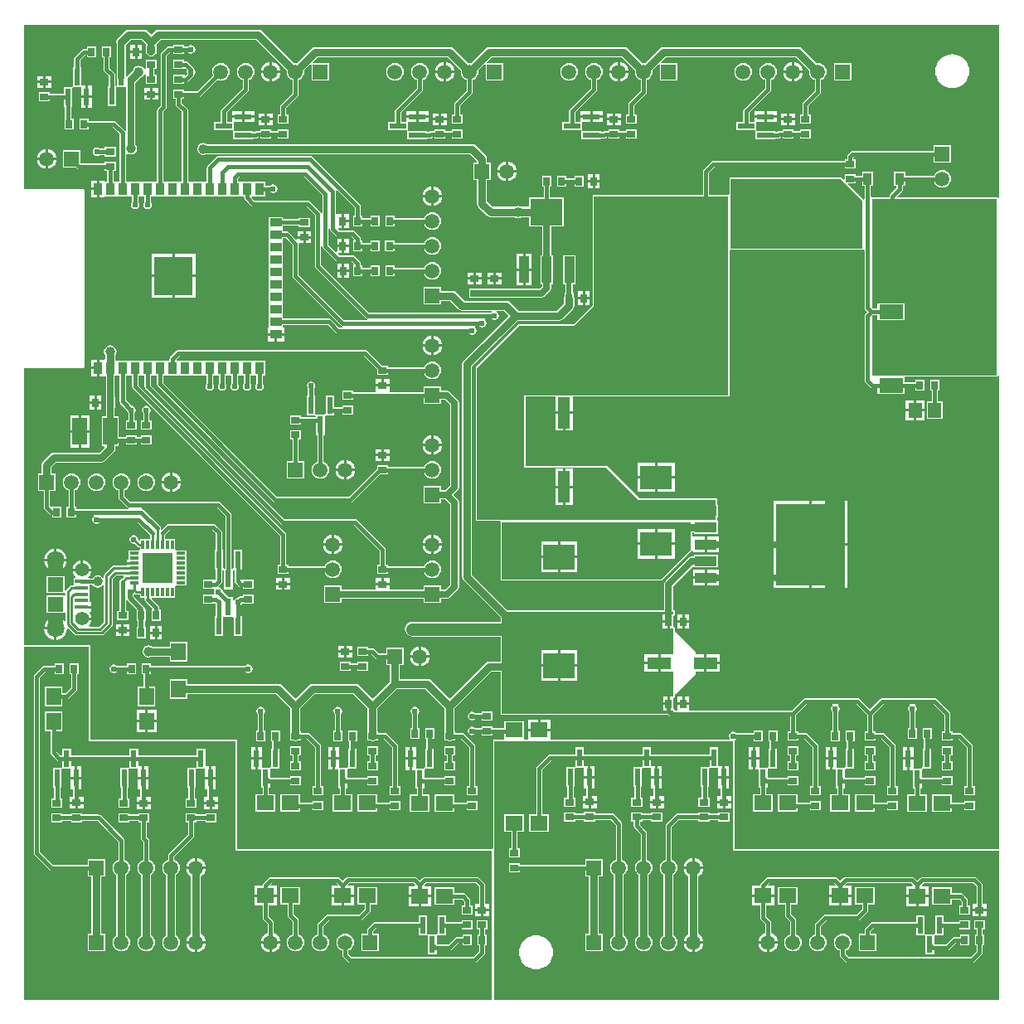
<source format=gtl>
G04*
G04 #@! TF.GenerationSoftware,Altium Limited,Altium Designer,18.0.7 (293)*
G04*
G04 Layer_Physical_Order=1*
G04 Layer_Color=255*
%FSLAX23Y23*%
%MOIN*%
G70*
G01*
G75*
%ADD12C,0.010*%
%ADD16R,0.061X0.059*%
%ADD17R,0.053X0.018*%
%ADD18R,0.035X0.028*%
%ADD19R,0.130X0.106*%
%ADD20R,0.039X0.106*%
%ADD21R,0.036X0.048*%
%ADD22R,0.130X0.098*%
%ADD23R,0.024X0.071*%
%ADD24R,0.028X0.035*%
%ADD25R,0.276X0.276*%
%ADD26R,0.098X0.059*%
%ADD27R,0.098X0.047*%
%ADD28R,0.055X0.059*%
%ADD29R,0.047X0.126*%
%ADD30R,0.085X0.042*%
%ADD31R,0.275X0.328*%
%ADD32R,0.126X0.102*%
%ADD33R,0.063X0.071*%
%ADD34R,0.059X0.110*%
%ADD35R,0.037X0.012*%
%ADD36R,0.012X0.037*%
%ADD37R,0.124X0.124*%
%ADD38R,0.070X0.060*%
%ADD39R,0.060X0.070*%
%ADD40R,0.071X0.024*%
%ADD41R,0.035X0.047*%
%ADD42R,0.047X0.035*%
%ADD43R,0.157X0.157*%
%ADD44R,0.079X0.425*%
%ADD84C,0.015*%
%ADD85C,0.050*%
%ADD86C,0.030*%
%ADD87C,0.025*%
%ADD88C,0.020*%
%ADD89R,0.060X0.060*%
%ADD90C,0.071*%
%ADD91C,0.055*%
%ADD92R,0.059X0.059*%
%ADD93C,0.059*%
%ADD94C,0.138*%
%ADD95R,0.059X0.059*%
%ADD96C,0.024*%
%ADD97C,0.039*%
G36*
X3930Y-708D02*
X3925Y-709D01*
X3924Y-706D01*
X3920Y-705D01*
X3520D01*
X3518Y-700D01*
X3538Y-680D01*
X3541Y-676D01*
X3541Y-671D01*
Y-659D01*
X3552D01*
Y-643D01*
X3668D01*
X3670Y-647D01*
X3675Y-655D01*
X3683Y-660D01*
X3691Y-664D01*
X3700Y-665D01*
X3709Y-664D01*
X3717Y-660D01*
X3725Y-655D01*
X3730Y-647D01*
X3734Y-639D01*
X3735Y-630D01*
X3734Y-621D01*
X3730Y-613D01*
X3725Y-605D01*
X3717Y-600D01*
X3709Y-596D01*
X3700Y-595D01*
X3691Y-596D01*
X3683Y-600D01*
X3675Y-605D01*
X3670Y-613D01*
X3668Y-617D01*
X3552D01*
Y-601D01*
X3506D01*
Y-659D01*
X3516D01*
Y-666D01*
X3491Y-691D01*
X3488Y-695D01*
X3487Y-700D01*
Y-705D01*
X3420D01*
X3418Y-706D01*
X3413Y-703D01*
Y-659D01*
X3423D01*
Y-601D01*
X3377D01*
Y-617D01*
X3353D01*
Y-611D01*
X3307D01*
Y-633D01*
X3303Y-635D01*
X3294Y-626D01*
X3290Y-625D01*
X3290Y-625D01*
X2850D01*
X2846Y-626D01*
X2845Y-630D01*
Y-691D01*
X2840Y-695D01*
X2763D01*
Y-605D01*
X2785Y-583D01*
X3307D01*
Y-589D01*
X3353D01*
Y-552D01*
X3343D01*
Y-545D01*
X3345Y-543D01*
X3665D01*
Y-565D01*
X3735D01*
Y-495D01*
X3665D01*
Y-517D01*
X3340D01*
X3335Y-518D01*
X3331Y-521D01*
X3321Y-531D01*
X3318Y-535D01*
X3317Y-540D01*
Y-552D01*
X3307D01*
Y-558D01*
X2780D01*
X2775Y-559D01*
X2771Y-561D01*
X2741Y-591D01*
X2738Y-595D01*
X2737Y-600D01*
Y-695D01*
X2300D01*
X2296Y-696D01*
X2295Y-700D01*
X2295Y-1138D01*
X2218Y-1215D01*
X2000Y-1215D01*
X1996Y-1216D01*
X1826Y-1386D01*
X1825Y-1390D01*
X1825Y-1390D01*
Y-2000D01*
X1826Y-2004D01*
X1830Y-2005D01*
X1921D01*
X1925Y-2010D01*
Y-2240D01*
X1926Y-2244D01*
X1930Y-2245D01*
X2570D01*
X2574Y-2244D01*
X2574Y-2244D01*
X2692Y-2125D01*
X2697Y-2128D01*
Y-2131D01*
X2745D01*
Y-2100D01*
Y-2069D01*
X2700D01*
X2697Y-2069D01*
X2695Y-2065D01*
Y-2053D01*
X2702D01*
Y-2059D01*
X2797D01*
Y-2007D01*
X2797D01*
X2795Y-2002D01*
X2795Y-2000D01*
Y-1992D01*
X2797D01*
Y-1940D01*
X2795D01*
Y-1920D01*
X2794Y-1916D01*
X2790Y-1915D01*
X2482D01*
X2354Y-1786D01*
X2350Y-1785D01*
X2350Y-1785D01*
X2025D01*
X2025Y-1505D01*
X2146D01*
Y-1565D01*
X2180D01*
X2214D01*
Y-1505D01*
X2840D01*
X2844Y-1504D01*
X2845Y-1500D01*
Y-919D01*
X2850Y-915D01*
X3380D01*
X3382Y-914D01*
X3387Y-917D01*
Y-1149D01*
X3388Y-1154D01*
X3391Y-1158D01*
X3397Y-1165D01*
X3391Y-1171D01*
X3388Y-1175D01*
X3387Y-1180D01*
Y-1440D01*
X3388Y-1445D01*
X3391Y-1449D01*
X3411Y-1469D01*
X3415Y-1472D01*
X3420Y-1473D01*
X3439D01*
Y-1495D01*
X3548D01*
Y-1473D01*
X3592D01*
Y-1483D01*
X3629D01*
Y-1437D01*
X3592D01*
Y-1447D01*
X3548D01*
Y-1425D01*
X3553Y-1425D01*
X3920D01*
X3924Y-1424D01*
X3925Y-1421D01*
X3930Y-1422D01*
Y-3325D01*
X2865D01*
Y-2890D01*
X2865Y-2889D01*
X2867Y-2886D01*
X2871Y-2883D01*
X2942D01*
Y-2893D01*
X2979D01*
Y-2847D01*
X2942D01*
Y-2857D01*
X2871D01*
X2867Y-2854D01*
X2860Y-2853D01*
X2853Y-2854D01*
X2848Y-2858D01*
X2844Y-2863D01*
X2843Y-2870D01*
X2844Y-2877D01*
X2846Y-2880D01*
X2844Y-2885D01*
X2125D01*
Y-2851D01*
X2080D01*
X2035D01*
Y-2885D01*
X2023D01*
X2020Y-2881D01*
X2020Y-2880D01*
Y-2811D01*
X1940D01*
Y-2837D01*
X1893D01*
Y-2831D01*
X1847D01*
Y-2837D01*
X1821D01*
X1816Y-2834D01*
X1810Y-2832D01*
X1803Y-2834D01*
X1797Y-2837D01*
X1794Y-2843D01*
X1792Y-2850D01*
X1794Y-2856D01*
X1797Y-2862D01*
X1803Y-2865D01*
X1810Y-2867D01*
X1816Y-2865D01*
X1821Y-2862D01*
X1847D01*
Y-2868D01*
X1893D01*
Y-2862D01*
X1940D01*
Y-2880D01*
X1940Y-2881D01*
X1937Y-2885D01*
X1900D01*
X1896Y-2886D01*
X1895Y-2890D01*
Y-3321D01*
X1890Y-3325D01*
X865D01*
Y-2890D01*
X864Y-2886D01*
X860Y-2885D01*
X275D01*
Y-2510D01*
X274Y-2506D01*
X270Y-2505D01*
X10D01*
Y-1392D01*
X11Y-1392D01*
X246D01*
X249Y-1390D01*
X251Y-1386D01*
Y-676D01*
X249Y-672D01*
X246Y-671D01*
X11D01*
X10Y-670D01*
Y-10D01*
X3930D01*
Y-708D01*
D02*
G37*
G36*
X3377Y-659D02*
X3387D01*
Y-713D01*
X3382Y-715D01*
X3321Y-653D01*
X3322Y-648D01*
X3353D01*
Y-642D01*
X3377D01*
Y-659D01*
D02*
G37*
G36*
X3307Y-647D02*
Y-648D01*
X3308D01*
X3380Y-720D01*
Y-910D01*
X2850D01*
Y-630D01*
X3290D01*
X3307Y-647D01*
D02*
G37*
G36*
X3920Y-1420D02*
X3420D01*
Y-1178D01*
X3421Y-1177D01*
X3439D01*
Y-1199D01*
X3548D01*
Y-1130D01*
X3439D01*
Y-1152D01*
X3421D01*
X3420Y-1151D01*
Y-710D01*
X3920D01*
Y-1420D01*
D02*
G37*
G36*
X2840Y-1500D02*
X2020D01*
X2020Y-1790D01*
X2350D01*
X2480Y-1920D01*
X2790D01*
Y-2000D01*
X1830D01*
Y-1390D01*
X2000Y-1220D01*
X2220Y-1220D01*
X2300Y-1140D01*
X2300Y-700D01*
X2840D01*
Y-1500D01*
D02*
G37*
G36*
X2690Y-2120D02*
X2570Y-2240D01*
X1930D01*
Y-2010D01*
X2690D01*
Y-2120D01*
D02*
G37*
G36*
X2860Y-3330D02*
X3930D01*
Y-3930D01*
X1900D01*
Y-2890D01*
X2860D01*
Y-3330D01*
D02*
G37*
G36*
X270Y-2890D02*
X860D01*
Y-3330D01*
X1890D01*
Y-3930D01*
X10D01*
Y-2510D01*
X270D01*
Y-2890D01*
D02*
G37*
%LPC*%
G36*
X950Y-30D02*
X550D01*
X542Y-31D01*
X536Y-36D01*
X536Y-36D01*
X520Y-51D01*
X504Y-36D01*
X498Y-31D01*
X490Y-30D01*
X430D01*
X422Y-31D01*
X416Y-36D01*
X386Y-65D01*
X382Y-72D01*
X380Y-80D01*
X382Y-87D01*
X383Y-89D01*
Y-97D01*
X382D01*
Y-143D01*
X382D01*
Y-220D01*
X383Y-225D01*
Y-251D01*
X383Y-254D01*
X379Y-257D01*
X378Y-257D01*
X375Y-254D01*
Y-213D01*
X374Y-208D01*
X372Y-204D01*
X352Y-184D01*
Y-143D01*
X358D01*
Y-97D01*
X321D01*
Y-143D01*
X327D01*
Y-190D01*
X328Y-194D01*
X331Y-199D01*
X350Y-218D01*
Y-258D01*
X346D01*
Y-339D01*
X379D01*
Y-268D01*
X380Y-263D01*
X383Y-260D01*
X385Y-260D01*
X385Y-260D01*
X415D01*
X417Y-260D01*
X420Y-264D01*
Y-299D01*
Y-435D01*
X415Y-437D01*
X415Y-437D01*
X379Y-401D01*
X375Y-398D01*
X370Y-397D01*
X268D01*
Y-387D01*
X231D01*
Y-433D01*
X268D01*
Y-423D01*
X365D01*
X393Y-451D01*
Y-493D01*
X392Y-494D01*
Y-643D01*
X383D01*
X383Y-643D01*
X378D01*
X378Y-643D01*
X368D01*
Y-599D01*
X378D01*
Y-561D01*
X333D01*
Y-567D01*
X235D01*
X235Y-567D01*
Y-515D01*
X165D01*
Y-585D01*
X217D01*
X221Y-589D01*
X225Y-592D01*
X230Y-593D01*
X333D01*
Y-599D01*
X343D01*
Y-643D01*
X333D01*
Y-638D01*
X311D01*
Y-671D01*
Y-705D01*
X333D01*
Y-700D01*
X378D01*
X378Y-700D01*
X383D01*
X383Y-700D01*
X428D01*
X428Y-700D01*
X433D01*
X433Y-700D01*
X443D01*
Y-724D01*
X440Y-729D01*
X438Y-736D01*
X440Y-742D01*
X443Y-748D01*
X449Y-751D01*
X456Y-753D01*
X462Y-751D01*
X468Y-748D01*
X471Y-742D01*
X473Y-736D01*
X471Y-729D01*
X468Y-724D01*
Y-700D01*
X478D01*
X478Y-700D01*
X483D01*
X483Y-700D01*
X493D01*
Y-724D01*
X490Y-729D01*
X488Y-736D01*
X490Y-742D01*
X493Y-748D01*
X499Y-751D01*
X506Y-753D01*
X512Y-751D01*
X518Y-748D01*
X521Y-742D01*
X523Y-736D01*
X521Y-729D01*
X518Y-724D01*
Y-700D01*
X528D01*
X528Y-700D01*
X533D01*
X533Y-700D01*
X578D01*
X578Y-700D01*
X583D01*
X583Y-700D01*
X628D01*
X628Y-700D01*
X633D01*
X633Y-700D01*
X678D01*
X678Y-700D01*
X683D01*
X683Y-700D01*
X728D01*
X728Y-700D01*
X733D01*
X733Y-700D01*
X778D01*
X778Y-700D01*
X783D01*
X783Y-700D01*
X828D01*
X828Y-700D01*
X833D01*
X833Y-700D01*
X878D01*
X878Y-700D01*
X883D01*
X883Y-700D01*
X893D01*
Y-706D01*
X894Y-710D01*
X896Y-715D01*
X921Y-739D01*
X925Y-742D01*
X930Y-743D01*
X1145D01*
X1177Y-775D01*
Y-980D01*
X1178Y-985D01*
X1181Y-989D01*
X1381Y-1189D01*
X1385Y-1192D01*
X1388Y-1192D01*
X1387Y-1197D01*
X1295D01*
X1113Y-1015D01*
Y-890D01*
X1114Y-889D01*
X1131D01*
Y-870D01*
X1108D01*
Y-873D01*
X1103Y-875D01*
X1075Y-847D01*
X1071Y-844D01*
X1066Y-843D01*
X1049D01*
Y-834D01*
X1049Y-834D01*
Y-829D01*
X1049Y-829D01*
Y-819D01*
X1113D01*
Y-825D01*
X1158D01*
Y-787D01*
X1113D01*
Y-793D01*
X1049D01*
Y-784D01*
X992D01*
Y-829D01*
X992Y-829D01*
Y-834D01*
X992Y-834D01*
Y-879D01*
X992Y-879D01*
Y-884D01*
X992Y-884D01*
Y-929D01*
X992Y-929D01*
Y-934D01*
X992Y-934D01*
Y-979D01*
X992Y-979D01*
Y-984D01*
X992Y-984D01*
Y-1029D01*
X992Y-1029D01*
Y-1034D01*
X992Y-1034D01*
Y-1079D01*
X992Y-1079D01*
Y-1084D01*
X992Y-1084D01*
Y-1129D01*
X992Y-1129D01*
Y-1134D01*
X992Y-1134D01*
Y-1179D01*
X992Y-1179D01*
Y-1184D01*
X992Y-1184D01*
Y-1228D01*
X987D01*
Y-1251D01*
X1021D01*
X1054D01*
Y-1228D01*
X1049D01*
Y-1219D01*
X1231D01*
X1261Y-1249D01*
X1265Y-1252D01*
X1270Y-1253D01*
X1799D01*
X1803Y-1256D01*
X1810Y-1257D01*
X1817Y-1256D01*
X1822Y-1252D01*
X1826Y-1247D01*
X1827Y-1240D01*
X1826Y-1233D01*
X1822Y-1228D01*
X1822Y-1228D01*
X1823Y-1223D01*
X1839D01*
X1843Y-1226D01*
X1850Y-1227D01*
X1857Y-1226D01*
X1862Y-1222D01*
X1866Y-1217D01*
X1867Y-1210D01*
X1866Y-1203D01*
X1862Y-1198D01*
X1862Y-1198D01*
X1863Y-1193D01*
X1889D01*
X1893Y-1196D01*
X1900Y-1197D01*
X1907Y-1196D01*
X1912Y-1192D01*
X1916Y-1187D01*
X1917Y-1180D01*
X1916Y-1173D01*
X1912Y-1168D01*
X1908Y-1165D01*
X1910Y-1160D01*
X1938D01*
X1958Y-1180D01*
X1776Y-1362D01*
X1771Y-1369D01*
X1770Y-1376D01*
Y-2230D01*
X1771Y-2238D01*
X1776Y-2244D01*
X1925Y-2393D01*
Y-2410D01*
X1570D01*
X1562Y-2411D01*
X1555Y-2414D01*
X1549Y-2419D01*
X1544Y-2425D01*
X1541Y-2432D01*
X1540Y-2440D01*
X1541Y-2448D01*
X1544Y-2455D01*
X1549Y-2461D01*
X1555Y-2466D01*
X1562Y-2469D01*
X1570Y-2470D01*
X1925D01*
Y-2570D01*
X1880D01*
X1872Y-2571D01*
X1866Y-2576D01*
X1720Y-2721D01*
X1644Y-2646D01*
X1638Y-2641D01*
X1630Y-2640D01*
X1520D01*
Y-2585D01*
X1535D01*
Y-2515D01*
X1465D01*
Y-2537D01*
X1435D01*
X1419Y-2521D01*
X1415Y-2519D01*
X1410Y-2518D01*
X1393D01*
Y-2512D01*
X1347D01*
Y-2549D01*
X1393D01*
Y-2543D01*
X1405D01*
X1421Y-2559D01*
X1425Y-2562D01*
X1430Y-2563D01*
X1465D01*
Y-2585D01*
X1480D01*
Y-2652D01*
X1410Y-2721D01*
X1354Y-2666D01*
X1348Y-2661D01*
X1340Y-2660D01*
X1170D01*
X1162Y-2661D01*
X1156Y-2666D01*
X1100Y-2721D01*
X1044Y-2666D01*
X1038Y-2661D01*
X1030Y-2660D01*
X666D01*
Y-2640D01*
X594D01*
Y-2720D01*
X666D01*
Y-2700D01*
X1022D01*
X1080Y-2758D01*
Y-2852D01*
X1077D01*
Y-2889D01*
X1092D01*
X1092Y-2889D01*
X1100Y-2891D01*
X1108Y-2889D01*
X1108Y-2889D01*
X1123D01*
Y-2883D01*
X1145D01*
X1177Y-2915D01*
Y-3072D01*
X1167D01*
Y-3109D01*
X1213D01*
Y-3072D01*
X1203D01*
Y-2910D01*
X1202Y-2905D01*
X1199Y-2901D01*
X1159Y-2861D01*
X1155Y-2859D01*
X1150Y-2858D01*
X1123D01*
Y-2852D01*
X1120D01*
Y-2758D01*
X1178Y-2700D01*
X1332D01*
X1390Y-2758D01*
Y-2852D01*
X1387D01*
Y-2889D01*
X1402D01*
X1402Y-2889D01*
X1410Y-2891D01*
X1418Y-2889D01*
X1418Y-2889D01*
X1433D01*
Y-2883D01*
X1455D01*
X1487Y-2915D01*
Y-3072D01*
X1477D01*
Y-3109D01*
X1523D01*
Y-3072D01*
X1513D01*
Y-2910D01*
X1512Y-2905D01*
X1509Y-2901D01*
X1469Y-2861D01*
X1465Y-2859D01*
X1460Y-2858D01*
X1433D01*
Y-2852D01*
X1430D01*
Y-2758D01*
X1508Y-2680D01*
X1622D01*
X1700Y-2758D01*
Y-2852D01*
X1697D01*
Y-2889D01*
X1712D01*
X1712Y-2889D01*
X1720Y-2891D01*
X1728Y-2889D01*
X1728Y-2889D01*
X1743D01*
Y-2883D01*
X1765D01*
X1797Y-2915D01*
Y-3072D01*
X1787D01*
Y-3109D01*
X1833D01*
Y-3072D01*
X1823D01*
Y-2910D01*
X1822Y-2905D01*
X1819Y-2901D01*
X1779Y-2861D01*
X1775Y-2859D01*
X1770Y-2858D01*
X1743D01*
Y-2852D01*
X1740D01*
Y-2758D01*
X1888Y-2610D01*
X1925D01*
Y-2700D01*
Y-2780D01*
X1926Y-2784D01*
X1930Y-2785D01*
X2597D01*
X2601Y-2789D01*
X2605Y-2792D01*
X2610Y-2793D01*
X3087D01*
Y-2852D01*
X3077D01*
Y-2889D01*
X3123D01*
Y-2883D01*
X3145D01*
X3177Y-2915D01*
Y-3072D01*
X3167D01*
Y-3109D01*
X3213D01*
Y-3072D01*
X3203D01*
Y-2910D01*
X3202Y-2905D01*
X3199Y-2901D01*
X3159Y-2861D01*
X3155Y-2859D01*
X3150Y-2858D01*
X3123D01*
Y-2852D01*
X3113D01*
Y-2785D01*
X3155Y-2743D01*
X3257D01*
X3258Y-2748D01*
X3258Y-2748D01*
X3254Y-2753D01*
X3253Y-2760D01*
X3254Y-2767D01*
X3257Y-2771D01*
Y-2847D01*
X3252D01*
Y-2893D01*
X3289D01*
Y-2847D01*
X3283D01*
Y-2771D01*
X3286Y-2767D01*
X3287Y-2760D01*
X3286Y-2753D01*
X3282Y-2748D01*
X3282Y-2748D01*
X3283Y-2743D01*
X3355D01*
X3397Y-2785D01*
Y-2852D01*
X3387D01*
Y-2889D01*
X3433D01*
Y-2883D01*
X3455D01*
X3487Y-2915D01*
Y-3072D01*
X3477D01*
Y-3109D01*
X3523D01*
Y-3072D01*
X3513D01*
Y-2910D01*
X3512Y-2905D01*
X3509Y-2901D01*
X3469Y-2861D01*
X3465Y-2859D01*
X3460Y-2858D01*
X3433D01*
Y-2852D01*
X3423D01*
Y-2785D01*
X3465Y-2743D01*
X3567D01*
X3568Y-2748D01*
X3568Y-2748D01*
X3564Y-2753D01*
X3563Y-2760D01*
X3564Y-2767D01*
X3567Y-2771D01*
Y-2837D01*
X3562D01*
Y-2883D01*
X3599D01*
Y-2837D01*
X3593D01*
Y-2771D01*
X3596Y-2767D01*
X3597Y-2760D01*
X3596Y-2753D01*
X3592Y-2748D01*
X3592Y-2748D01*
X3593Y-2743D01*
X3665D01*
X3707Y-2785D01*
Y-2852D01*
X3697D01*
Y-2889D01*
X3743D01*
Y-2883D01*
X3765D01*
X3797Y-2915D01*
Y-3072D01*
X3787D01*
Y-3109D01*
X3833D01*
Y-3072D01*
X3823D01*
Y-2910D01*
X3822Y-2905D01*
X3819Y-2901D01*
X3779Y-2861D01*
X3775Y-2859D01*
X3770Y-2858D01*
X3743D01*
Y-2852D01*
X3733D01*
Y-2780D01*
X3732Y-2775D01*
X3729Y-2771D01*
X3679Y-2721D01*
X3675Y-2718D01*
X3670Y-2717D01*
X3460D01*
X3455Y-2718D01*
X3451Y-2721D01*
X3410Y-2762D01*
X3369Y-2721D01*
X3365Y-2718D01*
X3360Y-2717D01*
X3150D01*
X3145Y-2718D01*
X3141Y-2721D01*
X3095Y-2767D01*
X2683D01*
Y-2745D01*
X2660D01*
Y-2740D01*
D01*
Y-2745D01*
X2636D01*
Y-2767D01*
X2625D01*
X2624Y-2764D01*
X2620Y-2762D01*
X2619D01*
Y-2718D01*
X2620D01*
X2624Y-2716D01*
X2625Y-2712D01*
Y-2701D01*
X2630Y-2700D01*
X2630Y-2700D01*
X2710Y-2620D01*
Y-2611D01*
X2742D01*
Y-2577D01*
Y-2543D01*
X2710D01*
Y-2530D01*
X2630Y-2450D01*
X2630Y-2450D01*
X2625Y-2449D01*
Y-2438D01*
X2624Y-2434D01*
X2620Y-2432D01*
X2619D01*
Y-2388D01*
X2620D01*
X2624Y-2386D01*
X2625Y-2382D01*
Y-2370D01*
X2624Y-2366D01*
X2620Y-2365D01*
X2618D01*
Y-2267D01*
X2697Y-2188D01*
X2702Y-2190D01*
Y-2193D01*
X2797D01*
Y-2141D01*
X2702D01*
Y-2149D01*
X2693D01*
X2686Y-2150D01*
X2680Y-2154D01*
X2680Y-2154D01*
X2587Y-2247D01*
X2584Y-2253D01*
X2582Y-2260D01*
Y-2365D01*
X1953Y-2365D01*
X1810Y-2222D01*
Y-1385D01*
X1995Y-1200D01*
X2160D01*
X2168Y-1199D01*
X2174Y-1194D01*
X2215Y-1154D01*
X2219Y-1147D01*
X2221Y-1140D01*
X2221Y-1140D01*
Y-1110D01*
X2219Y-1102D01*
X2219Y-1102D01*
Y-1087D01*
X2216D01*
Y-1054D01*
X2225D01*
Y-938D01*
X2176D01*
Y-1054D01*
X2185D01*
Y-1087D01*
X2182D01*
Y-1102D01*
X2182Y-1102D01*
X2180Y-1110D01*
Y-1131D01*
X2152Y-1160D01*
X1995D01*
X1961Y-1126D01*
X1954Y-1121D01*
X1946Y-1120D01*
X1778D01*
X1744Y-1086D01*
X1738Y-1081D01*
X1730Y-1080D01*
X1685D01*
Y-1065D01*
X1615D01*
Y-1135D01*
X1685D01*
Y-1120D01*
X1722D01*
X1756Y-1154D01*
X1762Y-1159D01*
X1770Y-1160D01*
X1887D01*
X1889Y-1165D01*
X1887Y-1167D01*
X1395D01*
X1203Y-975D01*
Y-903D01*
X1208Y-902D01*
X1208Y-905D01*
X1211Y-909D01*
X1261Y-959D01*
X1265Y-962D01*
X1270Y-963D01*
X1325D01*
X1334Y-972D01*
X1332Y-977D01*
X1331D01*
Y-1023D01*
X1369D01*
Y-1013D01*
X1402D01*
Y-1023D01*
X1439D01*
Y-977D01*
X1402D01*
Y-987D01*
X1369D01*
Y-977D01*
X1363D01*
Y-970D01*
X1362Y-965D01*
X1359Y-961D01*
X1339Y-941D01*
X1335Y-938D01*
X1330Y-937D01*
X1275D01*
X1271Y-933D01*
X1273Y-928D01*
X1285D01*
Y-905D01*
X1267D01*
Y-922D01*
X1262Y-924D01*
X1233Y-895D01*
Y-833D01*
X1238Y-832D01*
X1238Y-835D01*
X1241Y-839D01*
X1261Y-859D01*
X1265Y-862D01*
X1270Y-863D01*
X1325D01*
X1334Y-872D01*
X1332Y-877D01*
X1331D01*
Y-923D01*
X1368D01*
Y-913D01*
X1401D01*
Y-923D01*
X1439D01*
Y-877D01*
X1401D01*
Y-887D01*
X1368D01*
Y-877D01*
X1362D01*
Y-870D01*
X1361Y-865D01*
X1359Y-861D01*
X1339Y-841D01*
X1335Y-838D01*
X1330Y-837D01*
X1275D01*
X1271Y-833D01*
X1273Y-828D01*
X1285D01*
Y-800D01*
Y-772D01*
X1268D01*
X1267Y-772D01*
X1263Y-770D01*
Y-680D01*
X1262Y-677D01*
X1267Y-675D01*
X1337Y-745D01*
Y-777D01*
X1331D01*
Y-823D01*
X1368D01*
Y-813D01*
X1402D01*
Y-823D01*
X1439D01*
Y-777D01*
X1402D01*
Y-787D01*
X1368D01*
Y-777D01*
X1362D01*
Y-740D01*
X1361Y-735D01*
X1359Y-731D01*
X1169Y-541D01*
X1165Y-538D01*
X1160Y-537D01*
X790D01*
X785Y-538D01*
X781Y-541D01*
X747Y-575D01*
X744Y-580D01*
X743Y-584D01*
Y-643D01*
X733D01*
X733Y-643D01*
X728D01*
X728Y-643D01*
X683D01*
X683Y-643D01*
X678D01*
X678Y-643D01*
X668D01*
Y-356D01*
X667Y-351D01*
X665Y-347D01*
X643Y-325D01*
Y-308D01*
X653D01*
Y-302D01*
X710D01*
X715Y-301D01*
X719Y-299D01*
X786Y-232D01*
X791Y-234D01*
X800Y-235D01*
X809Y-234D01*
X817Y-230D01*
X825Y-225D01*
X830Y-217D01*
X834Y-209D01*
X835Y-200D01*
X834Y-191D01*
X830Y-183D01*
X825Y-175D01*
X817Y-170D01*
X809Y-166D01*
X800Y-165D01*
X791Y-166D01*
X783Y-170D01*
X775Y-175D01*
X770Y-183D01*
X766Y-191D01*
X765Y-200D01*
X766Y-209D01*
X768Y-214D01*
X705Y-277D01*
X653D01*
Y-271D01*
X607D01*
Y-308D01*
X617D01*
Y-330D01*
X618Y-335D01*
X621Y-339D01*
X643Y-361D01*
Y-643D01*
X633D01*
X633Y-643D01*
X628D01*
X628Y-643D01*
X583D01*
X583Y-643D01*
X578D01*
X578Y-643D01*
X568D01*
Y-360D01*
X579Y-349D01*
X582Y-345D01*
X583Y-340D01*
Y-135D01*
X595Y-123D01*
X607D01*
Y-129D01*
X653D01*
Y-123D01*
X668D01*
X673Y-126D01*
X680Y-128D01*
X686Y-126D01*
X692Y-123D01*
X695Y-117D01*
X697Y-110D01*
X695Y-104D01*
X692Y-98D01*
X686Y-95D01*
X680Y-93D01*
X673Y-95D01*
X668Y-98D01*
X653D01*
Y-92D01*
X607D01*
Y-98D01*
X590D01*
X585Y-99D01*
X581Y-101D01*
X561Y-121D01*
X558Y-125D01*
X557Y-130D01*
Y-335D01*
X547Y-345D01*
X544Y-350D01*
X543Y-354D01*
Y-643D01*
X533D01*
X533Y-643D01*
X528D01*
X528Y-643D01*
X483D01*
X483Y-643D01*
X478D01*
X478Y-643D01*
X433D01*
X433Y-643D01*
X428D01*
X428Y-643D01*
X418D01*
Y-530D01*
X423Y-527D01*
X428Y-531D01*
X437Y-533D01*
X447Y-531D01*
X455Y-525D01*
X461Y-517D01*
X463Y-507D01*
X461Y-498D01*
X455Y-490D01*
Y-299D01*
Y-244D01*
X475Y-224D01*
X480Y-223D01*
X488Y-218D01*
X491Y-213D01*
X492Y-211D01*
X493Y-211D01*
X495Y-211D01*
X497Y-212D01*
X497Y-216D01*
X497Y-217D01*
Y-249D01*
X543D01*
Y-212D01*
X533D01*
Y-188D01*
X543D01*
Y-151D01*
X497D01*
Y-183D01*
X497Y-184D01*
X497Y-184D01*
X497Y-188D01*
X495Y-189D01*
X493Y-189D01*
X492Y-189D01*
X491Y-187D01*
X488Y-182D01*
X480Y-177D01*
X470Y-175D01*
X460Y-177D01*
X452Y-182D01*
X447Y-190D01*
X446Y-195D01*
X423Y-218D01*
X423Y-218D01*
X418Y-217D01*
Y-143D01*
X419D01*
Y-97D01*
X418D01*
Y-91D01*
X438Y-70D01*
X482D01*
X498Y-87D01*
X497Y-92D01*
X497D01*
Y-129D01*
X505D01*
X507Y-133D01*
X513Y-137D01*
X520Y-138D01*
X527Y-137D01*
X533Y-133D01*
X535Y-129D01*
X543D01*
Y-92D01*
X543D01*
X542Y-87D01*
X558Y-70D01*
X942D01*
X1066Y-195D01*
X1065Y-200D01*
X1066Y-209D01*
X1070Y-217D01*
X1075Y-225D01*
X1083Y-230D01*
X1087Y-232D01*
Y-285D01*
X1041Y-331D01*
X1038Y-335D01*
X1037Y-340D01*
Y-372D01*
X1027D01*
Y-409D01*
X1073D01*
Y-372D01*
X1063D01*
Y-345D01*
X1109Y-299D01*
X1112Y-295D01*
X1113Y-290D01*
Y-232D01*
X1117Y-230D01*
X1125Y-225D01*
X1130Y-217D01*
X1134Y-209D01*
X1135Y-200D01*
X1134Y-195D01*
X1160Y-168D01*
X1165Y-170D01*
Y-235D01*
X1235D01*
Y-165D01*
X1170D01*
X1168Y-160D01*
X1188Y-140D01*
X1712D01*
X1766Y-195D01*
X1765Y-200D01*
X1766Y-209D01*
X1770Y-217D01*
X1775Y-225D01*
X1783Y-230D01*
X1787Y-232D01*
Y-275D01*
X1741Y-321D01*
X1738Y-325D01*
X1737Y-330D01*
Y-372D01*
X1727D01*
Y-409D01*
X1773D01*
Y-372D01*
X1763D01*
Y-335D01*
X1809Y-289D01*
X1812Y-285D01*
X1813Y-280D01*
Y-232D01*
X1817Y-230D01*
X1825Y-225D01*
X1830Y-217D01*
X1834Y-209D01*
X1835Y-200D01*
X1834Y-195D01*
X1860Y-168D01*
X1865Y-170D01*
Y-235D01*
X1935D01*
Y-165D01*
X1870D01*
X1868Y-160D01*
X1888Y-140D01*
X2412D01*
X2466Y-195D01*
X2465Y-200D01*
X2466Y-209D01*
X2470Y-217D01*
X2475Y-225D01*
X2483Y-230D01*
X2487Y-232D01*
Y-275D01*
X2441Y-321D01*
X2438Y-325D01*
X2437Y-330D01*
Y-372D01*
X2427D01*
Y-409D01*
X2473D01*
Y-372D01*
X2463D01*
Y-335D01*
X2509Y-289D01*
X2512Y-285D01*
X2513Y-280D01*
Y-232D01*
X2517Y-230D01*
X2525Y-225D01*
X2530Y-217D01*
X2534Y-209D01*
X2535Y-200D01*
X2534Y-195D01*
X2560Y-168D01*
X2565Y-170D01*
Y-235D01*
X2635D01*
Y-165D01*
X2570D01*
X2568Y-160D01*
X2588Y-140D01*
X3112D01*
X3166Y-195D01*
X3165Y-200D01*
X3166Y-209D01*
X3170Y-217D01*
X3175Y-225D01*
X3183Y-230D01*
X3187Y-232D01*
Y-275D01*
X3141Y-321D01*
X3138Y-325D01*
X3137Y-330D01*
Y-372D01*
X3127D01*
Y-409D01*
X3173D01*
Y-372D01*
X3163D01*
Y-335D01*
X3209Y-289D01*
X3212Y-285D01*
X3213Y-280D01*
Y-232D01*
X3217Y-230D01*
X3225Y-225D01*
X3230Y-217D01*
X3234Y-209D01*
X3235Y-200D01*
X3234Y-191D01*
X3230Y-183D01*
X3225Y-175D01*
X3217Y-170D01*
X3209Y-166D01*
X3200Y-165D01*
X3195Y-166D01*
X3134Y-106D01*
X3128Y-101D01*
X3120Y-100D01*
X2580D01*
X2572Y-101D01*
X2566Y-106D01*
X2505Y-166D01*
X2500Y-165D01*
X2495Y-166D01*
X2434Y-106D01*
X2428Y-101D01*
X2420Y-100D01*
X1880D01*
X1872Y-101D01*
X1866Y-106D01*
X1805Y-166D01*
X1800Y-165D01*
X1795Y-166D01*
X1734Y-106D01*
X1728Y-101D01*
X1720Y-100D01*
X1180D01*
X1172Y-101D01*
X1166Y-106D01*
X1105Y-166D01*
X1100Y-165D01*
X1095Y-166D01*
X964Y-36D01*
X958Y-31D01*
X950Y-30D01*
D02*
G37*
G36*
X483Y-92D02*
X465D01*
Y-115D01*
X483D01*
Y-92D01*
D02*
G37*
G36*
X455D02*
X436D01*
Y-115D01*
X455D01*
Y-92D01*
D02*
G37*
G36*
X299Y-97D02*
X262D01*
Y-107D01*
X250D01*
X245Y-108D01*
X241Y-111D01*
X214Y-138D01*
X211Y-143D01*
X210Y-147D01*
Y-181D01*
X206D01*
Y-252D01*
X206Y-257D01*
X202Y-260D01*
X200Y-260D01*
X200Y-260D01*
X168D01*
Y-287D01*
X113D01*
Y-281D01*
X67D01*
Y-319D01*
X113D01*
Y-313D01*
X168D01*
Y-340D01*
X172D01*
Y-387D01*
X172D01*
Y-433D01*
X209D01*
Y-387D01*
X198D01*
Y-340D01*
X202D01*
Y-269D01*
X202Y-264D01*
X206Y-262D01*
X207Y-262D01*
X207Y-262D01*
X238D01*
Y-295D01*
X255D01*
Y-255D01*
X239D01*
Y-181D01*
X235D01*
Y-153D01*
X255Y-133D01*
X262D01*
Y-143D01*
X299D01*
Y-97D01*
D02*
G37*
G36*
X483Y-125D02*
X465D01*
Y-148D01*
X483D01*
Y-125D01*
D02*
G37*
G36*
X455D02*
X436D01*
Y-148D01*
X455D01*
Y-125D01*
D02*
G37*
G36*
X2405Y-161D02*
Y-195D01*
X2439D01*
X2439Y-190D01*
X2435Y-180D01*
X2428Y-172D01*
X2420Y-165D01*
X2410Y-161D01*
X2405Y-161D01*
D02*
G37*
G36*
X3105D02*
Y-195D01*
X3139D01*
X3139Y-190D01*
X3135Y-180D01*
X3128Y-172D01*
X3120Y-165D01*
X3110Y-161D01*
X3105Y-161D01*
D02*
G37*
G36*
X1005D02*
Y-195D01*
X1039D01*
X1039Y-190D01*
X1035Y-180D01*
X1028Y-172D01*
X1020Y-165D01*
X1010Y-161D01*
X1005Y-161D01*
D02*
G37*
G36*
X1705D02*
Y-195D01*
X1739D01*
X1739Y-190D01*
X1735Y-180D01*
X1728Y-172D01*
X1720Y-165D01*
X1710Y-161D01*
X1705Y-161D01*
D02*
G37*
G36*
X2395D02*
X2390Y-161D01*
X2380Y-165D01*
X2372Y-172D01*
X2365Y-180D01*
X2361Y-190D01*
X2361Y-195D01*
X2395D01*
Y-161D01*
D02*
G37*
G36*
X3095D02*
X3090Y-161D01*
X3080Y-165D01*
X3072Y-172D01*
X3065Y-180D01*
X3061Y-190D01*
X3061Y-195D01*
X3095D01*
Y-161D01*
D02*
G37*
G36*
X995D02*
X990Y-161D01*
X980Y-165D01*
X972Y-172D01*
X965Y-180D01*
X961Y-190D01*
X961Y-195D01*
X995D01*
Y-161D01*
D02*
G37*
G36*
X1695D02*
X1690Y-161D01*
X1680Y-165D01*
X1672Y-172D01*
X1665Y-180D01*
X1661Y-190D01*
X1661Y-195D01*
X1695D01*
Y-161D01*
D02*
G37*
G36*
X653Y-151D02*
X607D01*
Y-188D01*
X653D01*
Y-188D01*
X658Y-186D01*
X665Y-193D01*
X664Y-193D01*
X663Y-200D01*
X664Y-207D01*
X665Y-207D01*
X658Y-214D01*
X653Y-212D01*
Y-212D01*
X607D01*
Y-249D01*
X653D01*
Y-243D01*
X660D01*
X664Y-242D01*
X669Y-239D01*
X689Y-219D01*
X692Y-215D01*
X692Y-212D01*
X696Y-207D01*
X697Y-200D01*
X696Y-193D01*
X692Y-188D01*
X692Y-185D01*
X689Y-181D01*
X669Y-161D01*
X664Y-158D01*
X660Y-157D01*
X653D01*
Y-151D01*
D02*
G37*
G36*
X3335Y-165D02*
X3265D01*
Y-235D01*
X3335D01*
Y-165D01*
D02*
G37*
G36*
X2900Y-165D02*
X2891Y-166D01*
X2883Y-170D01*
X2875Y-175D01*
X2870Y-183D01*
X2866Y-191D01*
X2865Y-200D01*
X2866Y-209D01*
X2870Y-217D01*
X2875Y-225D01*
X2883Y-230D01*
X2891Y-234D01*
X2900Y-235D01*
X2909Y-234D01*
X2917Y-230D01*
X2925Y-225D01*
X2930Y-217D01*
X2934Y-209D01*
X2935Y-200D01*
X2934Y-191D01*
X2930Y-183D01*
X2925Y-175D01*
X2917Y-170D01*
X2909Y-166D01*
X2900Y-165D01*
D02*
G37*
G36*
X2200D02*
X2191Y-166D01*
X2183Y-170D01*
X2175Y-175D01*
X2170Y-183D01*
X2166Y-191D01*
X2165Y-200D01*
X2166Y-209D01*
X2170Y-217D01*
X2175Y-225D01*
X2183Y-230D01*
X2191Y-234D01*
X2200Y-235D01*
X2209Y-234D01*
X2217Y-230D01*
X2225Y-225D01*
X2230Y-217D01*
X2234Y-209D01*
X2235Y-200D01*
X2234Y-191D01*
X2230Y-183D01*
X2225Y-175D01*
X2217Y-170D01*
X2209Y-166D01*
X2200Y-165D01*
D02*
G37*
G36*
X1500D02*
X1491Y-166D01*
X1483Y-170D01*
X1475Y-175D01*
X1470Y-183D01*
X1466Y-191D01*
X1465Y-200D01*
X1466Y-209D01*
X1470Y-217D01*
X1475Y-225D01*
X1483Y-230D01*
X1491Y-234D01*
X1500Y-235D01*
X1509Y-234D01*
X1517Y-230D01*
X1525Y-225D01*
X1530Y-217D01*
X1534Y-209D01*
X1535Y-200D01*
X1534Y-191D01*
X1530Y-183D01*
X1525Y-175D01*
X1517Y-170D01*
X1509Y-166D01*
X1500Y-165D01*
D02*
G37*
G36*
X118Y-217D02*
X95D01*
Y-236D01*
X118D01*
Y-217D01*
D02*
G37*
G36*
X85D02*
X62D01*
Y-236D01*
X85D01*
Y-217D01*
D02*
G37*
G36*
X3139Y-205D02*
X3105D01*
Y-239D01*
X3110Y-239D01*
X3120Y-235D01*
X3128Y-228D01*
X3135Y-220D01*
X3139Y-210D01*
X3139Y-205D01*
D02*
G37*
G36*
X2439D02*
X2405D01*
Y-239D01*
X2410Y-239D01*
X2420Y-235D01*
X2428Y-228D01*
X2435Y-220D01*
X2439Y-210D01*
X2439Y-205D01*
D02*
G37*
G36*
X1739D02*
X1705D01*
Y-239D01*
X1710Y-239D01*
X1720Y-235D01*
X1728Y-228D01*
X1735Y-220D01*
X1739Y-210D01*
X1739Y-205D01*
D02*
G37*
G36*
X1039D02*
X1005D01*
Y-239D01*
X1010Y-239D01*
X1020Y-235D01*
X1028Y-228D01*
X1035Y-220D01*
X1039Y-210D01*
X1039Y-205D01*
D02*
G37*
G36*
X3095D02*
X3061D01*
X3061Y-210D01*
X3065Y-220D01*
X3072Y-228D01*
X3080Y-235D01*
X3090Y-239D01*
X3095Y-239D01*
Y-205D01*
D02*
G37*
G36*
X2395D02*
X2361D01*
X2361Y-210D01*
X2365Y-220D01*
X2372Y-228D01*
X2380Y-235D01*
X2390Y-239D01*
X2395Y-239D01*
Y-205D01*
D02*
G37*
G36*
X1695D02*
X1661D01*
X1661Y-210D01*
X1665Y-220D01*
X1672Y-228D01*
X1680Y-235D01*
X1690Y-239D01*
X1695Y-239D01*
Y-205D01*
D02*
G37*
G36*
X995D02*
X961D01*
X961Y-210D01*
X965Y-220D01*
X972Y-228D01*
X980Y-235D01*
X990Y-239D01*
X995Y-239D01*
Y-205D01*
D02*
G37*
G36*
X118Y-246D02*
X95D01*
Y-265D01*
X118D01*
Y-246D01*
D02*
G37*
G36*
X85D02*
X62D01*
Y-265D01*
X85D01*
Y-246D01*
D02*
G37*
G36*
X3740Y-129D02*
X3727Y-130D01*
X3714Y-134D01*
X3702Y-140D01*
X3692Y-149D01*
X3683Y-159D01*
X3677Y-171D01*
X3673Y-184D01*
X3672Y-197D01*
X3673Y-210D01*
X3677Y-223D01*
X3683Y-235D01*
X3692Y-245D01*
X3702Y-254D01*
X3714Y-260D01*
X3727Y-264D01*
X3740Y-265D01*
X3753Y-264D01*
X3766Y-260D01*
X3778Y-254D01*
X3788Y-245D01*
X3797Y-235D01*
X3803Y-223D01*
X3807Y-210D01*
X3808Y-197D01*
X3807Y-184D01*
X3803Y-171D01*
X3797Y-159D01*
X3788Y-149D01*
X3778Y-140D01*
X3766Y-134D01*
X3753Y-130D01*
X3740Y-129D01*
D02*
G37*
G36*
X548Y-266D02*
X525D01*
Y-285D01*
X548D01*
Y-266D01*
D02*
G37*
G36*
X515D02*
X492D01*
Y-285D01*
X515D01*
Y-266D01*
D02*
G37*
G36*
X282Y-255D02*
X265D01*
Y-295D01*
X282D01*
Y-255D01*
D02*
G37*
G36*
X548Y-295D02*
X525D01*
Y-313D01*
X548D01*
Y-295D01*
D02*
G37*
G36*
X515D02*
X492D01*
Y-313D01*
X515D01*
Y-295D01*
D02*
G37*
G36*
X282Y-305D02*
X265D01*
Y-345D01*
X282D01*
Y-305D01*
D02*
G37*
G36*
X255D02*
X238D01*
Y-345D01*
X255D01*
Y-305D01*
D02*
G37*
G36*
X3035Y-358D02*
X2995D01*
Y-375D01*
X3035D01*
Y-358D01*
D02*
G37*
G36*
X2335D02*
X2295D01*
Y-375D01*
X2335D01*
Y-358D01*
D02*
G37*
G36*
X1635D02*
X1595D01*
Y-375D01*
X1635D01*
Y-358D01*
D02*
G37*
G36*
X935D02*
X895D01*
Y-375D01*
X935D01*
Y-358D01*
D02*
G37*
G36*
X2985D02*
X2945D01*
Y-375D01*
X2985D01*
Y-358D01*
D02*
G37*
G36*
X2285D02*
X2245D01*
Y-375D01*
X2285D01*
Y-358D01*
D02*
G37*
G36*
X1585D02*
X1545D01*
Y-375D01*
X1585D01*
Y-358D01*
D02*
G37*
G36*
X885D02*
X845D01*
Y-375D01*
X885D01*
Y-358D01*
D02*
G37*
G36*
X3108Y-367D02*
X3085D01*
Y-385D01*
X3108D01*
Y-367D01*
D02*
G37*
G36*
X3075D02*
X3052D01*
Y-385D01*
X3075D01*
Y-367D01*
D02*
G37*
G36*
X2408D02*
X2385D01*
Y-385D01*
X2408D01*
Y-367D01*
D02*
G37*
G36*
X2375D02*
X2352D01*
Y-385D01*
X2375D01*
Y-367D01*
D02*
G37*
G36*
X1708D02*
X1685D01*
Y-385D01*
X1708D01*
Y-367D01*
D02*
G37*
G36*
X1675D02*
X1652D01*
Y-385D01*
X1675D01*
Y-367D01*
D02*
G37*
G36*
X1008D02*
X985D01*
Y-385D01*
X1008D01*
Y-367D01*
D02*
G37*
G36*
X975D02*
X952D01*
Y-385D01*
X975D01*
Y-367D01*
D02*
G37*
G36*
X3035Y-385D02*
X2995D01*
Y-402D01*
X3035D01*
Y-385D01*
D02*
G37*
G36*
X2335D02*
X2295D01*
Y-402D01*
X2335D01*
Y-385D01*
D02*
G37*
G36*
X1635D02*
X1595D01*
Y-402D01*
X1635D01*
Y-385D01*
D02*
G37*
G36*
X935D02*
X895D01*
Y-402D01*
X935D01*
Y-385D01*
D02*
G37*
G36*
X3108Y-395D02*
X3085D01*
Y-414D01*
X3108D01*
Y-395D01*
D02*
G37*
G36*
X3075D02*
X3052D01*
Y-414D01*
X3075D01*
Y-395D01*
D02*
G37*
G36*
X2408D02*
X2385D01*
Y-414D01*
X2408D01*
Y-395D01*
D02*
G37*
G36*
X2375D02*
X2352D01*
Y-414D01*
X2375D01*
Y-395D01*
D02*
G37*
G36*
X1708D02*
X1685D01*
Y-414D01*
X1708D01*
Y-395D01*
D02*
G37*
G36*
X1675D02*
X1652D01*
Y-414D01*
X1675D01*
Y-395D01*
D02*
G37*
G36*
X1008D02*
X985D01*
Y-414D01*
X1008D01*
Y-395D01*
D02*
G37*
G36*
X975D02*
X952D01*
Y-414D01*
X975D01*
Y-395D01*
D02*
G37*
G36*
X3000Y-165D02*
X2991Y-166D01*
X2983Y-170D01*
X2975Y-175D01*
X2970Y-183D01*
X2966Y-191D01*
X2965Y-200D01*
X2966Y-209D01*
X2970Y-217D01*
X2975Y-225D01*
X2983Y-230D01*
X2987Y-232D01*
Y-265D01*
X2902Y-350D01*
X2899Y-354D01*
X2899Y-359D01*
Y-401D01*
X2871D01*
Y-434D01*
X2942D01*
X2947Y-434D01*
X2950Y-438D01*
X2950Y-440D01*
X2950Y-440D01*
Y-472D01*
X3030D01*
Y-468D01*
X3040D01*
X3045Y-467D01*
X3049Y-464D01*
X3051Y-462D01*
X3057D01*
Y-468D01*
X3103D01*
Y-462D01*
X3127D01*
Y-468D01*
X3173D01*
Y-431D01*
X3127D01*
Y-437D01*
X3103D01*
Y-431D01*
X3057D01*
Y-437D01*
X3045D01*
X3040Y-438D01*
X3036Y-441D01*
X3035Y-441D01*
X3030Y-440D01*
Y-438D01*
X2959D01*
X2954Y-438D01*
X2952Y-434D01*
X2952Y-433D01*
X2952Y-433D01*
Y-402D01*
X2985D01*
Y-385D01*
X2945D01*
Y-401D01*
X2924D01*
Y-364D01*
X3009Y-279D01*
X3012Y-275D01*
X3013Y-270D01*
Y-232D01*
X3017Y-230D01*
X3025Y-225D01*
X3030Y-217D01*
X3034Y-209D01*
X3035Y-200D01*
X3034Y-191D01*
X3030Y-183D01*
X3025Y-175D01*
X3017Y-170D01*
X3009Y-166D01*
X3000Y-165D01*
D02*
G37*
G36*
X2300D02*
X2291Y-166D01*
X2283Y-170D01*
X2275Y-175D01*
X2270Y-183D01*
X2266Y-191D01*
X2265Y-200D01*
X2266Y-209D01*
X2270Y-217D01*
X2275Y-225D01*
X2283Y-230D01*
X2287Y-232D01*
Y-265D01*
X2202Y-350D01*
X2199Y-354D01*
X2199Y-359D01*
Y-401D01*
X2171D01*
Y-434D01*
X2242D01*
X2247Y-434D01*
X2250Y-438D01*
X2250Y-440D01*
X2250Y-440D01*
Y-472D01*
X2330D01*
Y-468D01*
X2340D01*
X2345Y-467D01*
X2349Y-464D01*
X2351Y-462D01*
X2357D01*
Y-468D01*
X2403D01*
Y-462D01*
X2427D01*
Y-468D01*
X2473D01*
Y-431D01*
X2427D01*
Y-437D01*
X2403D01*
Y-431D01*
X2357D01*
Y-437D01*
X2345D01*
X2340Y-438D01*
X2336Y-441D01*
X2335Y-441D01*
X2330Y-440D01*
Y-438D01*
X2259D01*
X2254Y-438D01*
X2252Y-434D01*
X2252Y-433D01*
X2252Y-433D01*
Y-402D01*
X2285D01*
Y-385D01*
X2245D01*
Y-401D01*
X2224D01*
Y-364D01*
X2309Y-279D01*
X2312Y-275D01*
X2313Y-270D01*
Y-232D01*
X2317Y-230D01*
X2325Y-225D01*
X2330Y-217D01*
X2334Y-209D01*
X2335Y-200D01*
X2334Y-191D01*
X2330Y-183D01*
X2325Y-175D01*
X2317Y-170D01*
X2309Y-166D01*
X2300Y-165D01*
D02*
G37*
G36*
X1600D02*
X1591Y-166D01*
X1583Y-170D01*
X1575Y-175D01*
X1570Y-183D01*
X1566Y-191D01*
X1565Y-200D01*
X1566Y-209D01*
X1570Y-217D01*
X1575Y-225D01*
X1583Y-230D01*
X1587Y-232D01*
Y-265D01*
X1502Y-350D01*
X1499Y-354D01*
X1499Y-359D01*
Y-401D01*
X1471D01*
Y-434D01*
X1542D01*
X1547Y-434D01*
X1550Y-438D01*
X1550Y-440D01*
X1550Y-440D01*
Y-472D01*
X1630D01*
Y-468D01*
X1640D01*
X1645Y-467D01*
X1649Y-464D01*
X1651Y-462D01*
X1657D01*
Y-468D01*
X1703D01*
Y-462D01*
X1727D01*
Y-468D01*
X1773D01*
Y-431D01*
X1727D01*
Y-437D01*
X1703D01*
Y-431D01*
X1657D01*
Y-437D01*
X1645D01*
X1640Y-438D01*
X1636Y-441D01*
X1635Y-441D01*
X1630Y-440D01*
Y-438D01*
X1559D01*
X1554Y-438D01*
X1552Y-434D01*
X1552Y-433D01*
X1552Y-433D01*
Y-402D01*
X1585D01*
Y-385D01*
X1545D01*
Y-401D01*
X1524D01*
Y-364D01*
X1609Y-279D01*
X1612Y-275D01*
X1613Y-270D01*
Y-232D01*
X1617Y-230D01*
X1625Y-225D01*
X1630Y-217D01*
X1634Y-209D01*
X1635Y-200D01*
X1634Y-191D01*
X1630Y-183D01*
X1625Y-175D01*
X1617Y-170D01*
X1609Y-166D01*
X1600Y-165D01*
D02*
G37*
G36*
X900D02*
X891Y-166D01*
X883Y-170D01*
X875Y-175D01*
X870Y-183D01*
X866Y-191D01*
X865Y-200D01*
X866Y-209D01*
X870Y-217D01*
X875Y-225D01*
X883Y-230D01*
X887Y-232D01*
Y-265D01*
X802Y-350D01*
X799Y-354D01*
X799Y-359D01*
Y-401D01*
X771D01*
Y-434D01*
X842D01*
X847Y-434D01*
X850Y-438D01*
X850Y-440D01*
X850Y-440D01*
Y-472D01*
X930D01*
Y-468D01*
X940D01*
X945Y-467D01*
X949Y-464D01*
X951Y-462D01*
X957D01*
Y-468D01*
X1003D01*
Y-462D01*
X1027D01*
Y-468D01*
X1073D01*
Y-431D01*
X1027D01*
Y-437D01*
X1003D01*
Y-431D01*
X957D01*
Y-437D01*
X945D01*
X940Y-438D01*
X936Y-441D01*
X935Y-441D01*
X930Y-440D01*
Y-438D01*
X859D01*
X854Y-438D01*
X852Y-434D01*
X852Y-433D01*
X852Y-433D01*
Y-402D01*
X885D01*
Y-385D01*
X845D01*
Y-401D01*
X824D01*
Y-364D01*
X909Y-279D01*
X912Y-275D01*
X913Y-270D01*
Y-232D01*
X917Y-230D01*
X925Y-225D01*
X930Y-217D01*
X934Y-209D01*
X935Y-200D01*
X934Y-191D01*
X930Y-183D01*
X925Y-175D01*
X917Y-170D01*
X909Y-166D01*
X900Y-165D01*
D02*
G37*
G36*
X378Y-502D02*
X333D01*
Y-508D01*
X312D01*
X308Y-505D01*
X301Y-504D01*
X294Y-505D01*
X289Y-509D01*
X285Y-514D01*
X284Y-521D01*
X285Y-528D01*
X289Y-533D01*
X294Y-537D01*
X301Y-538D01*
X308Y-537D01*
X312Y-534D01*
X333D01*
Y-540D01*
X378D01*
Y-502D01*
D02*
G37*
G36*
X105Y-511D02*
Y-545D01*
X139D01*
X139Y-540D01*
X135Y-530D01*
X128Y-522D01*
X120Y-515D01*
X110Y-511D01*
X105Y-511D01*
D02*
G37*
G36*
X95D02*
X90Y-511D01*
X80Y-515D01*
X72Y-522D01*
X65Y-530D01*
X61Y-540D01*
X61Y-545D01*
X95D01*
Y-511D01*
D02*
G37*
G36*
X139Y-555D02*
X105D01*
Y-589D01*
X110Y-589D01*
X120Y-585D01*
X128Y-578D01*
X135Y-570D01*
X139Y-560D01*
X139Y-555D01*
D02*
G37*
G36*
X95D02*
X61D01*
X61Y-560D01*
X65Y-570D01*
X72Y-578D01*
X80Y-585D01*
X90Y-589D01*
X95Y-589D01*
Y-555D01*
D02*
G37*
G36*
X1955Y-561D02*
Y-595D01*
X1989D01*
X1989Y-590D01*
X1985Y-580D01*
X1978Y-572D01*
X1970Y-565D01*
X1960Y-561D01*
X1955Y-561D01*
D02*
G37*
G36*
X1945D02*
X1940Y-561D01*
X1930Y-565D01*
X1922Y-572D01*
X1915Y-580D01*
X1911Y-590D01*
X1911Y-595D01*
X1945D01*
Y-561D01*
D02*
G37*
G36*
X2259Y-617D02*
X2222D01*
Y-627D01*
X2188D01*
Y-617D01*
X2151D01*
Y-663D01*
X2188D01*
Y-653D01*
X2222D01*
Y-663D01*
X2259D01*
Y-617D01*
D02*
G37*
G36*
X2323Y-612D02*
X2305D01*
Y-635D01*
X2323D01*
Y-612D01*
D02*
G37*
G36*
X2295D02*
X2276D01*
Y-635D01*
X2295D01*
Y-612D01*
D02*
G37*
G36*
X1989Y-605D02*
X1955D01*
Y-639D01*
X1960Y-639D01*
X1970Y-635D01*
X1978Y-628D01*
X1985Y-620D01*
X1989Y-610D01*
X1989Y-605D01*
D02*
G37*
G36*
X1945D02*
X1911D01*
X1911Y-610D01*
X1915Y-620D01*
X1922Y-628D01*
X1930Y-635D01*
X1940Y-639D01*
X1945Y-639D01*
Y-605D01*
D02*
G37*
G36*
X301Y-638D02*
X278D01*
Y-666D01*
X301D01*
Y-638D01*
D02*
G37*
G36*
X2323Y-645D02*
X2305D01*
Y-668D01*
X2323D01*
Y-645D01*
D02*
G37*
G36*
X2295D02*
X2276D01*
Y-668D01*
X2295D01*
Y-645D01*
D02*
G37*
G36*
X1655Y-661D02*
Y-695D01*
X1689D01*
X1689Y-690D01*
X1685Y-680D01*
X1678Y-672D01*
X1670Y-665D01*
X1660Y-661D01*
X1655Y-661D01*
D02*
G37*
G36*
X1645Y-661D02*
X1640Y-661D01*
X1630Y-665D01*
X1622Y-672D01*
X1615Y-680D01*
X1611Y-690D01*
X1611Y-695D01*
X1645D01*
Y-661D01*
D02*
G37*
G36*
X301Y-676D02*
X278D01*
Y-705D01*
X301D01*
Y-676D01*
D02*
G37*
G36*
X1689Y-705D02*
X1655D01*
Y-739D01*
X1660Y-739D01*
X1670Y-735D01*
X1678Y-728D01*
X1685Y-720D01*
X1689Y-710D01*
X1689Y-705D01*
D02*
G37*
G36*
X1645D02*
X1611D01*
X1611Y-710D01*
X1615Y-720D01*
X1622Y-728D01*
X1630Y-735D01*
X1640Y-739D01*
X1645Y-739D01*
Y-705D01*
D02*
G37*
G36*
X1650Y-765D02*
X1641Y-766D01*
X1633Y-770D01*
X1625Y-775D01*
X1620Y-783D01*
X1618Y-787D01*
X1498D01*
Y-777D01*
X1461D01*
Y-823D01*
X1498D01*
Y-813D01*
X1618D01*
X1620Y-817D01*
X1625Y-825D01*
X1633Y-830D01*
X1641Y-834D01*
X1650Y-835D01*
X1659Y-834D01*
X1667Y-830D01*
X1675Y-825D01*
X1680Y-817D01*
X1684Y-809D01*
X1685Y-800D01*
X1684Y-791D01*
X1680Y-783D01*
X1675Y-775D01*
X1667Y-770D01*
X1659Y-766D01*
X1650Y-765D01*
D02*
G37*
G36*
X1295Y-772D02*
Y-795D01*
X1314D01*
Y-772D01*
X1295D01*
D02*
G37*
G36*
X1314Y-805D02*
X1295D01*
Y-828D01*
X1314D01*
Y-805D01*
D02*
G37*
G36*
X1163Y-841D02*
X1141D01*
Y-860D01*
X1163D01*
Y-841D01*
D02*
G37*
G36*
X1131D02*
X1108D01*
Y-860D01*
X1131D01*
Y-841D01*
D02*
G37*
G36*
X1650Y-865D02*
X1641Y-866D01*
X1633Y-870D01*
X1625Y-875D01*
X1620Y-883D01*
X1618Y-887D01*
X1498D01*
Y-877D01*
X1460D01*
Y-923D01*
X1498D01*
Y-913D01*
X1618D01*
X1620Y-917D01*
X1625Y-925D01*
X1633Y-930D01*
X1641Y-934D01*
X1650Y-935D01*
X1659Y-934D01*
X1667Y-930D01*
X1675Y-925D01*
X1680Y-917D01*
X1684Y-909D01*
X1685Y-900D01*
X1684Y-891D01*
X1680Y-883D01*
X1675Y-875D01*
X1667Y-870D01*
X1659Y-866D01*
X1650Y-865D01*
D02*
G37*
G36*
X1163Y-870D02*
X1141D01*
Y-889D01*
X1163D01*
Y-870D01*
D02*
G37*
G36*
X1314Y-872D02*
X1295D01*
Y-895D01*
X1314D01*
Y-872D01*
D02*
G37*
G36*
X1285D02*
X1267D01*
Y-895D01*
X1285D01*
Y-872D01*
D02*
G37*
G36*
X1314Y-905D02*
X1295D01*
Y-928D01*
X1314D01*
Y-905D01*
D02*
G37*
G36*
X1650Y-965D02*
X1641Y-966D01*
X1633Y-970D01*
X1625Y-975D01*
X1620Y-983D01*
X1618Y-987D01*
X1498D01*
Y-977D01*
X1461D01*
Y-1023D01*
X1498D01*
Y-1013D01*
X1618D01*
X1620Y-1017D01*
X1625Y-1025D01*
X1633Y-1030D01*
X1641Y-1034D01*
X1650Y-1035D01*
X1659Y-1034D01*
X1667Y-1030D01*
X1675Y-1025D01*
X1680Y-1017D01*
X1684Y-1009D01*
X1685Y-1000D01*
X1684Y-991D01*
X1680Y-983D01*
X1675Y-975D01*
X1667Y-970D01*
X1659Y-966D01*
X1650Y-965D01*
D02*
G37*
G36*
X2049Y-933D02*
X2024D01*
Y-991D01*
X2049D01*
Y-933D01*
D02*
G37*
G36*
X2014D02*
X1990D01*
Y-991D01*
X2014D01*
Y-933D01*
D02*
G37*
G36*
X1315Y-972D02*
X1296D01*
Y-995D01*
X1315D01*
Y-972D01*
D02*
G37*
G36*
X1286D02*
X1267D01*
Y-995D01*
X1286D01*
Y-972D01*
D02*
G37*
G36*
X699Y-931D02*
X615D01*
Y-1015D01*
X699D01*
Y-931D01*
D02*
G37*
G36*
X605D02*
X521D01*
Y-1015D01*
X605D01*
Y-931D01*
D02*
G37*
G36*
X1928Y-1007D02*
X1905D01*
Y-1025D01*
X1928D01*
Y-1007D01*
D02*
G37*
G36*
X1895D02*
X1872D01*
Y-1025D01*
X1895D01*
Y-1007D01*
D02*
G37*
G36*
X1848Y-1007D02*
X1825D01*
Y-1025D01*
X1848D01*
Y-1007D01*
D02*
G37*
G36*
X1815D02*
X1792D01*
Y-1025D01*
X1815D01*
Y-1007D01*
D02*
G37*
G36*
X1315Y-1005D02*
X1296D01*
Y-1028D01*
X1315D01*
Y-1005D01*
D02*
G37*
G36*
X1286D02*
X1267D01*
Y-1028D01*
X1286D01*
Y-1005D01*
D02*
G37*
G36*
X1848Y-1035D02*
X1825D01*
Y-1054D01*
X1848D01*
Y-1035D01*
D02*
G37*
G36*
X1815D02*
X1792D01*
Y-1054D01*
X1815D01*
Y-1035D01*
D02*
G37*
G36*
X1928Y-1035D02*
X1905D01*
Y-1054D01*
X1928D01*
Y-1035D01*
D02*
G37*
G36*
X1895D02*
X1872D01*
Y-1054D01*
X1895D01*
Y-1035D01*
D02*
G37*
G36*
X2049Y-1001D02*
X2024D01*
Y-1059D01*
X2049D01*
Y-1001D01*
D02*
G37*
G36*
X2014D02*
X1990D01*
Y-1059D01*
X2014D01*
Y-1001D01*
D02*
G37*
G36*
X730Y-485D02*
X720Y-487D01*
X712Y-492D01*
X707Y-500D01*
X705Y-510D01*
X707Y-520D01*
X712Y-528D01*
X720Y-533D01*
X730Y-535D01*
X740Y-533D01*
X744Y-530D01*
X1802D01*
X1830Y-558D01*
Y-565D01*
X1815D01*
Y-635D01*
X1830D01*
Y-730D01*
X1831Y-738D01*
X1836Y-744D01*
X1869Y-778D01*
X1876Y-783D01*
X1884Y-784D01*
X1980D01*
X1984Y-787D01*
X1994Y-789D01*
X2003Y-787D01*
X2008Y-784D01*
X2040D01*
Y-822D01*
X2092D01*
Y-938D01*
X2085D01*
Y-1054D01*
X2092D01*
Y-1063D01*
X2083Y-1072D01*
X1923D01*
Y-1071D01*
X1877D01*
Y-1072D01*
X1843D01*
Y-1071D01*
X1797D01*
Y-1108D01*
X1843D01*
Y-1107D01*
X1877D01*
Y-1108D01*
X1923D01*
Y-1107D01*
X2090D01*
X2097Y-1106D01*
X2103Y-1102D01*
X2123Y-1083D01*
X2123Y-1083D01*
X2126Y-1077D01*
X2128Y-1070D01*
X2128Y-1070D01*
Y-1054D01*
X2135D01*
Y-938D01*
X2128D01*
Y-822D01*
X2180D01*
Y-706D01*
X2123D01*
Y-663D01*
X2129D01*
Y-617D01*
X2092D01*
Y-663D01*
X2097D01*
Y-706D01*
X2040D01*
Y-743D01*
X2008D01*
X2003Y-741D01*
X1994Y-739D01*
X1984Y-741D01*
X1980Y-743D01*
X1892D01*
X1870Y-722D01*
Y-635D01*
X1885D01*
Y-565D01*
X1870D01*
Y-550D01*
X1869Y-542D01*
X1864Y-536D01*
X1824Y-496D01*
X1818Y-491D01*
X1810Y-490D01*
X744D01*
X740Y-487D01*
X730Y-485D01*
D02*
G37*
G36*
X2283Y-1082D02*
X2265D01*
Y-1105D01*
X2283D01*
Y-1082D01*
D02*
G37*
G36*
X2255D02*
X2236D01*
Y-1105D01*
X2255D01*
Y-1082D01*
D02*
G37*
G36*
X699Y-1025D02*
X615D01*
Y-1109D01*
X699D01*
Y-1025D01*
D02*
G37*
G36*
X605D02*
X521D01*
Y-1109D01*
X605D01*
Y-1025D01*
D02*
G37*
G36*
X2283Y-1115D02*
X2265D01*
Y-1138D01*
X2283D01*
Y-1115D01*
D02*
G37*
G36*
X2255D02*
X2236D01*
Y-1138D01*
X2255D01*
Y-1115D01*
D02*
G37*
G36*
X1054Y-1261D02*
X1026D01*
Y-1284D01*
X1054D01*
Y-1261D01*
D02*
G37*
G36*
X1016D02*
X987D01*
Y-1284D01*
X1016D01*
Y-1261D01*
D02*
G37*
G36*
X1655Y-1261D02*
Y-1295D01*
X1689D01*
X1689Y-1290D01*
X1685Y-1280D01*
X1678Y-1272D01*
X1670Y-1265D01*
X1660Y-1261D01*
X1655Y-1261D01*
D02*
G37*
G36*
X1645Y-1261D02*
X1640Y-1261D01*
X1630Y-1265D01*
X1622Y-1272D01*
X1615Y-1280D01*
X1611Y-1290D01*
X1611Y-1295D01*
X1645D01*
Y-1261D01*
D02*
G37*
G36*
X1689Y-1305D02*
X1655D01*
Y-1339D01*
X1660Y-1339D01*
X1670Y-1335D01*
X1678Y-1328D01*
X1685Y-1320D01*
X1689Y-1310D01*
X1689Y-1305D01*
D02*
G37*
G36*
X1645D02*
X1611D01*
X1611Y-1310D01*
X1615Y-1320D01*
X1622Y-1328D01*
X1630Y-1335D01*
X1640Y-1339D01*
X1645Y-1339D01*
Y-1305D01*
D02*
G37*
G36*
X301Y-1358D02*
X278D01*
Y-1386D01*
X301D01*
Y-1358D01*
D02*
G37*
G36*
Y-1396D02*
X278D01*
Y-1425D01*
X301D01*
Y-1396D01*
D02*
G37*
G36*
X356Y-1299D02*
X346Y-1301D01*
X338Y-1307D01*
X332Y-1315D01*
X330Y-1324D01*
X332Y-1334D01*
X335Y-1338D01*
Y-1353D01*
X333Y-1358D01*
X311D01*
Y-1391D01*
Y-1425D01*
X333D01*
Y-1425D01*
X338Y-1426D01*
Y-1507D01*
X337D01*
Y-1553D01*
X338D01*
Y-1585D01*
X321D01*
Y-1706D01*
X328D01*
X331Y-1711D01*
X312Y-1730D01*
X130D01*
X122Y-1731D01*
X116Y-1736D01*
X86Y-1766D01*
X81Y-1772D01*
X80Y-1780D01*
Y-1815D01*
X65D01*
Y-1885D01*
X87D01*
Y-1950D01*
X88Y-1955D01*
X91Y-1959D01*
X111Y-1979D01*
X115Y-1982D01*
X120Y-1983D01*
X121D01*
Y-1993D01*
X159D01*
Y-1947D01*
X121D01*
Y-1947D01*
X117Y-1949D01*
X113Y-1945D01*
Y-1885D01*
X135D01*
Y-1815D01*
X120D01*
Y-1788D01*
X138Y-1770D01*
X320D01*
X328Y-1769D01*
X334Y-1764D01*
X370Y-1729D01*
X374Y-1722D01*
X376Y-1714D01*
Y-1706D01*
X390D01*
Y-1692D01*
X417D01*
Y-1698D01*
X463D01*
Y-1692D01*
X477D01*
Y-1698D01*
X523D01*
Y-1661D01*
X477D01*
Y-1667D01*
X463D01*
Y-1661D01*
X417D01*
Y-1667D01*
X390D01*
Y-1585D01*
X373D01*
Y-1553D01*
X374D01*
Y-1507D01*
X373D01*
Y-1421D01*
X378Y-1420D01*
X383D01*
X383Y-1420D01*
X393D01*
Y-1526D01*
X394Y-1530D01*
X396Y-1535D01*
X423Y-1561D01*
X424Y-1567D01*
X427Y-1571D01*
Y-1602D01*
X417D01*
Y-1639D01*
X463D01*
Y-1602D01*
X453D01*
Y-1571D01*
X456Y-1567D01*
X457Y-1560D01*
X456Y-1553D01*
X452Y-1548D01*
X447Y-1544D01*
X441Y-1543D01*
X418Y-1520D01*
Y-1420D01*
X428D01*
X428Y-1420D01*
X433D01*
X433Y-1420D01*
X443D01*
Y-1466D01*
X444Y-1470D01*
X447Y-1475D01*
X1037Y-2065D01*
Y-2182D01*
X1027D01*
Y-2219D01*
X1073D01*
Y-2213D01*
X1218D01*
X1220Y-2217D01*
X1225Y-2225D01*
X1233Y-2230D01*
X1241Y-2234D01*
X1250Y-2235D01*
X1259Y-2234D01*
X1267Y-2230D01*
X1275Y-2225D01*
X1280Y-2217D01*
X1284Y-2209D01*
X1285Y-2200D01*
X1284Y-2191D01*
X1280Y-2183D01*
X1275Y-2175D01*
X1267Y-2170D01*
X1259Y-2166D01*
X1250Y-2165D01*
X1241Y-2166D01*
X1233Y-2170D01*
X1225Y-2175D01*
X1220Y-2183D01*
X1218Y-2187D01*
X1073D01*
Y-2182D01*
X1063D01*
Y-2060D01*
X1062Y-2055D01*
X1059Y-2051D01*
X468Y-1460D01*
Y-1420D01*
X478D01*
X478Y-1420D01*
X483D01*
X483Y-1420D01*
X493D01*
Y-1466D01*
X494Y-1470D01*
X496Y-1475D01*
X1041Y-2019D01*
X1045Y-2022D01*
X1050Y-2023D01*
X1335D01*
X1437Y-2125D01*
Y-2182D01*
X1427D01*
Y-2219D01*
X1473D01*
Y-2213D01*
X1618D01*
X1620Y-2217D01*
X1625Y-2225D01*
X1633Y-2230D01*
X1641Y-2234D01*
X1650Y-2235D01*
X1659Y-2234D01*
X1667Y-2230D01*
X1675Y-2225D01*
X1680Y-2217D01*
X1684Y-2209D01*
X1685Y-2200D01*
X1684Y-2191D01*
X1680Y-2183D01*
X1675Y-2175D01*
X1667Y-2170D01*
X1659Y-2166D01*
X1650Y-2165D01*
X1641Y-2166D01*
X1633Y-2170D01*
X1625Y-2175D01*
X1620Y-2183D01*
X1618Y-2187D01*
X1473D01*
Y-2182D01*
X1463D01*
Y-2120D01*
X1462Y-2115D01*
X1459Y-2111D01*
X1349Y-2001D01*
X1345Y-1998D01*
X1340Y-1997D01*
X1055D01*
X518Y-1460D01*
Y-1420D01*
X528D01*
X528Y-1420D01*
X533D01*
X533Y-1420D01*
X543D01*
Y-1456D01*
X544Y-1460D01*
X547Y-1465D01*
X1011Y-1929D01*
X1015Y-1932D01*
X1020Y-1933D01*
X1320D01*
X1325Y-1932D01*
X1329Y-1929D01*
X1440Y-1818D01*
X1473D01*
Y-1813D01*
X1618D01*
X1620Y-1817D01*
X1625Y-1825D01*
X1633Y-1830D01*
X1641Y-1834D01*
X1650Y-1835D01*
X1659Y-1834D01*
X1667Y-1830D01*
X1675Y-1825D01*
X1680Y-1817D01*
X1684Y-1809D01*
X1685Y-1800D01*
X1684Y-1791D01*
X1680Y-1783D01*
X1675Y-1775D01*
X1667Y-1770D01*
X1659Y-1766D01*
X1650Y-1765D01*
X1641Y-1766D01*
X1633Y-1770D01*
X1625Y-1775D01*
X1620Y-1783D01*
X1618Y-1787D01*
X1473D01*
Y-1781D01*
X1427D01*
Y-1795D01*
X1315Y-1907D01*
X1025D01*
X568Y-1450D01*
Y-1420D01*
X578D01*
X578Y-1420D01*
X583D01*
X583Y-1420D01*
X628D01*
X628Y-1420D01*
X633D01*
X633Y-1420D01*
X678D01*
X678Y-1420D01*
X683D01*
X683Y-1420D01*
X728D01*
X728Y-1420D01*
X733D01*
X733Y-1420D01*
X743D01*
Y-1454D01*
X740Y-1459D01*
X738Y-1466D01*
X740Y-1472D01*
X743Y-1478D01*
X749Y-1481D01*
X756Y-1483D01*
X762Y-1481D01*
X768Y-1478D01*
X771Y-1472D01*
X773Y-1466D01*
X771Y-1459D01*
X768Y-1454D01*
Y-1420D01*
X778D01*
X778Y-1420D01*
X783D01*
X783Y-1420D01*
X793D01*
Y-1454D01*
X790Y-1459D01*
X788Y-1466D01*
X790Y-1472D01*
X793Y-1478D01*
X799Y-1481D01*
X806Y-1483D01*
X812Y-1481D01*
X818Y-1478D01*
X821Y-1472D01*
X823Y-1466D01*
X821Y-1459D01*
X818Y-1454D01*
Y-1420D01*
X828D01*
X828Y-1420D01*
X833D01*
X833Y-1420D01*
X843D01*
Y-1454D01*
X840Y-1459D01*
X838Y-1466D01*
X840Y-1472D01*
X843Y-1478D01*
X849Y-1481D01*
X856Y-1483D01*
X862Y-1481D01*
X868Y-1478D01*
X871Y-1472D01*
X873Y-1466D01*
X871Y-1459D01*
X868Y-1454D01*
Y-1420D01*
X878D01*
X878Y-1420D01*
X883D01*
X883Y-1420D01*
X893D01*
Y-1453D01*
X890Y-1458D01*
X888Y-1464D01*
X890Y-1471D01*
X893Y-1477D01*
X899Y-1480D01*
X906Y-1482D01*
X912Y-1480D01*
X918Y-1477D01*
X921Y-1471D01*
X923Y-1464D01*
X921Y-1458D01*
X918Y-1453D01*
Y-1420D01*
X928D01*
X928Y-1420D01*
X933D01*
X933Y-1420D01*
X943D01*
Y-1454D01*
X940Y-1459D01*
X938Y-1466D01*
X940Y-1472D01*
X943Y-1478D01*
X949Y-1481D01*
X956Y-1483D01*
X962Y-1481D01*
X968Y-1478D01*
X971Y-1472D01*
X973Y-1466D01*
X971Y-1459D01*
X968Y-1454D01*
Y-1420D01*
X978D01*
Y-1363D01*
X933D01*
X933Y-1363D01*
X928D01*
X928Y-1363D01*
X883D01*
X883Y-1363D01*
X878D01*
X878Y-1363D01*
X833D01*
X833Y-1363D01*
X828D01*
X828Y-1363D01*
X783D01*
X783Y-1363D01*
X778D01*
X778Y-1363D01*
X733D01*
X733Y-1363D01*
X728D01*
X728Y-1363D01*
X683D01*
X683Y-1363D01*
X678D01*
X678Y-1363D01*
X633D01*
X633Y-1363D01*
X628D01*
X628Y-1363D01*
X623D01*
X621Y-1358D01*
X635Y-1343D01*
X1375D01*
X1427Y-1395D01*
Y-1419D01*
X1473D01*
Y-1413D01*
X1618D01*
X1620Y-1417D01*
X1625Y-1425D01*
X1633Y-1430D01*
X1641Y-1434D01*
X1650Y-1435D01*
X1659Y-1434D01*
X1667Y-1430D01*
X1675Y-1425D01*
X1680Y-1417D01*
X1684Y-1409D01*
X1685Y-1400D01*
X1684Y-1391D01*
X1680Y-1383D01*
X1675Y-1375D01*
X1667Y-1370D01*
X1659Y-1366D01*
X1650Y-1365D01*
X1641Y-1366D01*
X1633Y-1370D01*
X1625Y-1375D01*
X1620Y-1383D01*
X1618Y-1387D01*
X1473D01*
Y-1382D01*
X1450D01*
X1389Y-1321D01*
X1385Y-1318D01*
X1380Y-1317D01*
X630D01*
X625Y-1318D01*
X621Y-1321D01*
X596Y-1345D01*
X594Y-1350D01*
X593Y-1354D01*
Y-1363D01*
X583D01*
X583Y-1363D01*
X578D01*
X578Y-1363D01*
X533D01*
X533Y-1363D01*
X528D01*
X528Y-1363D01*
X483D01*
X483Y-1363D01*
X478D01*
X478Y-1363D01*
X433D01*
X433Y-1363D01*
X428D01*
X428Y-1363D01*
X383D01*
X383Y-1363D01*
X378D01*
X376Y-1358D01*
Y-1338D01*
X379Y-1334D01*
X381Y-1324D01*
X379Y-1315D01*
X373Y-1307D01*
X365Y-1301D01*
X356Y-1299D01*
D02*
G37*
G36*
X1478Y-1436D02*
X1455D01*
Y-1455D01*
X1478D01*
Y-1436D01*
D02*
G37*
G36*
X1445D02*
X1422D01*
Y-1455D01*
X1445D01*
Y-1436D01*
D02*
G37*
G36*
X1478Y-1465D02*
X1450D01*
X1422D01*
Y-1483D01*
X1422Y-1483D01*
X1421Y-1488D01*
X1333D01*
Y-1482D01*
X1287D01*
Y-1519D01*
X1333D01*
Y-1513D01*
X1615D01*
Y-1535D01*
X1685D01*
Y-1518D01*
X1703D01*
X1722Y-1537D01*
Y-1863D01*
X1703Y-1882D01*
X1685D01*
Y-1865D01*
X1615D01*
Y-1935D01*
X1685D01*
Y-1918D01*
X1703D01*
X1722Y-1937D01*
Y-2263D01*
X1703Y-2282D01*
X1685D01*
Y-2265D01*
X1615D01*
Y-2282D01*
X1478D01*
Y-2265D01*
X1450D01*
X1422D01*
Y-2282D01*
X1285D01*
Y-2265D01*
X1215D01*
Y-2335D01*
X1285D01*
Y-2318D01*
X1615D01*
Y-2335D01*
X1685D01*
Y-2318D01*
X1710D01*
X1717Y-2316D01*
X1723Y-2313D01*
X1753Y-2283D01*
X1756Y-2277D01*
X1758Y-2270D01*
Y-1930D01*
X1756Y-1923D01*
X1753Y-1917D01*
X1735Y-1900D01*
X1753Y-1883D01*
X1756Y-1877D01*
X1758Y-1870D01*
Y-1530D01*
X1756Y-1523D01*
X1753Y-1517D01*
X1723Y-1487D01*
X1717Y-1484D01*
X1710Y-1482D01*
X1685D01*
Y-1465D01*
X1615D01*
Y-1488D01*
X1479D01*
X1478Y-1483D01*
X1478Y-1483D01*
Y-1465D01*
D02*
G37*
G36*
X320Y-1502D02*
X301D01*
Y-1525D01*
X320D01*
Y-1502D01*
D02*
G37*
G36*
X291D02*
X273D01*
Y-1525D01*
X291D01*
Y-1502D01*
D02*
G37*
G36*
X3628Y-1520D02*
X3596D01*
Y-1555D01*
X3628D01*
Y-1520D01*
D02*
G37*
G36*
X3586D02*
X3553D01*
Y-1555D01*
X3586D01*
Y-1520D01*
D02*
G37*
G36*
X320Y-1535D02*
X301D01*
Y-1558D01*
X320D01*
Y-1535D01*
D02*
G37*
G36*
X291D02*
X273D01*
Y-1558D01*
X291D01*
Y-1535D01*
D02*
G37*
G36*
X1163Y-1445D02*
X1156Y-1447D01*
X1150Y-1450D01*
X1147Y-1456D01*
X1145Y-1463D01*
X1147Y-1469D01*
X1150Y-1474D01*
Y-1500D01*
X1146D01*
Y-1581D01*
X1177Y-1581D01*
X1179Y-1583D01*
X1181Y-1586D01*
X1180Y-1588D01*
X1123D01*
Y-1581D01*
X1077D01*
Y-1600D01*
X1077Y-1600D01*
X1077Y-1601D01*
Y-1619D01*
X1123D01*
Y-1613D01*
X1183D01*
Y-1660D01*
X1187D01*
Y-1768D01*
X1183Y-1770D01*
X1175Y-1775D01*
X1170Y-1783D01*
X1166Y-1791D01*
X1165Y-1800D01*
X1166Y-1809D01*
X1170Y-1817D01*
X1175Y-1825D01*
X1183Y-1830D01*
X1191Y-1834D01*
X1200Y-1835D01*
X1209Y-1834D01*
X1217Y-1830D01*
X1225Y-1825D01*
X1230Y-1817D01*
X1234Y-1809D01*
X1235Y-1800D01*
X1234Y-1791D01*
X1230Y-1783D01*
X1225Y-1775D01*
X1217Y-1770D01*
X1213Y-1768D01*
Y-1660D01*
X1217D01*
Y-1588D01*
X1217Y-1584D01*
X1221Y-1581D01*
X1222Y-1581D01*
X1222Y-1581D01*
X1254D01*
Y-1572D01*
X1287D01*
Y-1578D01*
X1333D01*
Y-1541D01*
X1287D01*
Y-1547D01*
X1254D01*
Y-1500D01*
X1221D01*
Y-1572D01*
X1220Y-1576D01*
X1217Y-1579D01*
X1215Y-1579D01*
X1215Y-1579D01*
X1185Y-1579D01*
X1183Y-1579D01*
X1180Y-1576D01*
X1179Y-1572D01*
Y-1500D01*
X1175D01*
Y-1474D01*
X1178Y-1469D01*
X1180Y-1463D01*
X1178Y-1456D01*
X1175Y-1450D01*
X1169Y-1447D01*
X1163Y-1445D01*
D02*
G37*
G36*
X3688Y-1437D02*
X3651D01*
Y-1483D01*
X3657D01*
Y-1525D01*
X3637D01*
Y-1595D01*
X3702D01*
Y-1525D01*
X3682D01*
Y-1483D01*
X3688D01*
Y-1437D01*
D02*
G37*
G36*
X3628Y-1565D02*
X3596D01*
Y-1600D01*
X3628D01*
Y-1565D01*
D02*
G37*
G36*
X3586D02*
X3553D01*
Y-1600D01*
X3586D01*
Y-1565D01*
D02*
G37*
G36*
X500Y-1543D02*
X493Y-1544D01*
X488Y-1548D01*
X484Y-1553D01*
X483Y-1560D01*
X484Y-1567D01*
X487Y-1571D01*
Y-1602D01*
X477D01*
Y-1639D01*
X523D01*
Y-1602D01*
X513D01*
Y-1571D01*
X516Y-1567D01*
X517Y-1560D01*
X516Y-1553D01*
X512Y-1548D01*
X507Y-1544D01*
X500Y-1543D01*
D02*
G37*
G36*
X273Y-1580D02*
X238D01*
Y-1641D01*
X273D01*
Y-1580D01*
D02*
G37*
G36*
X228D02*
X194D01*
Y-1641D01*
X228D01*
Y-1580D01*
D02*
G37*
G36*
X2214Y-1575D02*
X2185D01*
Y-1643D01*
X2214D01*
Y-1575D01*
D02*
G37*
G36*
X2175D02*
X2146D01*
Y-1643D01*
X2175D01*
Y-1575D01*
D02*
G37*
G36*
X1655Y-1661D02*
Y-1695D01*
X1689D01*
X1689Y-1690D01*
X1685Y-1680D01*
X1678Y-1672D01*
X1670Y-1665D01*
X1660Y-1661D01*
X1655Y-1661D01*
D02*
G37*
G36*
X1645D02*
X1640Y-1661D01*
X1630Y-1665D01*
X1622Y-1672D01*
X1615Y-1680D01*
X1611Y-1690D01*
X1611Y-1695D01*
X1645D01*
Y-1661D01*
D02*
G37*
G36*
X273Y-1651D02*
X238D01*
Y-1711D01*
X273D01*
Y-1651D01*
D02*
G37*
G36*
X228D02*
X194D01*
Y-1711D01*
X228D01*
Y-1651D01*
D02*
G37*
G36*
X1478Y-1717D02*
X1455D01*
Y-1735D01*
X1478D01*
Y-1717D01*
D02*
G37*
G36*
X1445D02*
X1422D01*
Y-1735D01*
X1445D01*
Y-1717D01*
D02*
G37*
G36*
X1689Y-1705D02*
X1655D01*
Y-1739D01*
X1660Y-1739D01*
X1670Y-1735D01*
X1678Y-1728D01*
X1685Y-1720D01*
X1689Y-1710D01*
X1689Y-1705D01*
D02*
G37*
G36*
X1645D02*
X1611D01*
X1611Y-1710D01*
X1615Y-1720D01*
X1622Y-1728D01*
X1630Y-1735D01*
X1640Y-1739D01*
X1645Y-1739D01*
Y-1705D01*
D02*
G37*
G36*
X1478Y-1745D02*
X1455D01*
Y-1764D01*
X1478D01*
Y-1745D01*
D02*
G37*
G36*
X1445D02*
X1422D01*
Y-1764D01*
X1445D01*
Y-1745D01*
D02*
G37*
G36*
X1305Y-1761D02*
Y-1795D01*
X1339D01*
X1339Y-1790D01*
X1335Y-1780D01*
X1328Y-1772D01*
X1320Y-1765D01*
X1310Y-1761D01*
X1305Y-1761D01*
D02*
G37*
G36*
X1295D02*
X1290Y-1761D01*
X1280Y-1765D01*
X1272Y-1772D01*
X1265Y-1780D01*
X1261Y-1790D01*
X1261Y-1795D01*
X1295D01*
Y-1761D01*
D02*
G37*
G36*
X2625Y-1771D02*
X2555D01*
Y-1825D01*
X2625D01*
Y-1771D01*
D02*
G37*
G36*
X2545D02*
X2475D01*
Y-1825D01*
X2545D01*
Y-1771D01*
D02*
G37*
G36*
X1123Y-1640D02*
X1077D01*
Y-1659D01*
X1077Y-1660D01*
X1077Y-1660D01*
Y-1678D01*
X1087D01*
Y-1765D01*
X1065D01*
Y-1835D01*
X1135D01*
Y-1765D01*
X1113D01*
Y-1678D01*
X1123D01*
Y-1640D01*
D02*
G37*
G36*
X1339Y-1805D02*
X1305D01*
Y-1839D01*
X1310Y-1839D01*
X1320Y-1835D01*
X1328Y-1828D01*
X1335Y-1820D01*
X1339Y-1810D01*
X1339Y-1805D01*
D02*
G37*
G36*
X1295D02*
X1261D01*
X1261Y-1810D01*
X1265Y-1820D01*
X1272Y-1828D01*
X1280Y-1835D01*
X1290Y-1839D01*
X1295Y-1839D01*
Y-1805D01*
D02*
G37*
G36*
X605Y-1811D02*
Y-1845D01*
X639D01*
X639Y-1840D01*
X635Y-1830D01*
X628Y-1822D01*
X620Y-1815D01*
X610Y-1811D01*
X605Y-1811D01*
D02*
G37*
G36*
X595D02*
X590Y-1811D01*
X580Y-1815D01*
X572Y-1822D01*
X565Y-1830D01*
X561Y-1840D01*
X561Y-1845D01*
X595D01*
Y-1811D01*
D02*
G37*
G36*
X500Y-1815D02*
X491Y-1816D01*
X483Y-1820D01*
X475Y-1825D01*
X470Y-1833D01*
X466Y-1841D01*
X465Y-1850D01*
X466Y-1859D01*
X470Y-1867D01*
X475Y-1875D01*
X483Y-1880D01*
X491Y-1884D01*
X500Y-1885D01*
X509Y-1884D01*
X517Y-1880D01*
X525Y-1875D01*
X530Y-1867D01*
X534Y-1859D01*
X535Y-1850D01*
X534Y-1841D01*
X530Y-1833D01*
X525Y-1825D01*
X517Y-1820D01*
X509Y-1816D01*
X500Y-1815D01*
D02*
G37*
G36*
X300D02*
X291Y-1816D01*
X283Y-1820D01*
X275Y-1825D01*
X270Y-1833D01*
X266Y-1841D01*
X265Y-1850D01*
X266Y-1859D01*
X270Y-1867D01*
X275Y-1875D01*
X283Y-1880D01*
X291Y-1884D01*
X300Y-1885D01*
X309Y-1884D01*
X317Y-1880D01*
X325Y-1875D01*
X330Y-1867D01*
X334Y-1859D01*
X335Y-1850D01*
X334Y-1841D01*
X330Y-1833D01*
X325Y-1825D01*
X317Y-1820D01*
X309Y-1816D01*
X300Y-1815D01*
D02*
G37*
G36*
X595Y-1855D02*
X561D01*
X561Y-1860D01*
X565Y-1870D01*
X572Y-1878D01*
X580Y-1885D01*
X590Y-1889D01*
X595Y-1889D01*
Y-1855D01*
D02*
G37*
G36*
X639D02*
X605D01*
Y-1889D01*
X610Y-1889D01*
X620Y-1885D01*
X628Y-1878D01*
X635Y-1870D01*
X639Y-1860D01*
X639Y-1855D01*
D02*
G37*
G36*
X2625Y-1835D02*
X2555D01*
Y-1889D01*
X2625D01*
Y-1835D01*
D02*
G37*
G36*
X2545D02*
X2475D01*
Y-1889D01*
X2545D01*
Y-1835D01*
D02*
G37*
G36*
X400Y-1815D02*
X391Y-1816D01*
X383Y-1820D01*
X375Y-1825D01*
X370Y-1833D01*
X366Y-1841D01*
X365Y-1850D01*
X366Y-1859D01*
X370Y-1867D01*
X375Y-1875D01*
X383Y-1880D01*
X387Y-1882D01*
Y-1910D01*
X388Y-1915D01*
X391Y-1919D01*
X421Y-1949D01*
X425Y-1952D01*
X428Y-1952D01*
X427Y-1957D01*
X218D01*
Y-1947D01*
X213D01*
Y-1882D01*
X217Y-1880D01*
X225Y-1875D01*
X230Y-1867D01*
X234Y-1859D01*
X235Y-1850D01*
X234Y-1841D01*
X230Y-1833D01*
X225Y-1825D01*
X217Y-1820D01*
X209Y-1816D01*
X200Y-1815D01*
X191Y-1816D01*
X183Y-1820D01*
X175Y-1825D01*
X170Y-1833D01*
X166Y-1841D01*
X165Y-1850D01*
X166Y-1859D01*
X170Y-1867D01*
X175Y-1875D01*
X183Y-1880D01*
X187Y-1882D01*
Y-1947D01*
X180D01*
Y-1993D01*
X218D01*
Y-1983D01*
X287D01*
X288Y-1988D01*
X288Y-1988D01*
X284Y-1993D01*
X283Y-2000D01*
X284Y-2007D01*
X288Y-2012D01*
X293Y-2016D01*
X300Y-2017D01*
X307Y-2016D01*
X311Y-2013D01*
X465D01*
X515Y-2063D01*
Y-2077D01*
X475D01*
Y-2084D01*
X470Y-2086D01*
X467Y-2082D01*
X467Y-2080D01*
X466Y-2073D01*
X462Y-2068D01*
X457Y-2064D01*
X450Y-2063D01*
X443Y-2064D01*
X438Y-2068D01*
X434Y-2073D01*
X433Y-2080D01*
X434Y-2087D01*
X438Y-2092D01*
X443Y-2096D01*
X450Y-2097D01*
X452Y-2097D01*
X464Y-2108D01*
X467Y-2110D01*
X471Y-2111D01*
X475D01*
Y-2123D01*
X473D01*
Y-2125D01*
X427D01*
Y-2160D01*
X422D01*
Y-2171D01*
X451D01*
Y-2181D01*
X422D01*
Y-2185D01*
X370D01*
X366Y-2186D01*
X362Y-2188D01*
X333Y-2218D01*
X331Y-2221D01*
X330Y-2225D01*
Y-2234D01*
X325Y-2235D01*
X322Y-2232D01*
X314Y-2226D01*
X304Y-2224D01*
X295Y-2226D01*
X287Y-2232D01*
X283Y-2237D01*
X272D01*
Y-2236D01*
X268D01*
X266Y-2231D01*
X268Y-2229D01*
X274Y-2221D01*
X278Y-2212D01*
X279Y-2207D01*
X241D01*
X204D01*
X205Y-2212D01*
X208Y-2221D01*
X214Y-2229D01*
X216Y-2231D01*
X215Y-2236D01*
X209D01*
Y-2265D01*
X200D01*
X196Y-2266D01*
X193Y-2268D01*
X178Y-2283D01*
X176Y-2286D01*
X176Y-2286D01*
X171Y-2286D01*
Y-2227D01*
X99D01*
Y-2296D01*
X170D01*
X171Y-2296D01*
X175Y-2297D01*
Y-2304D01*
X171Y-2305D01*
X170Y-2305D01*
X99D01*
Y-2375D01*
X170D01*
X171Y-2375D01*
X175Y-2376D01*
Y-2407D01*
X170Y-2409D01*
X167Y-2406D01*
X158Y-2399D01*
X147Y-2394D01*
X140Y-2393D01*
Y-2438D01*
Y-2484D01*
X147Y-2483D01*
X158Y-2478D01*
X167Y-2471D01*
X175Y-2461D01*
X179Y-2450D01*
X181Y-2439D01*
X182Y-2437D01*
X185Y-2436D01*
X212Y-2462D01*
X215Y-2464D01*
X219Y-2465D01*
X321D01*
X325Y-2464D01*
X328Y-2462D01*
X362Y-2428D01*
X364Y-2425D01*
X365Y-2421D01*
Y-2239D01*
X379Y-2225D01*
X408D01*
X410Y-2230D01*
X403Y-2238D01*
X400Y-2238D01*
X396Y-2241D01*
X393Y-2245D01*
X392Y-2250D01*
Y-2367D01*
X382D01*
Y-2404D01*
X428D01*
Y-2367D01*
X418D01*
Y-2325D01*
X423Y-2324D01*
X424Y-2326D01*
X462Y-2363D01*
Y-2408D01*
X465D01*
Y-2432D01*
X462D01*
Y-2478D01*
X499D01*
Y-2432D01*
X496D01*
Y-2408D01*
X499D01*
Y-2362D01*
X496D01*
Y-2360D01*
X495Y-2355D01*
X491Y-2350D01*
X450Y-2309D01*
Y-2302D01*
X455Y-2299D01*
X456Y-2299D01*
X460Y-2300D01*
X475D01*
Y-2314D01*
X490D01*
X490Y-2314D01*
X494Y-2319D01*
X493Y-2321D01*
X494Y-2326D01*
X497Y-2330D01*
X524Y-2357D01*
X522Y-2362D01*
X521D01*
Y-2408D01*
X558D01*
Y-2362D01*
X552D01*
Y-2355D01*
X551Y-2350D01*
X549Y-2346D01*
X521Y-2318D01*
X523Y-2314D01*
X615D01*
Y-2267D01*
X617D01*
Y-2265D01*
X663D01*
Y-2246D01*
Y-2206D01*
Y-2167D01*
Y-2125D01*
X617D01*
Y-2123D01*
X615D01*
Y-2077D01*
X575D01*
Y-2063D01*
X595Y-2043D01*
X765D01*
X780Y-2058D01*
Y-2120D01*
X776D01*
Y-2201D01*
X780D01*
Y-2240D01*
X778Y-2242D01*
X773Y-2242D01*
Y-2242D01*
X727D01*
Y-2279D01*
X771D01*
X773Y-2282D01*
X774Y-2284D01*
X773Y-2290D01*
X774Y-2296D01*
X773Y-2298D01*
X771Y-2301D01*
X727D01*
Y-2338D01*
X773D01*
Y-2338D01*
X778Y-2338D01*
X780Y-2340D01*
Y-2388D01*
X776D01*
Y-2469D01*
X809D01*
Y-2398D01*
X810Y-2393D01*
X813Y-2390D01*
X815Y-2390D01*
X815Y-2390D01*
X845Y-2390D01*
D01*
X847Y-2390D01*
X849Y-2392D01*
X850Y-2393D01*
X851Y-2398D01*
Y-2469D01*
X884D01*
Y-2388D01*
X880D01*
Y-2344D01*
X883Y-2340D01*
X887Y-2338D01*
X887Y-2338D01*
X887Y-2338D01*
X933D01*
Y-2301D01*
X887D01*
Y-2307D01*
X880D01*
X876Y-2308D01*
X871Y-2311D01*
X866Y-2316D01*
X861Y-2317D01*
X855Y-2320D01*
X852Y-2326D01*
X851Y-2326D01*
X847Y-2323D01*
Y-2310D01*
X828D01*
X807Y-2289D01*
X806Y-2283D01*
X802Y-2278D01*
X797Y-2274D01*
X792Y-2273D01*
X790Y-2268D01*
X790Y-2268D01*
X802Y-2256D01*
X804Y-2252D01*
X805Y-2247D01*
Y-2205D01*
X807Y-2203D01*
X809Y-2202D01*
X813Y-2205D01*
X813Y-2208D01*
Y-2280D01*
X847D01*
Y-2208D01*
X847Y-2205D01*
X851Y-2202D01*
X852Y-2203D01*
X855Y-2205D01*
Y-2247D01*
X856Y-2252D01*
X858Y-2256D01*
X871Y-2269D01*
X876Y-2272D01*
X880Y-2273D01*
X887D01*
Y-2279D01*
X933D01*
Y-2242D01*
X887D01*
Y-2242D01*
X882Y-2242D01*
X880Y-2240D01*
Y-2201D01*
X884D01*
Y-2120D01*
X851D01*
Y-2192D01*
X850Y-2195D01*
X846Y-2198D01*
X845Y-2197D01*
X843Y-2195D01*
Y-1980D01*
X842Y-1975D01*
X839Y-1971D01*
X799Y-1931D01*
X795Y-1928D01*
X790Y-1927D01*
X435D01*
X413Y-1905D01*
Y-1882D01*
X417Y-1880D01*
X425Y-1875D01*
X430Y-1867D01*
X434Y-1859D01*
X435Y-1850D01*
X434Y-1841D01*
X430Y-1833D01*
X425Y-1825D01*
X417Y-1820D01*
X409Y-1816D01*
X400Y-1815D01*
D02*
G37*
G36*
X2755Y-2069D02*
Y-2095D01*
X2802D01*
Y-2069D01*
X2755D01*
D02*
G37*
G36*
X3318Y-1926D02*
X3175D01*
Y-2095D01*
X3318D01*
Y-1926D01*
D02*
G37*
G36*
X1655Y-2061D02*
Y-2095D01*
X1689D01*
X1689Y-2090D01*
X1685Y-2080D01*
X1678Y-2072D01*
X1670Y-2065D01*
X1660Y-2061D01*
X1655Y-2061D01*
D02*
G37*
G36*
X1255D02*
Y-2095D01*
X1289D01*
X1289Y-2090D01*
X1285Y-2080D01*
X1278Y-2072D01*
X1270Y-2065D01*
X1260Y-2061D01*
X1255Y-2061D01*
D02*
G37*
G36*
X1645D02*
X1640Y-2061D01*
X1630Y-2065D01*
X1622Y-2072D01*
X1615Y-2080D01*
X1611Y-2090D01*
X1611Y-2095D01*
X1645D01*
Y-2061D01*
D02*
G37*
G36*
X1245D02*
X1240Y-2061D01*
X1230Y-2065D01*
X1222Y-2072D01*
X1215Y-2080D01*
X1211Y-2090D01*
X1211Y-2095D01*
X1245D01*
Y-2061D01*
D02*
G37*
G36*
X3165Y-1926D02*
X3022D01*
Y-2095D01*
X3165D01*
Y-1926D01*
D02*
G37*
G36*
X2802Y-2105D02*
X2755D01*
Y-2131D01*
X2802D01*
Y-2105D01*
D02*
G37*
G36*
X1689D02*
X1655D01*
Y-2139D01*
X1660Y-2139D01*
X1670Y-2135D01*
X1678Y-2128D01*
X1685Y-2120D01*
X1689Y-2110D01*
X1689Y-2105D01*
D02*
G37*
G36*
X1289D02*
X1255D01*
Y-2139D01*
X1260Y-2139D01*
X1270Y-2135D01*
X1278Y-2128D01*
X1285Y-2120D01*
X1289Y-2110D01*
X1289Y-2105D01*
D02*
G37*
G36*
X1645D02*
X1611D01*
X1611Y-2110D01*
X1615Y-2120D01*
X1622Y-2128D01*
X1630Y-2135D01*
X1640Y-2139D01*
X1645Y-2139D01*
Y-2105D01*
D02*
G37*
G36*
X1245D02*
X1211D01*
X1211Y-2110D01*
X1215Y-2120D01*
X1222Y-2128D01*
X1230Y-2135D01*
X1240Y-2139D01*
X1245Y-2139D01*
Y-2105D01*
D02*
G37*
G36*
X140Y-2118D02*
Y-2158D01*
X180D01*
X179Y-2151D01*
X175Y-2140D01*
X167Y-2130D01*
X158Y-2123D01*
X147Y-2119D01*
X140Y-2118D01*
D02*
G37*
G36*
X130D02*
X123Y-2119D01*
X112Y-2123D01*
X103Y-2130D01*
X95Y-2140D01*
X91Y-2151D01*
X90Y-2158D01*
X130D01*
Y-2118D01*
D02*
G37*
G36*
X246Y-2165D02*
Y-2197D01*
X279D01*
X278Y-2192D01*
X274Y-2183D01*
X268Y-2175D01*
X260Y-2169D01*
X251Y-2165D01*
X246Y-2165D01*
D02*
G37*
G36*
X236Y-2165D02*
X231Y-2165D01*
X222Y-2169D01*
X214Y-2175D01*
X208Y-2183D01*
X205Y-2192D01*
X204Y-2197D01*
X236D01*
Y-2165D01*
D02*
G37*
G36*
X180Y-2168D02*
X140D01*
Y-2208D01*
X147Y-2207D01*
X158Y-2203D01*
X167Y-2195D01*
X175Y-2186D01*
X179Y-2175D01*
X180Y-2168D01*
D02*
G37*
G36*
X130D02*
X90D01*
X91Y-2175D01*
X95Y-2186D01*
X103Y-2195D01*
X112Y-2203D01*
X123Y-2207D01*
X130Y-2208D01*
Y-2168D01*
D02*
G37*
G36*
X2802Y-2203D02*
X2755D01*
Y-2229D01*
X2802D01*
Y-2203D01*
D02*
G37*
G36*
X2745D02*
X2697D01*
Y-2229D01*
X2745D01*
Y-2203D01*
D02*
G37*
G36*
X1478Y-2236D02*
X1455D01*
Y-2255D01*
X1478D01*
Y-2236D01*
D02*
G37*
G36*
X1078D02*
X1055D01*
Y-2255D01*
X1078D01*
Y-2236D01*
D02*
G37*
G36*
X1445D02*
X1422D01*
Y-2255D01*
X1445D01*
Y-2236D01*
D02*
G37*
G36*
X1045D02*
X1022D01*
Y-2255D01*
X1045D01*
Y-2236D01*
D02*
G37*
G36*
X2802Y-2239D02*
X2755D01*
Y-2265D01*
X2802D01*
Y-2239D01*
D02*
G37*
G36*
X2745D02*
X2697D01*
Y-2265D01*
X2745D01*
Y-2239D01*
D02*
G37*
G36*
X3318Y-2105D02*
X3175D01*
Y-2274D01*
X3318D01*
Y-2105D01*
D02*
G37*
G36*
X3165D02*
X3022D01*
Y-2274D01*
X3165D01*
Y-2105D01*
D02*
G37*
G36*
X1078Y-2265D02*
X1055D01*
Y-2283D01*
X1078D01*
Y-2265D01*
D02*
G37*
G36*
X1045D02*
X1022D01*
Y-2283D01*
X1045D01*
Y-2265D01*
D02*
G37*
G36*
X2683Y-2382D02*
X2664D01*
Y-2405D01*
X2683D01*
Y-2382D01*
D02*
G37*
G36*
X2654D02*
X2635D01*
Y-2405D01*
X2654D01*
Y-2382D01*
D02*
G37*
G36*
X130Y-2393D02*
X123Y-2394D01*
X112Y-2399D01*
X103Y-2406D01*
X95Y-2416D01*
X91Y-2427D01*
X90Y-2433D01*
X130D01*
Y-2393D01*
D02*
G37*
G36*
X2683Y-2415D02*
X2664D01*
Y-2438D01*
X2683D01*
Y-2415D01*
D02*
G37*
G36*
X2654D02*
X2635D01*
Y-2438D01*
X2654D01*
Y-2415D01*
D02*
G37*
G36*
X433Y-2421D02*
X410D01*
Y-2440D01*
X433D01*
Y-2421D01*
D02*
G37*
G36*
X400D02*
X377D01*
Y-2440D01*
X400D01*
Y-2421D01*
D02*
G37*
G36*
X563Y-2427D02*
X545D01*
Y-2450D01*
X563D01*
Y-2427D01*
D02*
G37*
G36*
X535D02*
X516D01*
Y-2450D01*
X535D01*
Y-2427D01*
D02*
G37*
G36*
X433Y-2450D02*
X410D01*
Y-2468D01*
X433D01*
Y-2450D01*
D02*
G37*
G36*
X400D02*
X377D01*
Y-2468D01*
X400D01*
Y-2450D01*
D02*
G37*
G36*
X563Y-2460D02*
X545D01*
Y-2483D01*
X563D01*
Y-2460D01*
D02*
G37*
G36*
X535D02*
X516D01*
Y-2483D01*
X535D01*
Y-2460D01*
D02*
G37*
G36*
X130Y-2443D02*
X90D01*
X91Y-2450D01*
X95Y-2461D01*
X103Y-2471D01*
X112Y-2478D01*
X123Y-2483D01*
X130Y-2484D01*
Y-2443D01*
D02*
G37*
G36*
X666Y-2490D02*
X594D01*
Y-2510D01*
X524D01*
X520Y-2507D01*
X510Y-2505D01*
X500Y-2507D01*
X492Y-2512D01*
X487Y-2520D01*
X485Y-2530D01*
X487Y-2540D01*
X492Y-2548D01*
X500Y-2553D01*
X510Y-2555D01*
X520Y-2553D01*
X524Y-2550D01*
X594D01*
Y-2571D01*
X666D01*
Y-2490D01*
D02*
G37*
G36*
X1328Y-2507D02*
X1305D01*
Y-2525D01*
X1328D01*
Y-2507D01*
D02*
G37*
G36*
X1295D02*
X1272D01*
Y-2525D01*
X1295D01*
Y-2507D01*
D02*
G37*
G36*
X1605Y-2511D02*
Y-2545D01*
X1639D01*
X1639Y-2540D01*
X1635Y-2530D01*
X1628Y-2522D01*
X1620Y-2515D01*
X1610Y-2511D01*
X1605Y-2511D01*
D02*
G37*
G36*
X1595D02*
X1590Y-2511D01*
X1580Y-2515D01*
X1572Y-2522D01*
X1565Y-2530D01*
X1561Y-2540D01*
X1561Y-2545D01*
X1595D01*
Y-2511D01*
D02*
G37*
G36*
X1328Y-2535D02*
X1305D01*
Y-2554D01*
X1328D01*
Y-2535D01*
D02*
G37*
G36*
X1295D02*
X1272D01*
Y-2554D01*
X1295D01*
Y-2535D01*
D02*
G37*
G36*
X2806Y-2543D02*
X2752D01*
Y-2572D01*
X2806D01*
Y-2543D01*
D02*
G37*
G36*
X1393Y-2571D02*
X1347D01*
Y-2577D01*
X1323D01*
Y-2571D01*
X1277D01*
Y-2608D01*
X1323D01*
Y-2602D01*
X1347D01*
Y-2608D01*
X1393D01*
Y-2571D01*
D02*
G37*
G36*
X460Y-2577D02*
X422D01*
Y-2587D01*
X381D01*
X377Y-2584D01*
X370Y-2583D01*
X363Y-2584D01*
X358Y-2588D01*
X354Y-2593D01*
X353Y-2600D01*
X354Y-2607D01*
X358Y-2612D01*
X363Y-2616D01*
X370Y-2617D01*
X377Y-2616D01*
X381Y-2613D01*
X422D01*
Y-2623D01*
X460D01*
Y-2577D01*
D02*
G37*
G36*
X1639Y-2555D02*
X1605D01*
Y-2589D01*
X1610Y-2589D01*
X1620Y-2585D01*
X1628Y-2578D01*
X1635Y-2570D01*
X1639Y-2560D01*
X1639Y-2555D01*
D02*
G37*
G36*
X1595D02*
X1561D01*
X1561Y-2560D01*
X1565Y-2570D01*
X1572Y-2578D01*
X1580Y-2585D01*
X1590Y-2589D01*
X1595Y-2589D01*
Y-2555D01*
D02*
G37*
G36*
X2806Y-2582D02*
X2752D01*
Y-2611D01*
X2806D01*
Y-2582D01*
D02*
G37*
G36*
X519Y-2577D02*
X481D01*
Y-2623D01*
X488D01*
Y-2670D01*
X466D01*
Y-2750D01*
X536D01*
Y-2670D01*
X513D01*
Y-2623D01*
X519D01*
Y-2613D01*
X899D01*
X903Y-2616D01*
X910Y-2617D01*
X917Y-2616D01*
X922Y-2612D01*
X926Y-2607D01*
X927Y-2600D01*
X926Y-2593D01*
X922Y-2588D01*
X917Y-2584D01*
X910Y-2583D01*
X903Y-2584D01*
X899Y-2587D01*
X519D01*
Y-2577D01*
D02*
G37*
G36*
X2683Y-2712D02*
X2665D01*
Y-2735D01*
X2683D01*
Y-2712D01*
D02*
G37*
G36*
X2655D02*
X2636D01*
Y-2735D01*
X2655D01*
Y-2712D01*
D02*
G37*
G36*
X1893Y-2772D02*
X1847D01*
Y-2778D01*
X1821D01*
X1817Y-2775D01*
X1810Y-2773D01*
X1803Y-2775D01*
X1798Y-2778D01*
X1794Y-2784D01*
X1793Y-2790D01*
X1794Y-2797D01*
X1798Y-2803D01*
X1803Y-2806D01*
X1810Y-2808D01*
X1817Y-2806D01*
X1821Y-2803D01*
X1847D01*
Y-2809D01*
X1893D01*
Y-2772D01*
D02*
G37*
G36*
X541Y-2765D02*
X506D01*
Y-2805D01*
X541D01*
Y-2765D01*
D02*
G37*
G36*
X496D02*
X461D01*
Y-2805D01*
X496D01*
Y-2765D01*
D02*
G37*
G36*
X2125Y-2806D02*
X2085D01*
Y-2841D01*
X2125D01*
Y-2806D01*
D02*
G37*
G36*
X2075D02*
X2035D01*
Y-2841D01*
X2075D01*
Y-2806D01*
D02*
G37*
G36*
X541Y-2815D02*
X506D01*
Y-2855D01*
X541D01*
Y-2815D01*
D02*
G37*
G36*
X496D02*
X461D01*
Y-2855D01*
X496D01*
Y-2815D01*
D02*
G37*
G36*
X1580Y-2753D02*
X1573Y-2754D01*
X1568Y-2758D01*
X1564Y-2763D01*
X1563Y-2770D01*
X1564Y-2777D01*
X1567Y-2781D01*
Y-2837D01*
X1562D01*
Y-2883D01*
X1599D01*
Y-2837D01*
X1593D01*
Y-2781D01*
X1596Y-2777D01*
X1597Y-2770D01*
X1596Y-2763D01*
X1592Y-2758D01*
X1587Y-2754D01*
X1580Y-2753D01*
D02*
G37*
G36*
X1270D02*
X1263Y-2754D01*
X1258Y-2758D01*
X1254Y-2763D01*
X1253Y-2770D01*
X1254Y-2777D01*
X1258Y-2782D01*
Y-2847D01*
X1252D01*
Y-2893D01*
X1289D01*
Y-2847D01*
X1283D01*
Y-2780D01*
X1286Y-2777D01*
X1287Y-2770D01*
X1286Y-2763D01*
X1282Y-2758D01*
X1277Y-2754D01*
X1270Y-2753D01*
D02*
G37*
G36*
X960D02*
X953Y-2754D01*
X948Y-2758D01*
X944Y-2763D01*
X943Y-2770D01*
X944Y-2777D01*
X947Y-2781D01*
Y-2847D01*
X942D01*
Y-2893D01*
X979D01*
Y-2847D01*
X973D01*
Y-2781D01*
X976Y-2777D01*
X977Y-2770D01*
X976Y-2763D01*
X972Y-2758D01*
X967Y-2754D01*
X960Y-2753D01*
D02*
G37*
G36*
X2964Y-2915D02*
X2948D01*
Y-2955D01*
X2964D01*
Y-2915D01*
D02*
G37*
G36*
X2938D02*
X2921D01*
Y-2955D01*
X2938D01*
Y-2915D01*
D02*
G37*
G36*
X964D02*
X948D01*
Y-2955D01*
X964D01*
Y-2915D01*
D02*
G37*
G36*
X938D02*
X921D01*
Y-2955D01*
X938D01*
Y-2915D01*
D02*
G37*
G36*
X3274Y-2915D02*
X3258D01*
Y-2956D01*
X3274D01*
Y-2915D01*
D02*
G37*
G36*
X3248D02*
X3231D01*
Y-2956D01*
X3248D01*
Y-2915D01*
D02*
G37*
G36*
X1274D02*
X1258D01*
Y-2956D01*
X1274D01*
Y-2915D01*
D02*
G37*
G36*
X1248D02*
X1231D01*
Y-2956D01*
X1248D01*
Y-2915D01*
D02*
G37*
G36*
X3584Y-2916D02*
X3568D01*
Y-2956D01*
X3584D01*
Y-2916D01*
D02*
G37*
G36*
X3558D02*
X3541D01*
Y-2956D01*
X3558D01*
Y-2916D01*
D02*
G37*
G36*
X1584D02*
X1568D01*
Y-2956D01*
X1584D01*
Y-2916D01*
D02*
G37*
G36*
X1558D02*
X1541D01*
Y-2956D01*
X1558D01*
Y-2916D01*
D02*
G37*
G36*
X3038Y-2847D02*
X3001D01*
Y-2893D01*
X3005D01*
Y-2920D01*
X3001D01*
Y-2991D01*
X3000Y-2996D01*
X2997Y-2998D01*
X2995Y-2998D01*
X2995Y-2998D01*
X2964D01*
Y-2965D01*
X2948D01*
Y-3005D01*
X2963D01*
Y-3079D01*
X2967D01*
Y-3104D01*
X2940D01*
Y-3174D01*
X3020D01*
Y-3104D01*
X2993D01*
Y-3079D01*
X2997D01*
Y-3062D01*
X3077D01*
Y-3068D01*
X3123D01*
Y-3031D01*
X3077D01*
Y-3037D01*
X2997D01*
Y-3008D01*
X2997Y-3003D01*
X3001Y-3000D01*
X3002Y-3000D01*
X3002Y-3000D01*
X3034D01*
Y-2920D01*
X3030D01*
Y-2893D01*
X3038D01*
Y-2847D01*
D02*
G37*
G36*
X1038D02*
X1001D01*
Y-2893D01*
X1005D01*
Y-2920D01*
X1001D01*
Y-2991D01*
X1000Y-2996D01*
X997Y-2998D01*
X995Y-2998D01*
X995Y-2998D01*
X964D01*
Y-2965D01*
X948D01*
Y-3005D01*
X963D01*
Y-3079D01*
X967D01*
Y-3104D01*
X940D01*
Y-3174D01*
X1020D01*
Y-3104D01*
X993D01*
Y-3079D01*
X997D01*
Y-3062D01*
X1077D01*
Y-3068D01*
X1123D01*
Y-3031D01*
X1077D01*
Y-3037D01*
X997D01*
Y-3008D01*
X997Y-3003D01*
X1001Y-3000D01*
X1002Y-3000D01*
X1002Y-3000D01*
X1034D01*
Y-2920D01*
X1030D01*
Y-2893D01*
X1038D01*
Y-2847D01*
D02*
G37*
G36*
X3348D02*
X3311D01*
Y-2893D01*
X3315D01*
Y-2920D01*
X3311D01*
Y-2992D01*
X3310Y-2996D01*
X3307Y-2999D01*
X3305Y-2999D01*
X3305Y-2999D01*
X3274D01*
Y-2966D01*
X3258D01*
Y-3006D01*
X3273D01*
Y-3080D01*
X3277D01*
Y-3104D01*
X3250D01*
Y-3174D01*
X3330D01*
Y-3104D01*
X3303D01*
Y-3080D01*
X3307D01*
Y-3062D01*
X3387D01*
Y-3068D01*
X3433D01*
Y-3031D01*
X3387D01*
Y-3037D01*
X3307D01*
Y-3008D01*
X3307Y-3004D01*
X3311Y-3001D01*
X3312Y-3001D01*
X3312Y-3001D01*
X3344D01*
Y-2920D01*
X3340D01*
Y-2893D01*
X3348D01*
Y-2847D01*
D02*
G37*
G36*
X1348D02*
X1311D01*
Y-2893D01*
X1315D01*
Y-2920D01*
X1311D01*
Y-2992D01*
X1310Y-2996D01*
X1307Y-2999D01*
X1305Y-2999D01*
X1305Y-2999D01*
X1274D01*
Y-2966D01*
X1258D01*
Y-3006D01*
X1273D01*
Y-3080D01*
X1277D01*
Y-3104D01*
X1250D01*
Y-3174D01*
X1330D01*
Y-3104D01*
X1303D01*
Y-3080D01*
X1307D01*
Y-3062D01*
X1387D01*
Y-3068D01*
X1433D01*
Y-3031D01*
X1387D01*
Y-3037D01*
X1307D01*
Y-3008D01*
X1307Y-3004D01*
X1311Y-3001D01*
X1312Y-3001D01*
X1312Y-3001D01*
X1344D01*
Y-2920D01*
X1340D01*
Y-2893D01*
X1348D01*
Y-2847D01*
D02*
G37*
G36*
X3658Y-2837D02*
X3621D01*
Y-2883D01*
X3625D01*
Y-2921D01*
X3621D01*
Y-2992D01*
X3620Y-2997D01*
X3617Y-3000D01*
X3615Y-3000D01*
X3615Y-3000D01*
X3584D01*
Y-2966D01*
X3568D01*
Y-3007D01*
X3583D01*
Y-3080D01*
X3587D01*
Y-3105D01*
X3560D01*
Y-3175D01*
X3640D01*
Y-3105D01*
X3613D01*
Y-3080D01*
X3617D01*
Y-3062D01*
X3697D01*
Y-3068D01*
X3743D01*
Y-3031D01*
X3697D01*
Y-3037D01*
X3617D01*
Y-3009D01*
X3617Y-3004D01*
X3621Y-3002D01*
X3622Y-3002D01*
X3622Y-3002D01*
X3654D01*
Y-2921D01*
X3650D01*
Y-2883D01*
X3658D01*
Y-2837D01*
D02*
G37*
G36*
X1658D02*
X1621D01*
Y-2883D01*
X1625D01*
Y-2921D01*
X1621D01*
Y-2992D01*
X1620Y-2997D01*
X1617Y-3000D01*
X1615Y-3000D01*
X1615Y-3000D01*
X1584D01*
Y-2966D01*
X1568D01*
Y-3007D01*
X1583D01*
Y-3080D01*
X1587D01*
Y-3105D01*
X1560D01*
Y-3175D01*
X1640D01*
Y-3105D01*
X1613D01*
Y-3080D01*
X1617D01*
Y-3062D01*
X1697D01*
Y-3068D01*
X1743D01*
Y-3031D01*
X1697D01*
Y-3037D01*
X1617D01*
Y-3009D01*
X1617Y-3004D01*
X1621Y-3002D01*
X1622Y-3002D01*
X1622Y-3002D01*
X1654D01*
Y-2921D01*
X1650D01*
Y-2883D01*
X1658D01*
Y-2837D01*
D02*
G37*
G36*
X2938Y-2965D02*
X2921D01*
Y-3005D01*
X2938D01*
Y-2965D01*
D02*
G37*
G36*
X938D02*
X921D01*
Y-3005D01*
X938D01*
Y-2965D01*
D02*
G37*
G36*
X3248Y-2966D02*
X3231D01*
Y-3006D01*
X3248D01*
Y-2966D01*
D02*
G37*
G36*
X1248D02*
X1231D01*
Y-3006D01*
X1248D01*
Y-2966D01*
D02*
G37*
G36*
X3558Y-2966D02*
X3541D01*
Y-3007D01*
X3558D01*
Y-2966D01*
D02*
G37*
G36*
X1558D02*
X1541D01*
Y-3007D01*
X1558D01*
Y-2966D01*
D02*
G37*
G36*
X3743Y-2911D02*
X3697D01*
Y-2948D01*
X3707D01*
Y-2972D01*
X3697D01*
Y-3009D01*
X3743D01*
Y-2972D01*
X3733D01*
Y-2948D01*
X3743D01*
Y-2911D01*
D02*
G37*
G36*
X3433D02*
X3387D01*
Y-2948D01*
X3397D01*
Y-2972D01*
X3387D01*
Y-3009D01*
X3433D01*
Y-2972D01*
X3423D01*
Y-2948D01*
X3433D01*
Y-2911D01*
D02*
G37*
G36*
X3123D02*
X3077D01*
Y-2948D01*
X3087D01*
Y-2972D01*
X3077D01*
Y-3009D01*
X3123D01*
Y-2972D01*
X3113D01*
Y-2948D01*
X3123D01*
Y-2911D01*
D02*
G37*
G36*
X1743D02*
X1697D01*
Y-2948D01*
X1707D01*
Y-2972D01*
X1697D01*
Y-3009D01*
X1743D01*
Y-2972D01*
X1733D01*
Y-2948D01*
X1743D01*
Y-2911D01*
D02*
G37*
G36*
X1433D02*
X1387D01*
Y-2948D01*
X1397D01*
Y-2972D01*
X1387D01*
Y-3009D01*
X1433D01*
Y-2972D01*
X1423D01*
Y-2948D01*
X1433D01*
Y-2911D01*
D02*
G37*
G36*
X1123D02*
X1077D01*
Y-2948D01*
X1087D01*
Y-2972D01*
X1077D01*
Y-3009D01*
X1123D01*
Y-2972D01*
X1113D01*
Y-2948D01*
X1123D01*
Y-2911D01*
D02*
G37*
G36*
X3740Y-3105D02*
X3660D01*
Y-3175D01*
X3740D01*
Y-3162D01*
X3787D01*
Y-3168D01*
X3833D01*
Y-3131D01*
X3787D01*
Y-3137D01*
X3740D01*
Y-3105D01*
D02*
G37*
G36*
X3430Y-3104D02*
X3350D01*
Y-3174D01*
X3430D01*
Y-3162D01*
X3477D01*
Y-3168D01*
X3523D01*
Y-3131D01*
X3477D01*
Y-3137D01*
X3430D01*
Y-3104D01*
D02*
G37*
G36*
X3120D02*
X3040D01*
Y-3174D01*
X3120D01*
Y-3162D01*
X3167D01*
Y-3168D01*
X3213D01*
Y-3131D01*
X3167D01*
Y-3137D01*
X3120D01*
Y-3104D01*
D02*
G37*
G36*
X1740Y-3105D02*
X1660D01*
Y-3175D01*
X1740D01*
Y-3162D01*
X1787D01*
Y-3168D01*
X1833D01*
Y-3131D01*
X1787D01*
Y-3137D01*
X1740D01*
Y-3105D01*
D02*
G37*
G36*
X1430Y-3104D02*
X1350D01*
Y-3174D01*
X1430D01*
Y-3162D01*
X1477D01*
Y-3168D01*
X1523D01*
Y-3131D01*
X1477D01*
Y-3137D01*
X1430D01*
Y-3104D01*
D02*
G37*
G36*
X1120D02*
X1040D01*
Y-3174D01*
X1120D01*
Y-3162D01*
X1167D01*
Y-3168D01*
X1213D01*
Y-3131D01*
X1167D01*
Y-3137D01*
X1120D01*
Y-3104D01*
D02*
G37*
%LPD*%
G36*
X1207Y-695D02*
Y-767D01*
X1202Y-768D01*
X1202Y-765D01*
X1199Y-761D01*
X1159Y-721D01*
X1155Y-718D01*
X1150Y-717D01*
X935D01*
X923Y-705D01*
X925Y-700D01*
X928D01*
X928Y-700D01*
X933D01*
X933Y-700D01*
X978D01*
Y-683D01*
X999D01*
X1003Y-686D01*
X1010Y-687D01*
X1017Y-686D01*
X1022Y-682D01*
X1026Y-677D01*
X1027Y-670D01*
X1026Y-663D01*
X1022Y-658D01*
X1017Y-654D01*
X1010Y-653D01*
X1003Y-654D01*
X999Y-657D01*
X978D01*
Y-643D01*
X933D01*
X933Y-643D01*
X928D01*
X928Y-643D01*
X883D01*
X883Y-643D01*
X878D01*
X878Y-643D01*
X868D01*
Y-630D01*
X875Y-623D01*
X1135D01*
X1207Y-695D01*
D02*
G37*
G36*
X1087Y-895D02*
Y-1020D01*
X1088Y-1025D01*
X1091Y-1029D01*
X1281Y-1219D01*
X1285Y-1222D01*
X1288Y-1222D01*
X1287Y-1227D01*
X1275D01*
X1245Y-1197D01*
X1241Y-1194D01*
X1236Y-1193D01*
X1049D01*
Y-1184D01*
X1049Y-1184D01*
Y-1179D01*
X1049Y-1179D01*
Y-1134D01*
X1049Y-1134D01*
Y-1129D01*
X1049Y-1129D01*
Y-1084D01*
X1049Y-1084D01*
Y-1079D01*
X1049Y-1079D01*
Y-1034D01*
X1049Y-1034D01*
Y-1029D01*
X1049Y-1029D01*
Y-984D01*
X1049Y-984D01*
Y-979D01*
X1049Y-979D01*
Y-934D01*
X1049Y-934D01*
Y-929D01*
X1049Y-929D01*
Y-884D01*
X1049Y-884D01*
Y-879D01*
X1049Y-879D01*
Y-869D01*
X1061D01*
X1087Y-895D01*
D02*
G37*
G36*
X2620Y-2382D02*
X2605D01*
Y-2410D01*
Y-2438D01*
X2620D01*
Y-2543D01*
X2567D01*
Y-2577D01*
Y-2611D01*
X2620D01*
Y-2712D01*
X2605D01*
Y-2740D01*
Y-2768D01*
X2620D01*
Y-2780D01*
X1930D01*
Y-2700D01*
Y-2370D01*
X2620Y-2370D01*
Y-2382D01*
D02*
G37*
%LPC*%
G36*
X2595D02*
X2576D01*
Y-2405D01*
X2595D01*
Y-2382D01*
D02*
G37*
G36*
Y-2415D02*
X2576D01*
Y-2438D01*
X2595D01*
Y-2415D01*
D02*
G37*
G36*
X2557Y-2543D02*
X2503D01*
Y-2572D01*
X2557D01*
Y-2543D01*
D02*
G37*
G36*
X2233Y-2526D02*
X2165D01*
Y-2582D01*
X2233D01*
Y-2526D01*
D02*
G37*
G36*
X2155D02*
X2087D01*
Y-2582D01*
X2155D01*
Y-2526D01*
D02*
G37*
G36*
X2557Y-2582D02*
X2503D01*
Y-2611D01*
X2557D01*
Y-2582D01*
D02*
G37*
G36*
X2233Y-2592D02*
X2165D01*
Y-2648D01*
X2233D01*
Y-2592D01*
D02*
G37*
G36*
X2155D02*
X2087D01*
Y-2648D01*
X2155D01*
Y-2592D01*
D02*
G37*
G36*
X2595Y-2712D02*
X2577D01*
Y-2735D01*
X2595D01*
Y-2712D01*
D02*
G37*
G36*
Y-2745D02*
X2577D01*
Y-2768D01*
X2595D01*
Y-2745D01*
D02*
G37*
%LPD*%
G36*
X817Y-1985D02*
Y-2195D01*
X815Y-2197D01*
X814Y-2198D01*
X810Y-2195D01*
X809Y-2192D01*
Y-2120D01*
X805D01*
Y-2053D01*
X804Y-2048D01*
X802Y-2044D01*
X779Y-2021D01*
X775Y-2018D01*
X770Y-2017D01*
X590D01*
X585Y-2018D01*
X581Y-2021D01*
X562Y-2040D01*
X558Y-2037D01*
X558Y-2035D01*
X557Y-2030D01*
X554Y-2026D01*
X489Y-1961D01*
X485Y-1958D01*
X482Y-1958D01*
X483Y-1953D01*
X785D01*
X817Y-1985D01*
D02*
G37*
G36*
X287Y-2267D02*
X295Y-2273D01*
X304Y-2275D01*
X314Y-2273D01*
X322Y-2267D01*
X325Y-2263D01*
X330Y-2265D01*
Y-2411D01*
X311Y-2430D01*
X271D01*
X269Y-2425D01*
X274Y-2418D01*
X278Y-2409D01*
X279Y-2404D01*
X241D01*
Y-2394D01*
X279D01*
X278Y-2389D01*
X274Y-2380D01*
X271Y-2376D01*
X273Y-2371D01*
X277D01*
Y-2357D01*
X240D01*
Y-2347D01*
X277D01*
Y-2333D01*
X272D01*
Y-2289D01*
Y-2262D01*
X283D01*
X287Y-2267D01*
D02*
G37*
%LPC*%
G36*
X2214Y-1796D02*
X2185D01*
Y-1864D01*
X2214D01*
Y-1796D01*
D02*
G37*
G36*
X2175D02*
X2146D01*
Y-1864D01*
X2175D01*
Y-1796D01*
D02*
G37*
G36*
X2214Y-1874D02*
X2185D01*
Y-1942D01*
X2214D01*
Y-1874D01*
D02*
G37*
G36*
X2175D02*
X2146D01*
Y-1942D01*
X2175D01*
Y-1874D01*
D02*
G37*
G36*
X2625Y-2039D02*
X2555D01*
Y-2093D01*
X2625D01*
Y-2039D01*
D02*
G37*
G36*
X2545D02*
X2475D01*
Y-2093D01*
X2545D01*
Y-2039D01*
D02*
G37*
G36*
X2233Y-2089D02*
X2165D01*
Y-2145D01*
X2233D01*
Y-2089D01*
D02*
G37*
G36*
X2155D02*
X2087D01*
Y-2145D01*
X2155D01*
Y-2089D01*
D02*
G37*
G36*
X2625Y-2103D02*
X2555D01*
Y-2157D01*
X2625D01*
Y-2103D01*
D02*
G37*
G36*
X2545D02*
X2475D01*
Y-2157D01*
X2545D01*
Y-2103D01*
D02*
G37*
G36*
X2233Y-2155D02*
X2165D01*
Y-2211D01*
X2233D01*
Y-2155D01*
D02*
G37*
G36*
X2155D02*
X2087D01*
Y-2211D01*
X2155D01*
Y-2155D01*
D02*
G37*
G36*
X2800Y-2916D02*
X2766D01*
Y-2944D01*
X2530D01*
Y-2916D01*
X2496D01*
Y-2944D01*
X2260D01*
Y-2916D01*
X2226D01*
Y-2944D01*
X2123D01*
X2118Y-2945D01*
X2114Y-2948D01*
X2071Y-2991D01*
X2068Y-2995D01*
X2067Y-3000D01*
Y-3185D01*
X2040D01*
Y-3255D01*
X2120D01*
Y-3185D01*
X2093D01*
Y-3005D01*
X2128Y-2969D01*
X2226D01*
Y-2988D01*
X2226Y-2992D01*
X2223Y-2995D01*
X2221Y-2995D01*
X2221Y-2995D01*
X2189D01*
Y-3076D01*
X2193D01*
Y-3118D01*
X2180D01*
Y-3156D01*
X2226D01*
Y-3118D01*
X2219D01*
Y-3076D01*
X2223D01*
Y-3005D01*
X2223Y-3000D01*
X2226Y-2997D01*
X2228Y-2997D01*
X2228Y-2997D01*
X2259D01*
Y-3030D01*
X2276D01*
Y-2990D01*
X2260D01*
Y-2969D01*
X2496D01*
Y-2988D01*
X2496Y-2992D01*
X2493Y-2995D01*
X2491Y-2995D01*
X2491Y-2995D01*
X2459D01*
Y-3076D01*
X2463D01*
Y-3118D01*
X2450D01*
Y-3155D01*
X2496D01*
Y-3118D01*
X2489D01*
Y-3076D01*
X2493D01*
Y-3005D01*
X2493Y-3000D01*
X2496Y-2997D01*
X2498Y-2997D01*
X2498Y-2997D01*
X2529D01*
Y-3030D01*
X2546D01*
Y-2990D01*
X2530D01*
Y-2969D01*
X2766D01*
Y-2988D01*
X2766Y-2992D01*
X2763Y-2995D01*
X2761Y-2995D01*
X2761Y-2995D01*
X2729D01*
Y-3076D01*
X2733D01*
Y-3118D01*
X2720D01*
Y-3155D01*
X2766D01*
Y-3118D01*
X2759D01*
Y-3076D01*
X2763D01*
Y-3005D01*
X2763Y-3000D01*
X2766Y-2997D01*
X2768Y-2997D01*
X2768Y-2997D01*
X2799D01*
Y-3030D01*
X2816D01*
Y-2990D01*
X2800D01*
Y-2916D01*
D02*
G37*
G36*
X2842Y-2990D02*
X2826D01*
Y-3030D01*
X2842D01*
Y-2990D01*
D02*
G37*
G36*
X2572D02*
X2556D01*
Y-3030D01*
X2572D01*
Y-2990D01*
D02*
G37*
G36*
X2302D02*
X2286D01*
Y-3030D01*
X2302D01*
Y-2990D01*
D02*
G37*
G36*
Y-3040D02*
X2281D01*
X2259D01*
Y-3081D01*
X2268D01*
Y-3112D01*
X2255D01*
Y-3131D01*
X2311D01*
Y-3112D01*
X2293D01*
Y-3081D01*
X2302D01*
Y-3040D01*
D02*
G37*
G36*
X2842D02*
X2821D01*
X2799D01*
Y-3081D01*
X2808D01*
Y-3113D01*
X2795D01*
Y-3132D01*
X2851D01*
Y-3113D01*
X2833D01*
Y-3081D01*
X2842D01*
Y-3040D01*
D02*
G37*
G36*
X2572D02*
X2551D01*
X2529D01*
Y-3081D01*
X2538D01*
Y-3113D01*
X2525D01*
Y-3132D01*
X2581D01*
Y-3113D01*
X2563D01*
Y-3081D01*
X2572D01*
Y-3040D01*
D02*
G37*
G36*
X2311Y-3141D02*
X2288D01*
Y-3160D01*
X2311D01*
Y-3141D01*
D02*
G37*
G36*
X2278D02*
X2255D01*
Y-3160D01*
X2278D01*
Y-3141D01*
D02*
G37*
G36*
X2851Y-3142D02*
X2828D01*
Y-3160D01*
X2851D01*
Y-3142D01*
D02*
G37*
G36*
X2818D02*
X2795D01*
Y-3160D01*
X2818D01*
Y-3142D01*
D02*
G37*
G36*
X2581D02*
X2558D01*
Y-3160D01*
X2581D01*
Y-3142D01*
D02*
G37*
G36*
X2548D02*
X2525D01*
Y-3160D01*
X2548D01*
Y-3142D01*
D02*
G37*
G36*
X2306Y-3176D02*
X2260D01*
Y-3182D01*
X2226D01*
Y-3177D01*
X2180D01*
Y-3215D01*
X2226D01*
Y-3208D01*
X2260D01*
Y-3214D01*
X2306D01*
Y-3208D01*
X2366D01*
X2387Y-3229D01*
Y-3368D01*
X2383Y-3370D01*
X2375Y-3375D01*
X2370Y-3383D01*
X2366Y-3391D01*
X2365Y-3400D01*
X2366Y-3409D01*
X2370Y-3417D01*
X2375Y-3425D01*
X2380Y-3428D01*
Y-3672D01*
X2375Y-3675D01*
X2370Y-3683D01*
X2366Y-3691D01*
X2365Y-3700D01*
X2366Y-3709D01*
X2370Y-3717D01*
X2375Y-3725D01*
X2383Y-3730D01*
X2391Y-3734D01*
X2400Y-3735D01*
X2409Y-3734D01*
X2417Y-3730D01*
X2425Y-3725D01*
X2430Y-3717D01*
X2434Y-3709D01*
X2435Y-3700D01*
X2434Y-3691D01*
X2430Y-3683D01*
X2425Y-3675D01*
X2420Y-3672D01*
Y-3428D01*
X2425Y-3425D01*
X2430Y-3417D01*
X2434Y-3409D01*
X2435Y-3400D01*
X2434Y-3391D01*
X2430Y-3383D01*
X2425Y-3375D01*
X2417Y-3370D01*
X2413Y-3368D01*
Y-3224D01*
X2412Y-3219D01*
X2409Y-3214D01*
X2381Y-3186D01*
X2376Y-3183D01*
X2372Y-3182D01*
X2306D01*
Y-3176D01*
D02*
G37*
G36*
X2846Y-3177D02*
X2800D01*
Y-3183D01*
X2766D01*
Y-3177D01*
X2720D01*
Y-3183D01*
X2634D01*
X2630Y-3184D01*
X2625Y-3187D01*
X2591Y-3221D01*
X2588Y-3225D01*
X2587Y-3230D01*
Y-3368D01*
X2583Y-3370D01*
X2575Y-3375D01*
X2570Y-3383D01*
X2566Y-3391D01*
X2565Y-3400D01*
X2566Y-3409D01*
X2570Y-3417D01*
X2575Y-3425D01*
X2580Y-3428D01*
Y-3672D01*
X2575Y-3675D01*
X2570Y-3683D01*
X2566Y-3691D01*
X2565Y-3700D01*
X2566Y-3709D01*
X2570Y-3717D01*
X2575Y-3725D01*
X2583Y-3730D01*
X2591Y-3734D01*
X2600Y-3735D01*
X2609Y-3734D01*
X2617Y-3730D01*
X2625Y-3725D01*
X2630Y-3717D01*
X2634Y-3709D01*
X2635Y-3700D01*
X2634Y-3691D01*
X2630Y-3683D01*
X2625Y-3675D01*
X2620Y-3672D01*
Y-3428D01*
X2625Y-3425D01*
X2630Y-3417D01*
X2634Y-3409D01*
X2635Y-3400D01*
X2634Y-3391D01*
X2630Y-3383D01*
X2625Y-3375D01*
X2617Y-3370D01*
X2613Y-3368D01*
Y-3235D01*
X2640Y-3208D01*
X2720D01*
Y-3214D01*
X2766D01*
Y-3208D01*
X2800D01*
Y-3214D01*
X2846D01*
Y-3177D01*
D02*
G37*
G36*
X2576D02*
X2530D01*
Y-3183D01*
X2496D01*
Y-3177D01*
X2450D01*
Y-3214D01*
X2460D01*
Y-3233D01*
X2461Y-3238D01*
X2464Y-3242D01*
X2487Y-3265D01*
Y-3368D01*
X2483Y-3370D01*
X2475Y-3375D01*
X2470Y-3383D01*
X2466Y-3391D01*
X2465Y-3400D01*
X2466Y-3409D01*
X2470Y-3417D01*
X2475Y-3425D01*
X2480Y-3428D01*
Y-3672D01*
X2475Y-3675D01*
X2470Y-3683D01*
X2466Y-3691D01*
X2465Y-3700D01*
X2466Y-3709D01*
X2470Y-3717D01*
X2475Y-3725D01*
X2483Y-3730D01*
X2491Y-3734D01*
X2500Y-3735D01*
X2509Y-3734D01*
X2517Y-3730D01*
X2525Y-3725D01*
X2530Y-3717D01*
X2534Y-3709D01*
X2535Y-3700D01*
X2534Y-3691D01*
X2530Y-3683D01*
X2525Y-3675D01*
X2520Y-3672D01*
Y-3428D01*
X2525Y-3425D01*
X2530Y-3417D01*
X2534Y-3409D01*
X2535Y-3400D01*
X2534Y-3391D01*
X2530Y-3383D01*
X2525Y-3375D01*
X2517Y-3370D01*
X2513Y-3368D01*
Y-3260D01*
X2512Y-3255D01*
X2509Y-3251D01*
X2486Y-3228D01*
Y-3214D01*
X2496D01*
Y-3208D01*
X2530D01*
Y-3214D01*
X2576D01*
Y-3177D01*
D02*
G37*
G36*
X2020Y-3185D02*
X1940D01*
Y-3255D01*
X1967D01*
Y-3322D01*
X1957D01*
Y-3359D01*
X2003D01*
Y-3322D01*
X1993D01*
Y-3255D01*
X2020D01*
Y-3185D01*
D02*
G37*
G36*
X2335Y-3365D02*
X2265D01*
Y-3387D01*
X2003D01*
Y-3381D01*
X1957D01*
Y-3418D01*
X2003D01*
Y-3412D01*
X2265D01*
Y-3435D01*
X2280D01*
Y-3665D01*
X2265D01*
Y-3735D01*
X2335D01*
Y-3665D01*
X2320D01*
Y-3435D01*
X2335D01*
Y-3365D01*
D02*
G37*
G36*
X2705Y-3361D02*
Y-3395D01*
X2739D01*
X2739Y-3390D01*
X2735Y-3380D01*
X2728Y-3372D01*
X2720Y-3365D01*
X2710Y-3361D01*
X2705Y-3361D01*
D02*
G37*
G36*
X2695D02*
X2690Y-3361D01*
X2680Y-3365D01*
X2672Y-3372D01*
X2665Y-3380D01*
X2661Y-3390D01*
X2661Y-3395D01*
X2695D01*
Y-3361D01*
D02*
G37*
G36*
X3830Y-3437D02*
X3620D01*
X3615Y-3438D01*
X3611Y-3440D01*
X3600Y-3451D01*
X3589Y-3440D01*
X3585Y-3438D01*
X3580Y-3437D01*
X3311D01*
X3306Y-3438D01*
X3302Y-3440D01*
X3290Y-3452D01*
X3279Y-3441D01*
X3275Y-3438D01*
X3270Y-3437D01*
X3000D01*
X2995Y-3438D01*
X2991Y-3441D01*
X2971Y-3461D01*
X2968Y-3465D01*
X2967Y-3470D01*
Y-3473D01*
X2935D01*
Y-3508D01*
X2980D01*
X3025D01*
Y-3473D01*
X3001D01*
X2999Y-3469D01*
X3005Y-3463D01*
X3265D01*
X3271Y-3469D01*
X3269Y-3473D01*
X3245D01*
Y-3508D01*
X3290D01*
X3335D01*
Y-3473D01*
X3311D01*
X3309Y-3469D01*
X3316Y-3462D01*
X3575D01*
X3582Y-3469D01*
X3580Y-3474D01*
X3555D01*
Y-3509D01*
X3600D01*
X3645D01*
Y-3474D01*
X3620D01*
X3618Y-3469D01*
X3625Y-3462D01*
X3825D01*
X3837Y-3475D01*
Y-3546D01*
X3822D01*
Y-3565D01*
X3878D01*
Y-3546D01*
X3863D01*
Y-3469D01*
X3862Y-3464D01*
X3859Y-3460D01*
X3839Y-3440D01*
X3835Y-3438D01*
X3830Y-3437D01*
D02*
G37*
G36*
X3335Y-3518D02*
X3295D01*
Y-3553D01*
X3335D01*
Y-3518D01*
D02*
G37*
G36*
X3285D02*
X3245D01*
Y-3553D01*
X3285D01*
Y-3518D01*
D02*
G37*
G36*
X3645Y-3519D02*
X3605D01*
Y-3554D01*
X3645D01*
Y-3519D01*
D02*
G37*
G36*
X3595D02*
X3555D01*
Y-3554D01*
X3595D01*
Y-3519D01*
D02*
G37*
G36*
X3740Y-3479D02*
X3660D01*
Y-3549D01*
X3740D01*
Y-3527D01*
X3769D01*
X3777Y-3535D01*
Y-3551D01*
X3767D01*
Y-3589D01*
X3813D01*
Y-3551D01*
X3803D01*
Y-3530D01*
X3802Y-3525D01*
X3799Y-3521D01*
X3783Y-3505D01*
X3779Y-3502D01*
X3774Y-3501D01*
X3740D01*
Y-3479D01*
D02*
G37*
G36*
X3878Y-3575D02*
X3855D01*
Y-3594D01*
X3878D01*
Y-3575D01*
D02*
G37*
G36*
X3845D02*
X3822D01*
Y-3594D01*
X3845D01*
Y-3575D01*
D02*
G37*
G36*
X3704Y-3590D02*
X3671D01*
Y-3661D01*
X3670Y-3666D01*
X3667Y-3668D01*
X3665Y-3668D01*
X3665Y-3668D01*
X3635Y-3668D01*
D01*
X3633Y-3668D01*
X3630Y-3666D01*
X3629Y-3661D01*
Y-3590D01*
X3596D01*
Y-3617D01*
X3420D01*
X3415Y-3618D01*
X3411Y-3621D01*
X3391Y-3641D01*
X3388Y-3645D01*
X3387Y-3650D01*
Y-3665D01*
X3365D01*
Y-3735D01*
X3435D01*
Y-3665D01*
X3413D01*
Y-3655D01*
X3425Y-3643D01*
X3596D01*
Y-3670D01*
X3628Y-3670D01*
D01*
X3629Y-3670D01*
X3633Y-3673D01*
X3633Y-3678D01*
Y-3749D01*
X3667D01*
Y-3733D01*
X3720D01*
X3725Y-3732D01*
X3729Y-3729D01*
X3755Y-3703D01*
X3772D01*
Y-3713D01*
X3809D01*
Y-3667D01*
X3772D01*
Y-3677D01*
X3750D01*
X3745Y-3678D01*
X3741Y-3681D01*
X3715Y-3707D01*
X3667D01*
Y-3678D01*
X3667Y-3673D01*
X3671Y-3670D01*
X3672Y-3670D01*
X3672Y-3670D01*
X3704D01*
Y-3643D01*
X3767D01*
Y-3648D01*
X3813D01*
Y-3610D01*
X3767D01*
Y-3617D01*
X3704D01*
Y-3590D01*
D02*
G37*
G36*
X2739Y-3405D02*
X2661D01*
X2661Y-3410D01*
X2665Y-3420D01*
X2672Y-3428D01*
X2680Y-3434D01*
Y-3666D01*
X2672Y-3672D01*
X2665Y-3680D01*
X2661Y-3690D01*
X2661Y-3695D01*
X2739D01*
X2739Y-3690D01*
X2735Y-3680D01*
X2728Y-3672D01*
X2720Y-3666D01*
Y-3434D01*
X2728Y-3428D01*
X2735Y-3420D01*
X2739Y-3410D01*
X2739Y-3405D01*
D02*
G37*
G36*
X3025Y-3518D02*
X2980D01*
X2935D01*
Y-3553D01*
X2967D01*
Y-3600D01*
X2968Y-3605D01*
X2971Y-3609D01*
X2987Y-3625D01*
Y-3662D01*
X2980Y-3665D01*
X2972Y-3672D01*
X2965Y-3680D01*
X2961Y-3690D01*
X2961Y-3695D01*
X3000D01*
X3039D01*
X3039Y-3690D01*
X3035Y-3680D01*
X3028Y-3672D01*
X3020Y-3665D01*
X3013Y-3662D01*
Y-3620D01*
X3012Y-3615D01*
X3009Y-3611D01*
X2993Y-3595D01*
Y-3553D01*
X3025D01*
Y-3518D01*
D02*
G37*
G36*
X3430Y-3478D02*
X3350D01*
Y-3548D01*
X3377D01*
Y-3565D01*
X3355Y-3587D01*
X3230D01*
X3225Y-3588D01*
X3221Y-3591D01*
X3191Y-3621D01*
X3188Y-3625D01*
X3187Y-3630D01*
Y-3668D01*
X3183Y-3670D01*
X3175Y-3675D01*
X3170Y-3683D01*
X3166Y-3691D01*
X3165Y-3700D01*
X3166Y-3709D01*
X3170Y-3717D01*
X3175Y-3725D01*
X3183Y-3730D01*
X3191Y-3734D01*
X3200Y-3735D01*
X3209Y-3734D01*
X3217Y-3730D01*
X3225Y-3725D01*
X3230Y-3717D01*
X3234Y-3709D01*
X3235Y-3700D01*
X3234Y-3691D01*
X3230Y-3683D01*
X3225Y-3675D01*
X3217Y-3670D01*
X3213Y-3668D01*
Y-3635D01*
X3235Y-3613D01*
X3360D01*
X3365Y-3612D01*
X3369Y-3609D01*
X3399Y-3579D01*
X3402Y-3575D01*
X3403Y-3570D01*
Y-3548D01*
X3430D01*
Y-3478D01*
D02*
G37*
G36*
X3120D02*
X3040D01*
Y-3548D01*
X3067D01*
Y-3590D01*
X3068Y-3595D01*
X3071Y-3599D01*
X3087Y-3615D01*
Y-3668D01*
X3083Y-3670D01*
X3075Y-3675D01*
X3070Y-3683D01*
X3066Y-3691D01*
X3065Y-3700D01*
X3066Y-3709D01*
X3070Y-3717D01*
X3075Y-3725D01*
X3083Y-3730D01*
X3091Y-3734D01*
X3100Y-3735D01*
X3109Y-3734D01*
X3117Y-3730D01*
X3125Y-3725D01*
X3130Y-3717D01*
X3134Y-3709D01*
X3135Y-3700D01*
X3134Y-3691D01*
X3130Y-3683D01*
X3125Y-3675D01*
X3117Y-3670D01*
X3113Y-3668D01*
Y-3610D01*
X3112Y-3605D01*
X3109Y-3601D01*
X3093Y-3585D01*
Y-3548D01*
X3120D01*
Y-3478D01*
D02*
G37*
G36*
X3039Y-3705D02*
X3005D01*
Y-3739D01*
X3010Y-3739D01*
X3020Y-3735D01*
X3028Y-3728D01*
X3035Y-3720D01*
X3039Y-3710D01*
X3039Y-3705D01*
D02*
G37*
G36*
X2739D02*
X2705D01*
Y-3739D01*
X2710Y-3739D01*
X2720Y-3735D01*
X2728Y-3728D01*
X2735Y-3720D01*
X2739Y-3710D01*
X2739Y-3705D01*
D02*
G37*
G36*
X2695D02*
X2661D01*
X2661Y-3710D01*
X2665Y-3720D01*
X2672Y-3728D01*
X2680Y-3735D01*
X2690Y-3739D01*
X2695Y-3739D01*
Y-3705D01*
D02*
G37*
G36*
X2995D02*
X2961D01*
X2961Y-3710D01*
X2965Y-3720D01*
X2972Y-3728D01*
X2980Y-3735D01*
X2990Y-3739D01*
X2995Y-3739D01*
Y-3705D01*
D02*
G37*
G36*
X3873Y-3610D02*
X3827D01*
Y-3648D01*
X3837D01*
Y-3667D01*
X3831D01*
Y-3713D01*
X3837D01*
Y-3735D01*
X3815Y-3757D01*
X3325D01*
X3313Y-3745D01*
Y-3732D01*
X3317Y-3730D01*
X3325Y-3725D01*
X3330Y-3717D01*
X3334Y-3709D01*
X3335Y-3700D01*
X3334Y-3691D01*
X3330Y-3683D01*
X3325Y-3675D01*
X3317Y-3670D01*
X3309Y-3666D01*
X3300Y-3665D01*
X3291Y-3666D01*
X3283Y-3670D01*
X3275Y-3675D01*
X3270Y-3683D01*
X3266Y-3691D01*
X3265Y-3700D01*
X3266Y-3709D01*
X3270Y-3717D01*
X3275Y-3725D01*
X3283Y-3730D01*
X3287Y-3732D01*
Y-3750D01*
X3288Y-3755D01*
X3291Y-3759D01*
X3311Y-3779D01*
X3315Y-3782D01*
X3320Y-3783D01*
X3820D01*
X3825Y-3782D01*
X3829Y-3779D01*
X3859Y-3749D01*
X3861Y-3745D01*
X3862Y-3740D01*
Y-3713D01*
X3868D01*
Y-3667D01*
X3863D01*
Y-3648D01*
X3873D01*
Y-3610D01*
D02*
G37*
G36*
X2067Y-3672D02*
X2054Y-3673D01*
X2041Y-3677D01*
X2029Y-3683D01*
X2019Y-3692D01*
X2010Y-3702D01*
X2004Y-3714D01*
X2000Y-3727D01*
X1999Y-3740D01*
X2000Y-3753D01*
X2004Y-3766D01*
X2010Y-3778D01*
X2019Y-3788D01*
X2029Y-3797D01*
X2041Y-3803D01*
X2054Y-3807D01*
X2067Y-3808D01*
X2080Y-3807D01*
X2093Y-3803D01*
X2105Y-3797D01*
X2115Y-3788D01*
X2124Y-3778D01*
X2130Y-3766D01*
X2134Y-3753D01*
X2135Y-3740D01*
X2134Y-3727D01*
X2130Y-3714D01*
X2124Y-3702D01*
X2115Y-3692D01*
X2105Y-3683D01*
X2093Y-3677D01*
X2080Y-3673D01*
X2067Y-3672D01*
D02*
G37*
G36*
X169Y-2577D02*
X132D01*
Y-2587D01*
X90D01*
X85Y-2588D01*
X81Y-2591D01*
X51Y-2621D01*
X48Y-2625D01*
X47Y-2630D01*
Y-3340D01*
X48Y-3345D01*
X51Y-3349D01*
X111Y-3409D01*
X115Y-3412D01*
X120Y-3413D01*
X265D01*
Y-3435D01*
X280D01*
Y-3665D01*
X265D01*
Y-3735D01*
X335D01*
Y-3665D01*
X320D01*
Y-3435D01*
X335D01*
Y-3365D01*
X265D01*
Y-3387D01*
X125D01*
X73Y-3335D01*
Y-2635D01*
X95Y-2613D01*
X132D01*
Y-2623D01*
X169D01*
Y-2577D01*
D02*
G37*
G36*
X228D02*
X191D01*
Y-2623D01*
X197D01*
Y-2675D01*
X175Y-2697D01*
X162D01*
Y-2670D01*
X92D01*
Y-2750D01*
X162D01*
Y-2723D01*
X180D01*
X185Y-2722D01*
X189Y-2719D01*
X219Y-2689D01*
X221Y-2685D01*
X222Y-2680D01*
Y-2623D01*
X228D01*
Y-2577D01*
D02*
G37*
G36*
X779Y-2993D02*
X762D01*
Y-3034D01*
X779D01*
Y-2993D01*
D02*
G37*
G36*
X509D02*
X492D01*
Y-3034D01*
X509D01*
Y-2993D01*
D02*
G37*
G36*
X239D02*
X222D01*
Y-3034D01*
X239D01*
Y-2993D01*
D02*
G37*
G36*
X162Y-2770D02*
X92D01*
Y-2850D01*
X114D01*
Y-2937D01*
X115Y-2941D01*
X118Y-2946D01*
X141Y-2969D01*
X145Y-2972D01*
X150Y-2973D01*
X163D01*
Y-2991D01*
X163Y-2996D01*
X159Y-2998D01*
X158Y-2998D01*
X158Y-2998D01*
X126D01*
Y-3079D01*
X130D01*
Y-3122D01*
X117D01*
Y-3159D01*
X163D01*
Y-3122D01*
X155D01*
Y-3079D01*
X159D01*
Y-3008D01*
X160Y-3003D01*
X163Y-3000D01*
X165Y-3000D01*
X165Y-3000D01*
X196D01*
Y-3034D01*
X212D01*
Y-2993D01*
X197D01*
Y-2973D01*
X433D01*
Y-2991D01*
X433Y-2996D01*
X429Y-2998D01*
X428Y-2998D01*
X428Y-2998D01*
X396D01*
Y-3079D01*
X400D01*
Y-3121D01*
X387D01*
Y-3159D01*
X433D01*
Y-3121D01*
X425D01*
Y-3079D01*
X429D01*
Y-3008D01*
X430Y-3003D01*
X433Y-3000D01*
X435Y-3000D01*
X435Y-3000D01*
X466D01*
Y-3034D01*
X482D01*
Y-2993D01*
X467D01*
Y-2973D01*
X703D01*
Y-2991D01*
X703Y-2996D01*
X699Y-2998D01*
X698Y-2998D01*
X698Y-2998D01*
X666D01*
Y-3079D01*
X670D01*
Y-3121D01*
X657D01*
Y-3159D01*
X703D01*
Y-3121D01*
X695D01*
Y-3079D01*
X699D01*
Y-3008D01*
X700Y-3003D01*
X703Y-3000D01*
X705Y-3000D01*
X705Y-3000D01*
X736D01*
Y-3034D01*
X752D01*
Y-2993D01*
X737D01*
Y-2920D01*
X703D01*
Y-2947D01*
X467D01*
Y-2920D01*
X433D01*
Y-2947D01*
X197D01*
Y-2920D01*
X163D01*
Y-2947D01*
X155D01*
X139Y-2931D01*
Y-2850D01*
X162D01*
Y-2770D01*
D02*
G37*
G36*
X239Y-3044D02*
X217D01*
X196D01*
Y-3084D01*
X205D01*
Y-3116D01*
X192D01*
Y-3134D01*
X248D01*
Y-3116D01*
X230D01*
Y-3084D01*
X239D01*
Y-3044D01*
D02*
G37*
G36*
X779D02*
X757D01*
X736D01*
Y-3084D01*
X745D01*
Y-3116D01*
X732D01*
Y-3135D01*
X788D01*
Y-3116D01*
X770D01*
Y-3084D01*
X779D01*
Y-3044D01*
D02*
G37*
G36*
X509D02*
X487D01*
X466D01*
Y-3084D01*
X475D01*
Y-3116D01*
X462D01*
Y-3135D01*
X518D01*
Y-3116D01*
X500D01*
Y-3084D01*
X509D01*
Y-3044D01*
D02*
G37*
G36*
X248Y-3144D02*
X225D01*
Y-3163D01*
X248D01*
Y-3144D01*
D02*
G37*
G36*
X215D02*
X192D01*
Y-3163D01*
X215D01*
Y-3144D01*
D02*
G37*
G36*
X788Y-3145D02*
X765D01*
Y-3164D01*
X788D01*
Y-3145D01*
D02*
G37*
G36*
X755D02*
X732D01*
Y-3164D01*
X755D01*
Y-3145D01*
D02*
G37*
G36*
X518D02*
X495D01*
Y-3164D01*
X518D01*
Y-3145D01*
D02*
G37*
G36*
X485D02*
X462D01*
Y-3164D01*
X485D01*
Y-3145D01*
D02*
G37*
G36*
X243Y-3180D02*
X197D01*
Y-3186D01*
X163D01*
Y-3181D01*
X117D01*
Y-3218D01*
X163D01*
Y-3211D01*
X197D01*
Y-3217D01*
X243D01*
Y-3211D01*
X303D01*
X387Y-3295D01*
Y-3368D01*
X383Y-3370D01*
X375Y-3375D01*
X370Y-3383D01*
X366Y-3391D01*
X365Y-3400D01*
X366Y-3409D01*
X370Y-3417D01*
X375Y-3425D01*
X380Y-3428D01*
Y-3672D01*
X375Y-3675D01*
X370Y-3683D01*
X366Y-3691D01*
X365Y-3700D01*
X366Y-3709D01*
X370Y-3717D01*
X375Y-3725D01*
X383Y-3730D01*
X391Y-3734D01*
X400Y-3735D01*
X409Y-3734D01*
X417Y-3730D01*
X425Y-3725D01*
X430Y-3717D01*
X434Y-3709D01*
X435Y-3700D01*
X434Y-3691D01*
X430Y-3683D01*
X425Y-3675D01*
X420Y-3672D01*
Y-3428D01*
X425Y-3425D01*
X430Y-3417D01*
X434Y-3409D01*
X435Y-3400D01*
X434Y-3391D01*
X430Y-3383D01*
X425Y-3375D01*
X417Y-3370D01*
X413Y-3368D01*
Y-3290D01*
X412Y-3285D01*
X409Y-3281D01*
X317Y-3189D01*
X313Y-3187D01*
X308Y-3186D01*
X243D01*
Y-3180D01*
D02*
G37*
G36*
X783Y-3180D02*
X737D01*
Y-3186D01*
X703D01*
Y-3180D01*
X657D01*
Y-3218D01*
X667D01*
Y-3265D01*
X591Y-3341D01*
X588Y-3345D01*
X587Y-3350D01*
Y-3368D01*
X583Y-3370D01*
X575Y-3375D01*
X570Y-3383D01*
X566Y-3391D01*
X565Y-3400D01*
X566Y-3409D01*
X570Y-3417D01*
X575Y-3425D01*
X580Y-3428D01*
Y-3672D01*
X575Y-3675D01*
X570Y-3683D01*
X566Y-3691D01*
X565Y-3700D01*
X566Y-3709D01*
X570Y-3717D01*
X575Y-3725D01*
X583Y-3730D01*
X591Y-3734D01*
X600Y-3735D01*
X609Y-3734D01*
X617Y-3730D01*
X625Y-3725D01*
X630Y-3717D01*
X634Y-3709D01*
X635Y-3700D01*
X634Y-3691D01*
X630Y-3683D01*
X625Y-3675D01*
X620Y-3672D01*
Y-3428D01*
X625Y-3425D01*
X630Y-3417D01*
X634Y-3409D01*
X635Y-3400D01*
X634Y-3391D01*
X630Y-3383D01*
X625Y-3375D01*
X617Y-3370D01*
X613Y-3368D01*
Y-3355D01*
X689Y-3279D01*
X692Y-3275D01*
X693Y-3270D01*
Y-3218D01*
X703D01*
Y-3212D01*
X737D01*
Y-3218D01*
X783D01*
Y-3180D01*
D02*
G37*
G36*
X513D02*
X467D01*
Y-3186D01*
X433D01*
Y-3180D01*
X387D01*
Y-3218D01*
X433D01*
Y-3212D01*
X467D01*
Y-3218D01*
X477D01*
Y-3280D01*
X478Y-3285D01*
X481Y-3289D01*
X487Y-3295D01*
Y-3368D01*
X483Y-3370D01*
X475Y-3375D01*
X470Y-3383D01*
X466Y-3391D01*
X465Y-3400D01*
X466Y-3409D01*
X470Y-3417D01*
X475Y-3425D01*
X480Y-3428D01*
Y-3672D01*
X475Y-3675D01*
X470Y-3683D01*
X466Y-3691D01*
X465Y-3700D01*
X466Y-3709D01*
X470Y-3717D01*
X475Y-3725D01*
X483Y-3730D01*
X491Y-3734D01*
X500Y-3735D01*
X509Y-3734D01*
X517Y-3730D01*
X525Y-3725D01*
X530Y-3717D01*
X534Y-3709D01*
X535Y-3700D01*
X534Y-3691D01*
X530Y-3683D01*
X525Y-3675D01*
X520Y-3672D01*
Y-3428D01*
X525Y-3425D01*
X530Y-3417D01*
X534Y-3409D01*
X535Y-3400D01*
X534Y-3391D01*
X530Y-3383D01*
X525Y-3375D01*
X517Y-3370D01*
X513Y-3368D01*
Y-3290D01*
X512Y-3285D01*
X509Y-3281D01*
X503Y-3275D01*
Y-3218D01*
X513D01*
Y-3180D01*
D02*
G37*
G36*
X705Y-3361D02*
Y-3395D01*
X739D01*
X739Y-3390D01*
X735Y-3380D01*
X728Y-3372D01*
X720Y-3365D01*
X710Y-3361D01*
X705Y-3361D01*
D02*
G37*
G36*
X695D02*
X690Y-3361D01*
X680Y-3365D01*
X672Y-3372D01*
X665Y-3380D01*
X661Y-3390D01*
X661Y-3395D01*
X695D01*
Y-3361D01*
D02*
G37*
G36*
X1830Y-3437D02*
X1620D01*
X1615Y-3438D01*
X1611Y-3440D01*
X1600Y-3451D01*
X1589Y-3440D01*
X1585Y-3438D01*
X1580Y-3437D01*
X1311D01*
X1306Y-3438D01*
X1302Y-3440D01*
X1290Y-3452D01*
X1279Y-3441D01*
X1275Y-3438D01*
X1270Y-3437D01*
X1000D01*
X995Y-3438D01*
X991Y-3441D01*
X971Y-3461D01*
X968Y-3465D01*
X967Y-3470D01*
Y-3473D01*
X935D01*
Y-3508D01*
X980D01*
X1025D01*
Y-3473D01*
X1001D01*
X999Y-3469D01*
X1005Y-3463D01*
X1265D01*
X1271Y-3469D01*
X1269Y-3473D01*
X1245D01*
Y-3508D01*
X1290D01*
X1335D01*
Y-3473D01*
X1311D01*
X1309Y-3469D01*
X1316Y-3462D01*
X1575D01*
X1582Y-3469D01*
X1580Y-3474D01*
X1555D01*
Y-3509D01*
X1600D01*
X1645D01*
Y-3474D01*
X1620D01*
X1618Y-3469D01*
X1625Y-3462D01*
X1825D01*
X1837Y-3475D01*
Y-3546D01*
X1822D01*
Y-3565D01*
X1878D01*
Y-3546D01*
X1863D01*
Y-3469D01*
X1862Y-3464D01*
X1859Y-3460D01*
X1839Y-3440D01*
X1835Y-3438D01*
X1830Y-3437D01*
D02*
G37*
G36*
X1335Y-3518D02*
X1295D01*
Y-3553D01*
X1335D01*
Y-3518D01*
D02*
G37*
G36*
X1285D02*
X1245D01*
Y-3553D01*
X1285D01*
Y-3518D01*
D02*
G37*
G36*
X1645Y-3519D02*
X1605D01*
Y-3554D01*
X1645D01*
Y-3519D01*
D02*
G37*
G36*
X1595D02*
X1555D01*
Y-3554D01*
X1595D01*
Y-3519D01*
D02*
G37*
G36*
X1740Y-3479D02*
X1660D01*
Y-3549D01*
X1740D01*
Y-3527D01*
X1769D01*
X1777Y-3535D01*
Y-3551D01*
X1767D01*
Y-3589D01*
X1813D01*
Y-3551D01*
X1803D01*
Y-3530D01*
X1802Y-3525D01*
X1799Y-3521D01*
X1783Y-3505D01*
X1779Y-3502D01*
X1774Y-3501D01*
X1740D01*
Y-3479D01*
D02*
G37*
G36*
X1878Y-3575D02*
X1855D01*
Y-3594D01*
X1878D01*
Y-3575D01*
D02*
G37*
G36*
X1845D02*
X1822D01*
Y-3594D01*
X1845D01*
Y-3575D01*
D02*
G37*
G36*
X1704Y-3590D02*
X1671D01*
Y-3661D01*
X1670Y-3666D01*
X1667Y-3668D01*
X1665Y-3668D01*
X1665Y-3668D01*
X1635Y-3668D01*
D01*
X1633Y-3668D01*
X1630Y-3666D01*
X1629Y-3661D01*
Y-3590D01*
X1596D01*
Y-3617D01*
X1420D01*
X1415Y-3618D01*
X1411Y-3621D01*
X1391Y-3641D01*
X1388Y-3645D01*
X1387Y-3650D01*
Y-3665D01*
X1365D01*
Y-3735D01*
X1435D01*
Y-3665D01*
X1413D01*
Y-3655D01*
X1425Y-3643D01*
X1596D01*
Y-3670D01*
X1628Y-3670D01*
D01*
X1629Y-3670D01*
X1633Y-3673D01*
X1633Y-3678D01*
Y-3749D01*
X1667D01*
Y-3733D01*
X1720D01*
X1725Y-3732D01*
X1729Y-3729D01*
X1755Y-3703D01*
X1772D01*
Y-3713D01*
X1809D01*
Y-3667D01*
X1772D01*
Y-3677D01*
X1750D01*
X1745Y-3678D01*
X1741Y-3681D01*
X1715Y-3707D01*
X1667D01*
Y-3678D01*
X1667Y-3673D01*
X1671Y-3670D01*
X1672Y-3670D01*
X1672Y-3670D01*
X1704D01*
Y-3643D01*
X1767D01*
Y-3648D01*
X1813D01*
Y-3610D01*
X1767D01*
Y-3617D01*
X1704D01*
Y-3590D01*
D02*
G37*
G36*
X739Y-3405D02*
X661D01*
X661Y-3410D01*
X665Y-3420D01*
X672Y-3428D01*
X680Y-3434D01*
Y-3666D01*
X672Y-3672D01*
X665Y-3680D01*
X661Y-3690D01*
X661Y-3695D01*
X739D01*
X739Y-3690D01*
X735Y-3680D01*
X728Y-3672D01*
X720Y-3666D01*
Y-3434D01*
X728Y-3428D01*
X735Y-3420D01*
X739Y-3410D01*
X739Y-3405D01*
D02*
G37*
G36*
X1025Y-3518D02*
X980D01*
X935D01*
Y-3553D01*
X967D01*
Y-3600D01*
X968Y-3605D01*
X971Y-3609D01*
X987Y-3625D01*
Y-3662D01*
X980Y-3665D01*
X972Y-3672D01*
X965Y-3680D01*
X961Y-3690D01*
X961Y-3695D01*
X1000D01*
X1039D01*
X1039Y-3690D01*
X1035Y-3680D01*
X1028Y-3672D01*
X1020Y-3665D01*
X1013Y-3662D01*
Y-3620D01*
X1012Y-3615D01*
X1009Y-3611D01*
X993Y-3595D01*
Y-3553D01*
X1025D01*
Y-3518D01*
D02*
G37*
G36*
X1430Y-3478D02*
X1350D01*
Y-3548D01*
X1377D01*
Y-3565D01*
X1355Y-3587D01*
X1230D01*
X1225Y-3588D01*
X1221Y-3591D01*
X1191Y-3621D01*
X1188Y-3625D01*
X1187Y-3630D01*
Y-3668D01*
X1183Y-3670D01*
X1175Y-3675D01*
X1170Y-3683D01*
X1166Y-3691D01*
X1165Y-3700D01*
X1166Y-3709D01*
X1170Y-3717D01*
X1175Y-3725D01*
X1183Y-3730D01*
X1191Y-3734D01*
X1200Y-3735D01*
X1209Y-3734D01*
X1217Y-3730D01*
X1225Y-3725D01*
X1230Y-3717D01*
X1234Y-3709D01*
X1235Y-3700D01*
X1234Y-3691D01*
X1230Y-3683D01*
X1225Y-3675D01*
X1217Y-3670D01*
X1213Y-3668D01*
Y-3635D01*
X1235Y-3613D01*
X1360D01*
X1365Y-3612D01*
X1369Y-3609D01*
X1399Y-3579D01*
X1402Y-3575D01*
X1403Y-3570D01*
Y-3548D01*
X1430D01*
Y-3478D01*
D02*
G37*
G36*
X1120D02*
X1040D01*
Y-3548D01*
X1067D01*
Y-3590D01*
X1068Y-3595D01*
X1071Y-3599D01*
X1087Y-3615D01*
Y-3668D01*
X1083Y-3670D01*
X1075Y-3675D01*
X1070Y-3683D01*
X1066Y-3691D01*
X1065Y-3700D01*
X1066Y-3709D01*
X1070Y-3717D01*
X1075Y-3725D01*
X1083Y-3730D01*
X1091Y-3734D01*
X1100Y-3735D01*
X1109Y-3734D01*
X1117Y-3730D01*
X1125Y-3725D01*
X1130Y-3717D01*
X1134Y-3709D01*
X1135Y-3700D01*
X1134Y-3691D01*
X1130Y-3683D01*
X1125Y-3675D01*
X1117Y-3670D01*
X1113Y-3668D01*
Y-3610D01*
X1112Y-3605D01*
X1109Y-3601D01*
X1093Y-3585D01*
Y-3548D01*
X1120D01*
Y-3478D01*
D02*
G37*
G36*
X1039Y-3705D02*
X1005D01*
Y-3739D01*
X1010Y-3739D01*
X1020Y-3735D01*
X1028Y-3728D01*
X1035Y-3720D01*
X1039Y-3710D01*
X1039Y-3705D01*
D02*
G37*
G36*
X739D02*
X705D01*
Y-3739D01*
X710Y-3739D01*
X720Y-3735D01*
X728Y-3728D01*
X735Y-3720D01*
X739Y-3710D01*
X739Y-3705D01*
D02*
G37*
G36*
X695D02*
X661D01*
X661Y-3710D01*
X665Y-3720D01*
X672Y-3728D01*
X680Y-3735D01*
X690Y-3739D01*
X695Y-3739D01*
Y-3705D01*
D02*
G37*
G36*
X995D02*
X961D01*
X961Y-3710D01*
X965Y-3720D01*
X972Y-3728D01*
X980Y-3735D01*
X990Y-3739D01*
X995Y-3739D01*
Y-3705D01*
D02*
G37*
G36*
X1873Y-3610D02*
X1827D01*
Y-3648D01*
X1837D01*
Y-3667D01*
X1831D01*
Y-3713D01*
X1837D01*
Y-3735D01*
X1815Y-3757D01*
X1325D01*
X1313Y-3745D01*
Y-3732D01*
X1317Y-3730D01*
X1325Y-3725D01*
X1330Y-3717D01*
X1334Y-3709D01*
X1335Y-3700D01*
X1334Y-3691D01*
X1330Y-3683D01*
X1325Y-3675D01*
X1317Y-3670D01*
X1309Y-3666D01*
X1300Y-3665D01*
X1291Y-3666D01*
X1283Y-3670D01*
X1275Y-3675D01*
X1270Y-3683D01*
X1266Y-3691D01*
X1265Y-3700D01*
X1266Y-3709D01*
X1270Y-3717D01*
X1275Y-3725D01*
X1283Y-3730D01*
X1287Y-3732D01*
Y-3750D01*
X1288Y-3755D01*
X1291Y-3759D01*
X1311Y-3779D01*
X1315Y-3782D01*
X1320Y-3783D01*
X1820D01*
X1825Y-3782D01*
X1829Y-3779D01*
X1859Y-3749D01*
X1861Y-3745D01*
X1862Y-3740D01*
Y-3713D01*
X1868D01*
Y-3667D01*
X1863D01*
Y-3648D01*
X1873D01*
Y-3610D01*
D02*
G37*
%LPD*%
D12*
X506Y-2321D02*
Y-2290D01*
X450Y-2080D02*
X471Y-2101D01*
X486D01*
X565D02*
Y-2055D01*
X441Y-2290D02*
X451Y-2281D01*
X435Y-2290D02*
X441D01*
X451Y-2281D02*
Y-2254D01*
Y-2281D02*
X460Y-2290D01*
X486D01*
X526Y-2101D02*
Y-2056D01*
X545Y-2101D02*
Y-2035D01*
X200Y-2275D02*
X240D01*
X185Y-2290D02*
X200Y-2275D01*
X185Y-2421D02*
Y-2290D01*
X375Y-2215D02*
X451D01*
X355Y-2235D02*
X375Y-2215D01*
X355Y-2421D02*
Y-2235D01*
X321Y-2455D02*
X355Y-2421D01*
X219Y-2455D02*
X321D01*
X185Y-2421D02*
X219Y-2455D01*
X200Y-2415D02*
X225Y-2440D01*
X340Y-2415D02*
Y-2225D01*
X315Y-2440D02*
X340Y-2415D01*
X225Y-2440D02*
X315D01*
X340Y-2225D02*
X370Y-2195D01*
X451D01*
X200Y-2415D02*
Y-2310D01*
X209Y-2301D01*
X240D01*
X420Y-2235D02*
X451D01*
X405Y-2250D02*
X420Y-2235D01*
D16*
X135Y-2340D02*
D03*
Y-2261D02*
D03*
D17*
X240Y-2352D02*
D03*
Y-2326D02*
D03*
Y-2301D02*
D03*
Y-2275D02*
D03*
Y-2249D02*
D03*
D18*
X356Y-580D02*
D03*
Y-521D02*
D03*
X1300Y-2590D02*
D03*
Y-2530D02*
D03*
X1370D02*
D03*
Y-2590D02*
D03*
X3330Y-570D02*
D03*
Y-630D02*
D03*
X1820Y-1030D02*
D03*
Y-1090D02*
D03*
X1900Y-1090D02*
D03*
Y-1030D02*
D03*
X1050Y-2200D02*
D03*
Y-2260D02*
D03*
X1450Y-2200D02*
D03*
Y-2260D02*
D03*
X1450Y-1800D02*
D03*
Y-1740D02*
D03*
X440Y-1680D02*
D03*
Y-1620D02*
D03*
X90Y-300D02*
D03*
Y-241D02*
D03*
X910Y-2260D02*
D03*
Y-2320D02*
D03*
X750Y-2320D02*
D03*
Y-2260D02*
D03*
X405Y-2385D02*
D03*
Y-2445D02*
D03*
X1450Y-1460D02*
D03*
Y-1400D02*
D03*
X630Y-230D02*
D03*
Y-290D02*
D03*
X630Y-170D02*
D03*
Y-110D02*
D03*
X500Y-1680D02*
D03*
Y-1620D02*
D03*
X1136Y-806D02*
D03*
Y-865D02*
D03*
X520Y-230D02*
D03*
Y-290D02*
D03*
X520Y-110D02*
D03*
Y-170D02*
D03*
X1310Y-1500D02*
D03*
Y-1560D02*
D03*
X1100Y-1659D02*
D03*
Y-1600D02*
D03*
X1850Y-3629D02*
D03*
Y-3570D02*
D03*
X1720Y-2990D02*
D03*
Y-3050D02*
D03*
X1410Y-2990D02*
D03*
Y-3050D02*
D03*
X1100Y-2990D02*
D03*
Y-3050D02*
D03*
X1810Y-3090D02*
D03*
Y-3150D02*
D03*
X1720Y-2870D02*
D03*
Y-2930D02*
D03*
X1500Y-3090D02*
D03*
Y-3150D02*
D03*
X1410Y-2870D02*
D03*
Y-2930D02*
D03*
X1190Y-3090D02*
D03*
Y-3150D02*
D03*
X1100Y-2870D02*
D03*
Y-2930D02*
D03*
X1790Y-3629D02*
D03*
Y-3570D02*
D03*
X140Y-3199D02*
D03*
Y-3140D02*
D03*
X410Y-3199D02*
D03*
Y-3140D02*
D03*
X680Y-3199D02*
D03*
Y-3140D02*
D03*
X220Y-3198D02*
D03*
Y-3139D02*
D03*
X490Y-3199D02*
D03*
Y-3140D02*
D03*
X760Y-3199D02*
D03*
Y-3140D02*
D03*
X1980Y-3400D02*
D03*
Y-3340D02*
D03*
X2823Y-3196D02*
D03*
Y-3137D02*
D03*
X2553Y-3196D02*
D03*
Y-3137D02*
D03*
X2743Y-3196D02*
D03*
Y-3137D02*
D03*
X2473Y-3196D02*
D03*
Y-3137D02*
D03*
X2283Y-3195D02*
D03*
Y-3136D02*
D03*
X2203Y-3196D02*
D03*
Y-3137D02*
D03*
X1870Y-2790D02*
D03*
Y-2850D02*
D03*
X3190Y-3090D02*
D03*
Y-3150D02*
D03*
X3100Y-2990D02*
D03*
Y-3050D02*
D03*
X3100Y-2870D02*
D03*
Y-2930D02*
D03*
X3410Y-2990D02*
D03*
Y-3050D02*
D03*
X3500Y-3090D02*
D03*
Y-3150D02*
D03*
X3410Y-2870D02*
D03*
Y-2930D02*
D03*
X3720Y-2990D02*
D03*
Y-3050D02*
D03*
X3850Y-3629D02*
D03*
Y-3570D02*
D03*
X3790Y-3629D02*
D03*
Y-3570D02*
D03*
X3720Y-2870D02*
D03*
Y-2930D02*
D03*
X3810Y-3090D02*
D03*
Y-3150D02*
D03*
X1050Y-450D02*
D03*
Y-390D02*
D03*
X980Y-450D02*
D03*
Y-390D02*
D03*
X1750Y-450D02*
D03*
Y-390D02*
D03*
X1680Y-450D02*
D03*
Y-390D02*
D03*
X2450Y-450D02*
D03*
Y-390D02*
D03*
X2380Y-450D02*
D03*
Y-390D02*
D03*
X3150Y-450D02*
D03*
Y-390D02*
D03*
X3080Y-450D02*
D03*
Y-390D02*
D03*
D19*
X2110Y-764D02*
D03*
D20*
X2201Y-996D02*
D03*
X2110D02*
D03*
X2019D02*
D03*
D21*
X3529Y-630D02*
D03*
X3400D02*
D03*
D22*
X2550Y-1830D02*
D03*
Y-2098D02*
D03*
D23*
X1200Y-1619D02*
D03*
X1163Y-1541D02*
D03*
X1237D02*
D03*
X830Y-2350D02*
D03*
X867Y-2429D02*
D03*
X793D02*
D03*
X830Y-2239D02*
D03*
X793Y-2161D02*
D03*
X867D02*
D03*
X223Y-221D02*
D03*
X260Y-300D02*
D03*
X185D02*
D03*
X400Y-220D02*
D03*
X437Y-299D02*
D03*
X363D02*
D03*
X1650Y-3709D02*
D03*
X1613Y-3630D02*
D03*
X1687D02*
D03*
X3650Y-3709D02*
D03*
X3613Y-3630D02*
D03*
X3687D02*
D03*
X1600Y-3040D02*
D03*
X1563Y-2961D02*
D03*
X1637D02*
D03*
X1290Y-3039D02*
D03*
X1253Y-2961D02*
D03*
X1327D02*
D03*
X980Y-3039D02*
D03*
X943Y-2960D02*
D03*
X1017D02*
D03*
X180D02*
D03*
X217Y-3039D02*
D03*
X143D02*
D03*
X450Y-2960D02*
D03*
X487Y-3039D02*
D03*
X413D02*
D03*
X720Y-2960D02*
D03*
X757Y-3039D02*
D03*
X683D02*
D03*
X2243Y-2957D02*
D03*
X2281Y-3035D02*
D03*
X2206D02*
D03*
X2513Y-2957D02*
D03*
X2551Y-3035D02*
D03*
X2476D02*
D03*
X2783Y-2957D02*
D03*
X2821Y-3035D02*
D03*
X2746D02*
D03*
X2980Y-3039D02*
D03*
X2943Y-2960D02*
D03*
X3017D02*
D03*
X3290Y-3039D02*
D03*
X3253Y-2961D02*
D03*
X3327D02*
D03*
X3600Y-3040D02*
D03*
X3563Y-2961D02*
D03*
X3637D02*
D03*
D24*
X2660Y-2740D02*
D03*
X2600D02*
D03*
X2659Y-2410D02*
D03*
X2600D02*
D03*
X3670Y-1460D02*
D03*
X3610D02*
D03*
X2240Y-640D02*
D03*
X2300D02*
D03*
X2110Y-640D02*
D03*
X2170D02*
D03*
X2260Y-1110D02*
D03*
X2200D02*
D03*
X1350Y-800D02*
D03*
X1290D02*
D03*
X1350Y-900D02*
D03*
X1290D02*
D03*
X1350Y-1000D02*
D03*
X1291D02*
D03*
X1480Y-800D02*
D03*
X1420D02*
D03*
X1479Y-900D02*
D03*
X1420D02*
D03*
X1480Y-1000D02*
D03*
X1420D02*
D03*
X140Y-1970D02*
D03*
X199D02*
D03*
X356Y-1530D02*
D03*
X296D02*
D03*
X480Y-2385D02*
D03*
X540D02*
D03*
X480Y-2455D02*
D03*
X540D02*
D03*
X250Y-410D02*
D03*
X190D02*
D03*
X400Y-120D02*
D03*
X460D02*
D03*
X280D02*
D03*
X340D02*
D03*
X1790Y-3690D02*
D03*
X1850D02*
D03*
X1640Y-2860D02*
D03*
X1580D02*
D03*
X1330Y-2870D02*
D03*
X1270D02*
D03*
X1020D02*
D03*
X960D02*
D03*
X150Y-2600D02*
D03*
X210D02*
D03*
X441Y-2600D02*
D03*
X500D02*
D03*
X3020Y-2870D02*
D03*
X2960D02*
D03*
X3330D02*
D03*
X3270D02*
D03*
X3790Y-3690D02*
D03*
X3850D02*
D03*
X3640Y-2860D02*
D03*
X3580D02*
D03*
D25*
X3222Y-1074D02*
D03*
Y-1369D02*
D03*
D26*
X3494Y-1165D02*
D03*
Y-984D02*
D03*
Y-1460D02*
D03*
Y-1279D02*
D03*
D27*
X2747Y-2577D02*
D03*
X2562D02*
D03*
D28*
X3669Y-1560D02*
D03*
X3591D02*
D03*
D29*
X2180Y-1869D02*
D03*
Y-1570D02*
D03*
D30*
X2750Y-2234D02*
D03*
Y-2167D02*
D03*
Y-2100D02*
D03*
Y-2033D02*
D03*
Y-1966D02*
D03*
D31*
X3170Y-2100D02*
D03*
D32*
X2160Y-2587D02*
D03*
Y-2150D02*
D03*
D33*
X630Y-2530D02*
D03*
Y-2680D02*
D03*
D34*
X233Y-1646D02*
D03*
X356D02*
D03*
D35*
X451Y-2136D02*
D03*
Y-2156D02*
D03*
Y-2176D02*
D03*
Y-2195D02*
D03*
Y-2215D02*
D03*
Y-2235D02*
D03*
Y-2254D02*
D03*
X640D02*
D03*
Y-2235D02*
D03*
Y-2215D02*
D03*
Y-2195D02*
D03*
Y-2176D02*
D03*
Y-2156D02*
D03*
Y-2136D02*
D03*
D36*
X486Y-2290D02*
D03*
X506D02*
D03*
X526D02*
D03*
X545D02*
D03*
X565D02*
D03*
X585D02*
D03*
X604D02*
D03*
Y-2101D02*
D03*
X585D02*
D03*
X565D02*
D03*
X545D02*
D03*
X526D02*
D03*
X506D02*
D03*
X486D02*
D03*
D37*
X545Y-2195D02*
D03*
D38*
X1600Y-3514D02*
D03*
X1700D02*
D03*
X1600Y-3140D02*
D03*
X1700D02*
D03*
X1290Y-3513D02*
D03*
X1390D02*
D03*
X1290Y-3139D02*
D03*
X1390D02*
D03*
X980Y-3513D02*
D03*
X1080D02*
D03*
X980Y-3139D02*
D03*
X1080D02*
D03*
X2080Y-2846D02*
D03*
X1980D02*
D03*
X2080Y-3220D02*
D03*
X1980D02*
D03*
X2980Y-3513D02*
D03*
X3080D02*
D03*
X2980Y-3139D02*
D03*
X3080D02*
D03*
X3290Y-3513D02*
D03*
X3390D02*
D03*
X3290Y-3139D02*
D03*
X3390D02*
D03*
X3600Y-3514D02*
D03*
X3700D02*
D03*
X3600Y-3140D02*
D03*
X3700D02*
D03*
D39*
X501Y-2810D02*
D03*
Y-2710D02*
D03*
X127Y-2810D02*
D03*
Y-2710D02*
D03*
D40*
X811Y-417D02*
D03*
X890Y-380D02*
D03*
Y-455D02*
D03*
X1511Y-417D02*
D03*
X1590Y-380D02*
D03*
Y-455D02*
D03*
X2211Y-417D02*
D03*
X2290Y-380D02*
D03*
Y-455D02*
D03*
X2911Y-417D02*
D03*
X2990Y-380D02*
D03*
Y-455D02*
D03*
D41*
X306Y-1391D02*
D03*
X356D02*
D03*
X406D02*
D03*
X456D02*
D03*
X506D02*
D03*
X556D02*
D03*
X606D02*
D03*
X656D02*
D03*
X706D02*
D03*
X756D02*
D03*
X806D02*
D03*
X856D02*
D03*
X906D02*
D03*
X956D02*
D03*
Y-671D02*
D03*
X906D02*
D03*
X856D02*
D03*
X806D02*
D03*
X756D02*
D03*
X706D02*
D03*
X656D02*
D03*
X606D02*
D03*
X556D02*
D03*
X506D02*
D03*
X456D02*
D03*
X406D02*
D03*
X356D02*
D03*
X306D02*
D03*
D42*
X1021Y-1256D02*
D03*
Y-1206D02*
D03*
Y-1156D02*
D03*
Y-1106D02*
D03*
Y-1056D02*
D03*
Y-1006D02*
D03*
Y-956D02*
D03*
Y-906D02*
D03*
Y-856D02*
D03*
Y-806D02*
D03*
D43*
X610Y-1020D02*
D03*
D44*
X3268Y-2100D02*
D03*
D84*
X230Y-580D02*
X356D01*
X200Y-550D02*
X230Y-580D01*
X301Y-521D02*
X356D01*
Y-671D02*
Y-580D01*
X405Y-671D02*
Y-494D01*
Y-671D02*
X406Y-671D01*
X405Y-494D02*
X406Y-494D01*
Y-446D01*
X370Y-410D02*
X406Y-446D01*
X250Y-410D02*
X370D01*
X3529Y-630D02*
X3700D01*
X1090Y-1660D02*
X1100Y-1670D01*
X1650Y-1500D02*
X1650Y-1500D01*
X1310Y-1500D02*
X1650D01*
X2634Y-3196D02*
X2743D01*
X2600Y-3230D02*
X2634Y-3196D01*
X2600Y-3400D02*
Y-3230D01*
X2500Y-3400D02*
Y-3260D01*
X2473Y-3233D02*
X2500Y-3260D01*
X2473Y-3233D02*
Y-3196D01*
X2400Y-3400D02*
Y-3224D01*
X2372Y-3195D02*
X2400Y-3224D01*
X2283Y-3195D02*
X2372D01*
X3669Y-1560D02*
X3670Y-1560D01*
Y-1460D01*
X3610Y-1460D02*
X3610Y-1460D01*
X3494Y-1460D02*
X3610D01*
X3400Y-1180D02*
X3415Y-1165D01*
X3400Y-1440D02*
Y-1180D01*
Y-1440D02*
X3420Y-1460D01*
X1390Y-1180D02*
X1900D01*
X2610Y-2780D02*
X3100D01*
X2600Y-2770D02*
X2610Y-2780D01*
X2600Y-2770D02*
Y-2740D01*
X3720Y-2870D02*
Y-2780D01*
X3670Y-2730D02*
X3720Y-2780D01*
X3460Y-2730D02*
X3670D01*
X3410Y-2870D02*
Y-2780D01*
X3460Y-2730D01*
X3360D02*
X3410Y-2780D01*
X3150Y-2730D02*
X3360D01*
X3100Y-2780D02*
X3150Y-2730D01*
X3100Y-2870D02*
Y-2780D01*
X3580Y-2860D02*
Y-2760D01*
Y-2860D02*
X3580Y-2860D01*
X3270Y-2870D02*
X3270Y-2870D01*
X3270Y-2870D02*
Y-2760D01*
X2960Y-2870D02*
X2960Y-2870D01*
X2860Y-2870D02*
X2960D01*
X1270Y-1240D02*
X1810D01*
X1236Y-1206D02*
X1270Y-1240D01*
X1021Y-1206D02*
X1236D01*
X1290Y-1210D02*
X1850D01*
X1100Y-1020D02*
X1290Y-1210D01*
X1100Y-1020D02*
Y-890D01*
X1066Y-856D02*
X1100Y-890D01*
X1021Y-856D02*
X1066D01*
X1190Y-980D02*
X1390Y-1180D01*
X1190Y-980D02*
Y-770D01*
X1270Y-950D02*
X1330D01*
X1220Y-900D02*
X1270Y-950D01*
X1330D02*
X1350Y-970D01*
X1150Y-730D02*
X1190Y-770D01*
X930Y-730D02*
X1150D01*
X906Y-706D02*
X930Y-730D01*
X906Y-706D02*
Y-671D01*
X957Y-670D02*
X1010D01*
X956Y-671D02*
X957Y-670D01*
X1220Y-900D02*
Y-690D01*
X1140Y-610D02*
X1220Y-690D01*
X1150Y-580D02*
X1250Y-680D01*
Y-830D02*
Y-680D01*
Y-830D02*
X1270Y-850D01*
X1330D01*
X1350Y-1000D02*
Y-970D01*
X2240Y-640D02*
X2240Y-640D01*
X2170Y-640D02*
X2240D01*
X2110Y-640D02*
X2110Y-640D01*
X2110Y-764D02*
Y-640D01*
X2780Y-570D02*
X3330D01*
X2750Y-600D02*
X2780Y-570D01*
X2750Y-800D02*
Y-600D01*
X3420Y-1460D02*
X3494D01*
X3340Y-530D02*
X3700D01*
X3330Y-540D02*
X3340Y-530D01*
X3330Y-570D02*
Y-540D01*
X3400Y-630D02*
X3400Y-630D01*
X3330Y-630D02*
X3400D01*
X3529Y-671D02*
Y-630D01*
X3500Y-700D02*
X3529Y-671D01*
X3500Y-800D02*
Y-700D01*
X3400Y-1149D02*
X3415Y-1165D01*
X3400Y-1149D02*
Y-630D01*
X2710Y-760D02*
X2750Y-800D01*
X1163Y-1541D02*
Y-1463D01*
X3415Y-1165D02*
X3494D01*
X1430Y-2550D02*
X1500D01*
X1410Y-2530D02*
X1430Y-2550D01*
X1370Y-2530D02*
X1410D01*
X1300Y-2590D02*
X1370D01*
X1100Y-1800D02*
Y-1670D01*
X1580Y-2860D02*
Y-2770D01*
Y-2860D02*
X1580Y-2860D01*
X956Y-1466D02*
Y-1391D01*
X1810Y-2850D02*
X1870D01*
X1810Y-3090D02*
Y-2910D01*
X1770Y-2870D02*
X1810Y-2910D01*
X1720Y-2870D02*
X1770D01*
X1810Y-2790D02*
X1870D01*
X1976Y-2850D02*
X1980Y-2846D01*
X1870Y-2850D02*
X1976D01*
X2300Y-3400D02*
X2300Y-3400D01*
X1980Y-3400D02*
X2300D01*
X1980Y-3340D02*
Y-3220D01*
X2080Y-3000D02*
X2123Y-2957D01*
X2080Y-3220D02*
Y-3000D01*
X2123Y-2957D02*
X2243D01*
X1440Y-1800D02*
X1450D01*
X1320Y-1920D02*
X1440Y-1800D01*
X1020Y-1920D02*
X1320D01*
X556Y-1456D02*
X1020Y-1920D01*
X556Y-1456D02*
Y-1391D01*
X1050Y-2010D02*
X1340D01*
X506Y-1466D02*
X1050Y-2010D01*
X506Y-1466D02*
Y-1391D01*
X1050Y-2200D02*
Y-2060D01*
X456Y-1466D02*
X1050Y-2060D01*
X456Y-1466D02*
Y-1391D01*
X656Y-671D02*
Y-356D01*
X630Y-330D02*
X656Y-356D01*
X630Y-330D02*
Y-290D01*
X501Y-2600D02*
X910D01*
X500D02*
X501D01*
Y-2710D02*
Y-2600D01*
X1100Y-290D02*
Y-200D01*
X1050Y-340D02*
X1100Y-290D01*
X1050Y-390D02*
Y-340D01*
X1350Y-900D02*
Y-870D01*
X1330Y-850D02*
X1350Y-870D01*
Y-800D02*
Y-740D01*
X1160Y-550D02*
X1350Y-740D01*
X790Y-550D02*
X1160D01*
X830Y-580D02*
X1150D01*
X806Y-604D02*
X830Y-580D01*
X806Y-671D02*
Y-604D01*
X756Y-584D02*
X790Y-550D01*
X756Y-671D02*
Y-584D01*
X870Y-610D02*
X1140D01*
X856Y-624D02*
X870Y-610D01*
X856Y-671D02*
Y-624D01*
X1021Y-806D02*
X1136D01*
X1270Y-2770D02*
X1270Y-2770D01*
Y-2870D02*
Y-2770D01*
X960Y-2870D02*
X960Y-2870D01*
X960Y-2870D02*
Y-2770D01*
X906Y-1464D02*
Y-1391D01*
X856Y-1466D02*
Y-1391D01*
X806Y-1466D02*
Y-1391D01*
X756Y-1466D02*
Y-1391D01*
X790Y-2290D02*
X830Y-2330D01*
Y-2350D02*
Y-2330D01*
X1380Y-1330D02*
X1450Y-1400D01*
Y-1400D02*
Y-1400D01*
X1450Y-1400D02*
X1650D01*
X1450Y-1800D02*
X1650D01*
X630Y-1330D02*
X1380D01*
X606Y-1354D02*
X630Y-1330D01*
X606Y-1391D02*
Y-1354D01*
X1450Y-2200D02*
Y-2120D01*
X1340Y-2010D02*
X1450Y-2120D01*
X790Y-1940D02*
X830Y-1980D01*
X430Y-1940D02*
X790D01*
X400Y-1910D02*
X430Y-1940D01*
X440Y-1620D02*
Y-1560D01*
X406Y-1526D02*
X440Y-1560D01*
X406Y-1526D02*
Y-1391D01*
X500Y-1620D02*
Y-1560D01*
X440Y-1680D02*
X500D01*
X370D02*
X440D01*
X356Y-1666D02*
X370Y-1680D01*
X356Y-1666D02*
Y-1646D01*
X1450Y-2200D02*
X1650D01*
X1050D02*
X1250D01*
X570Y-130D02*
X590Y-110D01*
X570Y-340D02*
Y-130D01*
X556Y-354D02*
X570Y-340D01*
X556Y-671D02*
Y-354D01*
X90Y-300D02*
X185D01*
X1650Y-800D02*
X1650Y-800D01*
X1480Y-800D02*
X1650D01*
X1479Y-900D02*
X1650D01*
X1650Y-1000D02*
X1650Y-1000D01*
X1480Y-1000D02*
X1650D01*
X1350Y-1000D02*
X1350Y-1000D01*
X1420D01*
X1420Y-900D02*
X1420Y-900D01*
X1350Y-900D02*
X1420D01*
X1350Y-800D02*
X1420D01*
X370Y-2600D02*
X441D01*
X506Y-2321D02*
X540Y-2355D01*
X793Y-2161D02*
Y-2053D01*
X770Y-2030D02*
X793Y-2053D01*
X590Y-2030D02*
X770D01*
X565Y-2055D02*
X590Y-2030D01*
X120Y-1970D02*
X140D01*
X100Y-1950D02*
X120Y-1970D01*
X100Y-1950D02*
Y-1850D01*
X200Y-1970D02*
Y-1850D01*
Y-1970D02*
X480D01*
X3420Y-3630D02*
X3613D01*
X3400Y-3700D02*
Y-3650D01*
X3420Y-3630D01*
X3610Y-3050D02*
X3720D01*
X3600Y-3040D02*
X3610Y-3050D01*
X3250Y-2940D02*
X3253Y-2943D01*
Y-2961D02*
X3253Y-2960D01*
X3300Y-3050D02*
X3410D01*
X3290Y-3039D02*
X3300Y-3050D01*
X3017Y-2960D02*
X3020Y-2957D01*
X2991Y-3050D02*
X3100D01*
X2980Y-3039D02*
X2991Y-3050D01*
X2243Y-2957D02*
X2513D01*
X2783D01*
X3720Y-2990D02*
Y-2930D01*
Y-2990D02*
X3720Y-2990D01*
X3770Y-2870D02*
X3810Y-2910D01*
X3720Y-2870D02*
X3770D01*
X3810Y-3090D02*
Y-2910D01*
X3410Y-2930D02*
X3410Y-2930D01*
Y-2990D02*
Y-2930D01*
X3410Y-2870D02*
X3460D01*
X3500Y-2910D01*
Y-3090D02*
Y-2910D01*
X3100Y-2930D02*
X3100Y-2930D01*
Y-2990D02*
Y-2930D01*
X3100Y-2870D02*
X3150D01*
X3190Y-2910D01*
Y-3090D02*
Y-2910D01*
X3789Y-3630D02*
X3790Y-3629D01*
X3687Y-3630D02*
X3789D01*
X3850Y-3690D02*
Y-3629D01*
X3850Y-3690D02*
X3850Y-3690D01*
X3850Y-3740D02*
Y-3690D01*
X3820Y-3770D02*
X3850Y-3740D01*
X3300Y-3750D02*
Y-3700D01*
X3320Y-3770D02*
X3820D01*
X3300Y-3750D02*
X3320Y-3770D01*
X3750Y-3690D02*
X3790D01*
X3720Y-3720D02*
X3750Y-3690D01*
X3661Y-3720D02*
X3720D01*
X3650Y-3709D02*
X3661Y-3720D01*
X3637Y-2862D02*
X3640Y-2860D01*
X3637Y-2961D02*
Y-2862D01*
X3327Y-2872D02*
X3330Y-2870D01*
X3327Y-2961D02*
Y-2872D01*
X3017D02*
X3020Y-2870D01*
X3017Y-2960D02*
Y-2872D01*
X2206Y-3134D02*
Y-3035D01*
X2203Y-3137D02*
X2206Y-3134D01*
X2476Y-3134D02*
Y-3035D01*
X2473Y-3137D02*
X2476Y-3134D01*
X2746D02*
Y-3035D01*
X2743Y-3137D02*
X2746Y-3134D01*
X2281Y-3133D02*
X2283Y-3136D01*
X2281Y-3133D02*
Y-3035D01*
X2204Y-3195D02*
X2283D01*
X2203Y-3196D02*
X2204Y-3195D01*
X2551Y-3134D02*
X2553Y-3137D01*
X2551Y-3134D02*
Y-3035D01*
X2473Y-3196D02*
X2553D01*
X2821Y-3134D02*
Y-3035D01*
Y-3134D02*
X2823Y-3137D01*
X2743Y-3196D02*
X2823D01*
X3710Y-3150D02*
X3810D01*
X3700Y-3140D02*
X3710Y-3150D01*
X3600Y-3140D02*
Y-3040D01*
X3790Y-3570D02*
Y-3530D01*
X3774Y-3514D02*
X3790Y-3530D01*
X3700Y-3514D02*
X3774D01*
X3400Y-3150D02*
X3500D01*
X3390Y-3139D02*
X3400Y-3150D01*
X3290Y-3139D02*
Y-3039D01*
X3390Y-3570D02*
Y-3513D01*
X3360Y-3600D02*
X3390Y-3570D01*
X3230Y-3600D02*
X3360D01*
X3200Y-3630D02*
X3230Y-3600D01*
X3200Y-3700D02*
Y-3630D01*
X3090Y-3150D02*
X3190D01*
X3080Y-3139D02*
X3090Y-3150D01*
X2980Y-3139D02*
Y-3039D01*
X3080Y-3590D02*
X3100Y-3610D01*
X3080Y-3590D02*
Y-3513D01*
X3100Y-3700D02*
Y-3610D01*
X3580Y-3449D02*
X3600Y-3469D01*
X3620Y-3449D01*
X3311D02*
X3580D01*
X3830D02*
X3850Y-3469D01*
X3620Y-3449D02*
X3830D01*
X3290Y-3470D02*
X3311Y-3449D01*
X3270Y-3450D02*
X3290Y-3470D01*
X3000Y-3450D02*
X3270D01*
X2980Y-3513D02*
Y-3470D01*
X3600Y-3514D02*
Y-3469D01*
X3850Y-3570D02*
Y-3469D01*
X3290Y-3513D02*
Y-3470D01*
X2980Y-3600D02*
Y-3513D01*
X3000Y-3700D02*
Y-3620D01*
X2980Y-3600D02*
X3000Y-3620D01*
X2980Y-3470D02*
X3000Y-3450D01*
X1720Y-2990D02*
X1720Y-2990D01*
X1720Y-2990D02*
Y-2930D01*
X1637Y-2862D02*
X1640Y-2860D01*
X1637Y-2961D02*
Y-2862D01*
X1500Y-3090D02*
Y-2910D01*
X1460Y-2870D02*
X1500Y-2910D01*
X1410Y-2870D02*
X1460D01*
X1327Y-2872D02*
X1330Y-2870D01*
X1327Y-2961D02*
Y-2872D01*
X1410Y-2930D02*
X1410Y-2930D01*
Y-2990D02*
Y-2930D01*
X1190Y-3090D02*
Y-2910D01*
X1150Y-2870D02*
X1190Y-2910D01*
X1100Y-2870D02*
X1150D01*
X1100Y-2930D02*
X1100Y-2930D01*
Y-2990D02*
Y-2930D01*
X1017Y-2872D02*
X1020Y-2870D01*
X1017Y-2960D02*
Y-2872D01*
X830Y-2239D02*
Y-1980D01*
X400Y-1910D02*
Y-1850D01*
X470Y-2000D02*
X526Y-2056D01*
X300Y-2000D02*
X470D01*
X880Y-2260D02*
X900D01*
X867Y-2247D02*
X880Y-2260D01*
X867Y-2247D02*
Y-2161D01*
X880Y-2320D02*
X900D01*
X867Y-2333D02*
X880Y-2320D01*
X867Y-2429D02*
Y-2333D01*
X793Y-2247D02*
Y-2161D01*
X780Y-2260D02*
X793Y-2247D01*
X750Y-2260D02*
X780D01*
X750Y-2320D02*
X780D01*
X793Y-2333D01*
Y-2429D02*
Y-2333D01*
X480Y-1970D02*
X545Y-2035D01*
X540Y-2385D02*
Y-2355D01*
X405Y-2385D02*
Y-2250D01*
X240Y-2249D02*
X304D01*
X506Y-736D02*
Y-671D01*
X456Y-736D02*
Y-671D01*
X590Y-110D02*
X630D01*
X680Y-200D02*
Y-190D01*
X660Y-170D02*
X680Y-190D01*
X630Y-170D02*
X660D01*
X680Y-210D02*
Y-200D01*
X660Y-230D02*
X680Y-210D01*
X630Y-230D02*
X660D01*
X520Y-230D02*
X520Y-230D01*
X520Y-230D02*
Y-170D01*
X630Y-110D02*
X680D01*
X710Y-290D02*
X800Y-200D01*
X630Y-290D02*
X710D01*
X185Y-395D02*
Y-300D01*
Y-395D02*
X190Y-400D01*
X363Y-299D02*
Y-213D01*
X340Y-190D02*
X363Y-213D01*
X340Y-190D02*
Y-120D01*
X223Y-221D02*
Y-147D01*
X250Y-120D01*
X280D01*
X400Y-220D02*
X400Y-220D01*
X1090Y-1600D02*
X1200D01*
Y-1619D02*
Y-1600D01*
X1237Y-1557D02*
Y-1541D01*
Y-1557D02*
X1240Y-1560D01*
X1310D01*
X1200Y-1800D02*
Y-1619D01*
X980Y-450D02*
X1050D01*
X945D02*
X980D01*
X940Y-455D02*
X945Y-450D01*
X890Y-455D02*
X940D01*
X900Y-270D02*
Y-200D01*
X811Y-359D02*
X900Y-270D01*
X811Y-417D02*
Y-359D01*
X1680Y-450D02*
X1750D01*
X1645D02*
X1680D01*
X1640Y-455D02*
X1645Y-450D01*
X1590Y-455D02*
X1640D01*
X1600Y-270D02*
Y-200D01*
X1511Y-359D02*
X1600Y-270D01*
X1511Y-417D02*
Y-359D01*
X1800Y-280D02*
Y-200D01*
X1750Y-330D02*
X1800Y-280D01*
X1750Y-390D02*
Y-330D01*
X2380Y-450D02*
X2450D01*
X2345D02*
X2380D01*
X2340Y-455D02*
X2345Y-450D01*
X2290Y-455D02*
X2340D01*
X2300Y-270D02*
Y-200D01*
X2211Y-359D02*
X2300Y-270D01*
X2211Y-417D02*
Y-359D01*
X2500Y-280D02*
Y-200D01*
X2450Y-330D02*
X2500Y-280D01*
X2450Y-390D02*
Y-330D01*
X3080Y-450D02*
X3150D01*
X3045D02*
X3080D01*
X3040Y-455D02*
X3045Y-450D01*
X2990Y-455D02*
X3040D01*
X3000Y-270D02*
Y-200D01*
X2911Y-359D02*
X3000Y-270D01*
X2911Y-417D02*
Y-359D01*
X3200Y-280D02*
Y-200D01*
X3150Y-330D02*
X3200Y-280D01*
X3150Y-390D02*
Y-330D01*
X1420Y-3630D02*
X1613D01*
X1400Y-3650D02*
X1420Y-3630D01*
X1400Y-3700D02*
Y-3650D01*
X1610Y-3050D02*
X1720D01*
X1600Y-3040D02*
X1610Y-3050D01*
X1250Y-2940D02*
X1253Y-2943D01*
Y-2961D02*
X1253Y-2960D01*
X1300Y-3050D02*
X1410D01*
X1290Y-3039D02*
X1300Y-3050D01*
X991D02*
X1100D01*
X980Y-3039D02*
X991Y-3050D01*
X180Y-2960D02*
X450D01*
X720D01*
X1789Y-3630D02*
X1790Y-3629D01*
X1687Y-3630D02*
X1789D01*
X1850Y-3690D02*
Y-3629D01*
X1850Y-3690D02*
X1850Y-3690D01*
X1850Y-3740D02*
Y-3690D01*
X1300Y-3750D02*
X1320Y-3770D01*
X1300Y-3750D02*
Y-3700D01*
X1820Y-3770D02*
X1850Y-3740D01*
X1320Y-3770D02*
X1820D01*
X1750Y-3690D02*
X1790D01*
X1720Y-3720D02*
X1750Y-3690D01*
X1661Y-3720D02*
X1720D01*
X1650Y-3709D02*
X1661Y-3720D01*
X1017Y-2960D02*
X1020Y-2957D01*
X120Y-3400D02*
X300D01*
X90Y-2600D02*
X150D01*
X60Y-2630D02*
X90Y-2600D01*
X60Y-3340D02*
X120Y-3400D01*
X60Y-3340D02*
Y-2630D01*
X143Y-3138D02*
Y-3039D01*
X140Y-3140D02*
X143Y-3138D01*
X413Y-3137D02*
Y-3039D01*
X410Y-3140D02*
X413Y-3137D01*
X680Y-3270D02*
Y-3199D01*
X600Y-3400D02*
Y-3350D01*
X680Y-3270D01*
X683Y-3137D02*
Y-3039D01*
X680Y-3140D02*
X683Y-3137D01*
X400Y-3400D02*
Y-3290D01*
X308Y-3198D02*
X400Y-3290D01*
X141Y-3198D02*
X220D01*
X308D01*
X140Y-3199D02*
X141Y-3198D01*
X217Y-3137D02*
Y-3039D01*
Y-3137D02*
X220Y-3139D01*
X490Y-3280D02*
X500Y-3290D01*
X490Y-3280D02*
Y-3199D01*
X500Y-3400D02*
Y-3290D01*
X410Y-3199D02*
X490D01*
X487Y-3137D02*
Y-3039D01*
Y-3137D02*
X490Y-3140D01*
X680Y-3199D02*
X760D01*
X757Y-3137D02*
Y-3039D01*
Y-3137D02*
X760Y-3140D01*
X1710Y-3150D02*
X1810D01*
X1700Y-3140D02*
X1710Y-3150D01*
X1600Y-3140D02*
Y-3040D01*
X1790Y-3570D02*
Y-3530D01*
X1774Y-3514D02*
X1790Y-3530D01*
X1700Y-3514D02*
X1774D01*
X1390Y-3570D02*
Y-3513D01*
X1360Y-3600D02*
X1390Y-3570D01*
X1230Y-3600D02*
X1360D01*
X1200Y-3630D02*
X1230Y-3600D01*
X1200Y-3700D02*
Y-3630D01*
X1290Y-3139D02*
Y-3039D01*
X1400Y-3150D02*
X1500D01*
X1390Y-3139D02*
X1400Y-3150D01*
X1620Y-3449D02*
X1830D01*
X1600Y-3469D02*
X1620Y-3449D01*
X1830D02*
X1850Y-3469D01*
X1311Y-3449D02*
X1580D01*
X1290Y-3470D02*
X1311Y-3449D01*
X1580D02*
X1600Y-3469D01*
X1850Y-3570D02*
Y-3469D01*
X1600Y-3514D02*
Y-3469D01*
X1290Y-3513D02*
Y-3470D01*
X1270Y-3450D02*
X1290Y-3470D01*
X1000Y-3450D02*
X1270D01*
X980Y-3470D02*
X1000Y-3450D01*
X980Y-3513D02*
Y-3470D01*
Y-3600D02*
X1000Y-3620D01*
X980Y-3600D02*
Y-3513D01*
X1000Y-3700D02*
Y-3620D01*
X1080Y-3590D02*
X1100Y-3610D01*
X1080Y-3590D02*
Y-3513D01*
X1100Y-3700D02*
Y-3610D01*
X980Y-3139D02*
Y-3039D01*
X1090Y-3150D02*
X1190D01*
X1080Y-3139D02*
X1090Y-3150D01*
X127Y-2937D02*
Y-2810D01*
X150Y-2960D02*
X180D01*
X127Y-2937D02*
X150Y-2960D01*
X210Y-2680D02*
Y-2600D01*
X180Y-2710D02*
X210Y-2680D01*
X127Y-2710D02*
X180D01*
D85*
X1570Y-2440D02*
X1960D01*
D86*
X1770Y-1140D02*
X1946D01*
X1730Y-1100D02*
X1770Y-1140D01*
X1650Y-1100D02*
X1730D01*
X1946Y-1140D02*
X1986Y-1180D01*
X1790Y-1376D02*
X1986Y-1180D01*
X2160D02*
X2200Y-1140D01*
X1986Y-1180D02*
X2160D01*
X1790Y-2230D02*
X1970Y-2410D01*
X1790Y-2230D02*
Y-1376D01*
X2200Y-1140D02*
Y-1110D01*
X1880Y-2590D02*
X1970D01*
X1720Y-2750D02*
X1880Y-2590D01*
X1884Y-764D02*
X1994D01*
X1850Y-730D02*
X1884Y-764D01*
X1850Y-730D02*
Y-600D01*
Y-550D01*
X1810Y-510D02*
X1850Y-550D01*
X730Y-510D02*
X1810D01*
X356Y-1391D02*
Y-1324D01*
X1994Y-764D02*
X2110D01*
X1410Y-2750D02*
X1500Y-2660D01*
X1630D02*
X1720Y-2750D01*
X1500Y-2660D02*
X1630D01*
X1500D02*
Y-2550D01*
X2643Y-2033D02*
X2750D01*
X510Y-2530D02*
X630D01*
X1720Y-2870D02*
Y-2750D01*
X1410Y-2870D02*
Y-2750D01*
X1340Y-2680D02*
X1410Y-2750D01*
X1170Y-2680D02*
X1340D01*
X1100Y-2750D02*
X1170Y-2680D01*
X1100Y-2870D02*
Y-2750D01*
X1030Y-2680D02*
X1100Y-2750D01*
X630Y-2680D02*
X1030D01*
X356Y-1714D02*
Y-1666D01*
X320Y-1750D02*
X356Y-1714D01*
X130Y-1750D02*
X320D01*
X100Y-1780D02*
X130Y-1750D01*
X100Y-1850D02*
Y-1780D01*
X2700Y-3700D02*
Y-3400D01*
X2600Y-3700D02*
Y-3400D01*
X2500Y-3700D02*
Y-3400D01*
X2400Y-3700D02*
Y-3400D01*
X2300Y-3700D02*
Y-3400D01*
X437Y-233D02*
X470Y-200D01*
X550Y-50D02*
X950D01*
X520Y-80D02*
X550Y-50D01*
X490D02*
X520Y-80D01*
X430Y-50D02*
X490D01*
X950D02*
X1100Y-200D01*
X400Y-80D02*
X430Y-50D01*
X1720Y-120D02*
X1800Y-200D01*
X1180Y-120D02*
X1720D01*
X3120D02*
X3200Y-200D01*
X2580Y-120D02*
X3120D01*
X2500Y-200D02*
X2580Y-120D01*
X2420D02*
X2500Y-200D01*
X1880Y-120D02*
X2420D01*
X1800Y-200D02*
X1880Y-120D01*
X1100Y-200D02*
X1180Y-120D01*
X300Y-3700D02*
Y-3400D01*
X400Y-3700D02*
Y-3400D01*
X500Y-3700D02*
Y-3400D01*
X600Y-3700D02*
Y-3400D01*
X700Y-3700D02*
Y-3400D01*
D87*
X1820Y-1090D02*
X2090D01*
X437Y-507D02*
Y-299D01*
X2693Y-2167D02*
X2750D01*
X2600Y-2260D02*
X2693Y-2167D01*
X2600Y-2410D02*
Y-2260D01*
X1980Y-3220D02*
X1980Y-3220D01*
X2110Y-1070D02*
Y-996D01*
X2090Y-1090D02*
X2110Y-1070D01*
X1650Y-2300D02*
X1710D01*
X1740Y-2270D01*
X1650Y-1900D02*
X1710D01*
X1740Y-2270D02*
Y-1930D01*
X1650Y-1500D02*
X1710D01*
Y-1900D02*
X1740Y-1930D01*
X1710Y-1900D02*
X1740Y-1870D01*
Y-1530D01*
X1710Y-1500D02*
X1740Y-1530D01*
X3036Y-2234D02*
X3170Y-2100D01*
X2750Y-2234D02*
X3036D01*
X2750Y-2100D02*
X3170D01*
X2110Y-996D02*
Y-764D01*
X1250Y-2300D02*
X1650D01*
X356Y-1530D02*
Y-1391D01*
Y-1646D02*
Y-1530D01*
X437Y-299D02*
Y-233D01*
X630Y-170D02*
X630Y-170D01*
X520Y-120D02*
Y-80D01*
X400Y-120D02*
Y-80D01*
X400Y-120D02*
X400Y-120D01*
X400Y-220D02*
Y-120D01*
D88*
X2200Y-996D02*
X2201Y-996D01*
X2200Y-1110D02*
Y-996D01*
X2432Y-2577D02*
X2435Y-2580D01*
X480Y-2385D02*
Y-2360D01*
X435Y-2315D02*
X480Y-2360D01*
X435Y-2315D02*
Y-2290D01*
X480Y-2455D02*
Y-2385D01*
D89*
X135Y-2421D02*
D03*
Y-2181D02*
D03*
D90*
X135Y-2438D02*
D03*
Y-2163D02*
D03*
D91*
X241Y-2399D02*
D03*
Y-2202D02*
D03*
D92*
X200Y-550D02*
D03*
X1850Y-600D02*
D03*
X1100Y-1800D02*
D03*
X100Y-1850D02*
D03*
X1500Y-2550D02*
D03*
X2300Y-3400D02*
D03*
Y-3700D02*
D03*
X3400D02*
D03*
X1400D02*
D03*
X300Y-3400D02*
D03*
Y-3700D02*
D03*
X1200Y-200D02*
D03*
X1900D02*
D03*
X2600D02*
D03*
X3300D02*
D03*
D93*
X100Y-550D02*
D03*
X1950Y-600D02*
D03*
X1300Y-1800D02*
D03*
X1200D02*
D03*
X3700Y-630D02*
D03*
X1250Y-2100D02*
D03*
Y-2200D02*
D03*
X1650Y-2100D02*
D03*
Y-2200D02*
D03*
Y-1700D02*
D03*
Y-1800D02*
D03*
Y-1000D02*
D03*
Y-900D02*
D03*
Y-800D02*
D03*
Y-700D02*
D03*
Y-1400D02*
D03*
Y-1300D02*
D03*
X200Y-1850D02*
D03*
X300D02*
D03*
X400D02*
D03*
X500D02*
D03*
X600D02*
D03*
X1600Y-2550D02*
D03*
X2400Y-3400D02*
D03*
X2500D02*
D03*
X2600D02*
D03*
X2700D02*
D03*
X2400Y-3700D02*
D03*
X2500D02*
D03*
X2600D02*
D03*
X2700D02*
D03*
X3300D02*
D03*
X3200D02*
D03*
X3100D02*
D03*
X3000D02*
D03*
X1300D02*
D03*
X1200D02*
D03*
X1100D02*
D03*
X1000D02*
D03*
X400Y-3400D02*
D03*
X500D02*
D03*
X600D02*
D03*
X700D02*
D03*
X400Y-3700D02*
D03*
X500D02*
D03*
X600D02*
D03*
X700D02*
D03*
X1100Y-200D02*
D03*
X1000D02*
D03*
X900D02*
D03*
X800D02*
D03*
X1800D02*
D03*
X1700D02*
D03*
X1600D02*
D03*
X1500D02*
D03*
X2500D02*
D03*
X2400D02*
D03*
X2300D02*
D03*
X2200D02*
D03*
X3200D02*
D03*
X3100D02*
D03*
X3000D02*
D03*
X2900D02*
D03*
D94*
X3300Y-800D02*
D03*
X3500D02*
D03*
X2950Y-1400D02*
D03*
X2750D02*
D03*
X2950Y-1100D02*
D03*
X2750D02*
D03*
X2950Y-800D02*
D03*
X2750D02*
D03*
D95*
X3700Y-530D02*
D03*
X1250Y-2300D02*
D03*
X1650D02*
D03*
Y-1900D02*
D03*
Y-1100D02*
D03*
Y-1500D02*
D03*
D96*
X100Y-3900D02*
D03*
X3860Y-60D02*
D03*
X3780D02*
D03*
X3880Y-120D02*
D03*
X3800D02*
D03*
X3287Y-354D02*
D03*
X3209Y-2402D02*
D03*
X2146Y-1693D02*
D03*
X3799Y-2008D02*
D03*
X3130Y-512D02*
D03*
X3051Y-3189D02*
D03*
X2539Y-2323D02*
D03*
X3563Y-2008D02*
D03*
X2106Y-197D02*
D03*
X2067Y-433D02*
D03*
X925Y-3189D02*
D03*
X217Y-1457D02*
D03*
X2421Y-669D02*
D03*
X2303Y-1535D02*
D03*
X3642Y-118D02*
D03*
X1713Y-2559D02*
D03*
X1516Y-3268D02*
D03*
X1437Y-591D02*
D03*
X1280Y-3268D02*
D03*
X886D02*
D03*
X1673D02*
D03*
X3642Y-591D02*
D03*
X3563D02*
D03*
X3445Y-2559D02*
D03*
X3642Y-1850D02*
D03*
X295Y-827D02*
D03*
X3445Y-2402D02*
D03*
X3366Y-3189D02*
D03*
X2972Y-1614D02*
D03*
X571Y-748D02*
D03*
X2185Y-354D02*
D03*
X3327Y-433D02*
D03*
X3799Y-1850D02*
D03*
X3524Y-2244D02*
D03*
X1870Y-827D02*
D03*
X1437Y-433D02*
D03*
X3287Y-2559D02*
D03*
X1161Y-669D02*
D03*
X2028Y-1142D02*
D03*
X3445Y-2087D02*
D03*
X768Y-2717D02*
D03*
X3720Y-1693D02*
D03*
X3681Y-2559D02*
D03*
X2579Y-1614D02*
D03*
X2657Y-512D02*
D03*
X1516Y-1535D02*
D03*
X1004Y-1772D02*
D03*
X886Y-3110D02*
D03*
X3681Y-2244D02*
D03*
X3720Y-1535D02*
D03*
X3051Y-1772D02*
D03*
X1358Y-1378D02*
D03*
X807Y-2638D02*
D03*
X3602Y-669D02*
D03*
X1555Y-2087D02*
D03*
X3524Y-2874D02*
D03*
X374Y-354D02*
D03*
X1043Y-2795D02*
D03*
X1752Y-748D02*
D03*
X3760Y-2402D02*
D03*
X2894Y-1929D02*
D03*
X1752Y-3268D02*
D03*
X1161Y-1772D02*
D03*
X1004Y-2087D02*
D03*
X846Y-984D02*
D03*
X3563Y-2480D02*
D03*
X3051Y-2874D02*
D03*
X650Y-2795D02*
D03*
X335Y-2480D02*
D03*
X1476Y-1299D02*
D03*
X3602Y-354D02*
D03*
X2933Y-2008D02*
D03*
X3799Y-2638D02*
D03*
X689Y-2717D02*
D03*
X2972Y-2244D02*
D03*
X1516Y-1693D02*
D03*
X374Y-2559D02*
D03*
X2854Y-2323D02*
D03*
X1555Y-2244D02*
D03*
X1319Y-2402D02*
D03*
X2618Y-1693D02*
D03*
X3602Y-1772D02*
D03*
X1752Y-906D02*
D03*
X3602Y-2244D02*
D03*
X1516Y-2008D02*
D03*
X2657Y-1614D02*
D03*
X3681Y-2087D02*
D03*
X3720Y-433D02*
D03*
X1713Y-3189D02*
D03*
X886Y-2795D02*
D03*
X3445Y-1772D02*
D03*
X1240Y-354D02*
D03*
X1713Y-827D02*
D03*
X2028Y-197D02*
D03*
X217Y-2087D02*
D03*
X3169Y-2638D02*
D03*
X3602Y-2402D02*
D03*
X3406Y-118D02*
D03*
X2933Y-2480D02*
D03*
X1083Y-3189D02*
D03*
X413Y-2795D02*
D03*
X3720Y-2323D02*
D03*
X2815Y-1772D02*
D03*
X2894Y-2402D02*
D03*
X1240Y-1299D02*
D03*
X1083Y-354D02*
D03*
X3366Y-669D02*
D03*
X2421Y-512D02*
D03*
X2343Y-1614D02*
D03*
X2224Y-2323D02*
D03*
X1280Y-591D02*
D03*
X1161Y-1299D02*
D03*
X728Y-2165D02*
D03*
X3484Y-2008D02*
D03*
X1358Y-1535D02*
D03*
X3169Y-1693D02*
D03*
X807Y-276D02*
D03*
X2264Y-827D02*
D03*
X1043Y-1850D02*
D03*
X3366Y-2874D02*
D03*
X1161Y-3189D02*
D03*
X2815Y-512D02*
D03*
X1673Y-2953D02*
D03*
X2106Y-354D02*
D03*
X1240Y-3189D02*
D03*
X1516Y-1850D02*
D03*
X138Y-1614D02*
D03*
X3169Y-2480D02*
D03*
X3209Y-3189D02*
D03*
X3091Y-2323D02*
D03*
X2106Y-1772D02*
D03*
X374Y-2717D02*
D03*
X768Y-354D02*
D03*
X2697Y-1693D02*
D03*
X2657Y-354D02*
D03*
X1437Y-748D02*
D03*
X925Y-1142D02*
D03*
X295Y-2087D02*
D03*
X3839Y-1772D02*
D03*
X3642Y-2480D02*
D03*
X2264Y-1614D02*
D03*
X3642Y-2638D02*
D03*
X1358Y-1063D02*
D03*
X2106Y-512D02*
D03*
X886Y-2638D02*
D03*
X3878Y-591D02*
D03*
X2894Y-3189D02*
D03*
X3839D02*
D03*
X2894Y-512D02*
D03*
X3524Y-1929D02*
D03*
X2264Y-512D02*
D03*
X3839D02*
D03*
X3406Y-2480D02*
D03*
X1280Y-1378D02*
D03*
X1870Y-3189D02*
D03*
X1201Y-1378D02*
D03*
X2697Y-2480D02*
D03*
X3524Y-1772D02*
D03*
X1004Y-2402D02*
D03*
X413Y-2638D02*
D03*
X1555Y-669D02*
D03*
X3642Y-276D02*
D03*
X1122Y-2165D02*
D03*
X2264Y-1772D02*
D03*
X1083Y-2087D02*
D03*
X728Y-748D02*
D03*
X1476Y-1614D02*
D03*
X3406Y-3268D02*
D03*
X3051Y-2402D02*
D03*
X3169Y-276D02*
D03*
X1791Y-3189D02*
D03*
X1516Y-2480D02*
D03*
X98Y-1535D02*
D03*
X3484Y-276D02*
D03*
X1240Y-2717D02*
D03*
X3169Y-2323D02*
D03*
X1555Y-1457D02*
D03*
X2972Y-3189D02*
D03*
X2776Y-1535D02*
D03*
X3760Y-1929D02*
D03*
X2028Y-669D02*
D03*
X1752Y-2323D02*
D03*
X3563Y-2638D02*
D03*
X2933D02*
D03*
X3642Y-2008D02*
D03*
X1358Y-1693D02*
D03*
X1122Y-3268D02*
D03*
X965Y-906D02*
D03*
X492Y-433D02*
D03*
X98Y-118D02*
D03*
X3681Y-2874D02*
D03*
X2854Y-1850D02*
D03*
X3484Y-433D02*
D03*
X3406D02*
D03*
X3445Y-669D02*
D03*
X3760Y-3031D02*
D03*
X3327Y-118D02*
D03*
X3878Y-2008D02*
D03*
X3366Y-197D02*
D03*
Y-1614D02*
D03*
X2067Y-1693D02*
D03*
X1358Y-2165D02*
D03*
X1240Y-1614D02*
D03*
X3878Y-2323D02*
D03*
X3760Y-354D02*
D03*
X1437Y-1850D02*
D03*
X1594Y-1535D02*
D03*
X1555Y-1299D02*
D03*
X1358Y-2953D02*
D03*
X3484Y-1535D02*
D03*
X3878Y-1850D02*
D03*
X3839Y-197D02*
D03*
X3878Y-276D02*
D03*
X2697Y-1850D02*
D03*
X2421Y-1772D02*
D03*
X2067Y-2323D02*
D03*
X1988D02*
D03*
X3563Y-3268D02*
D03*
X2854Y-1693D02*
D03*
X1870Y-3031D02*
D03*
X1594Y-591D02*
D03*
X1634Y-2244D02*
D03*
X1555Y-1614D02*
D03*
X1476Y-1142D02*
D03*
X1043Y-2638D02*
D03*
X295Y-1142D02*
D03*
X3209Y-1614D02*
D03*
X177Y-1535D02*
D03*
X3799Y-3268D02*
D03*
X1516Y-1063D02*
D03*
X3563Y-2165D02*
D03*
X3760Y-512D02*
D03*
X1398Y-1929D02*
D03*
X3760Y-1457D02*
D03*
X925Y-2717D02*
D03*
X492Y-591D02*
D03*
X3484Y-1693D02*
D03*
Y-3268D02*
D03*
X2736Y-1614D02*
D03*
X3799Y-2165D02*
D03*
X3760Y-3189D02*
D03*
X3406Y-1850D02*
D03*
X3327Y-3268D02*
D03*
X2736Y-354D02*
D03*
X1437Y-1535D02*
D03*
X2815Y-669D02*
D03*
X3327Y-1693D02*
D03*
X3130Y-1772D02*
D03*
X2461Y-2323D02*
D03*
X3720Y-2008D02*
D03*
X3248Y-1693D02*
D03*
X728Y-591D02*
D03*
X3130Y-3189D02*
D03*
X413Y-906D02*
D03*
X3563Y-1693D02*
D03*
X3484Y-2323D02*
D03*
X3878Y-2638D02*
D03*
X3799Y-2480D02*
D03*
X2461Y-1535D02*
D03*
X3366Y-2402D02*
D03*
X2382Y-1535D02*
D03*
X3878Y-2165D02*
D03*
X1437Y-3268D02*
D03*
X1004Y-3189D02*
D03*
X2736Y-197D02*
D03*
X3839Y-2717D02*
D03*
X1240Y-1457D02*
D03*
X2461Y-591D02*
D03*
X965Y-1063D02*
D03*
X3484Y-2795D02*
D03*
X1713Y-984D02*
D03*
X1201Y-433D02*
D03*
X3091Y-3268D02*
D03*
X3209Y-512D02*
D03*
X3839Y-1457D02*
D03*
X3720Y-3268D02*
D03*
X3327Y-276D02*
D03*
X3130Y-2559D02*
D03*
X2894Y-2244D02*
D03*
X1949Y-354D02*
D03*
X1004Y-1614D02*
D03*
X3209Y-1772D02*
D03*
X846Y-2559D02*
D03*
X256Y-2008D02*
D03*
X2894Y-1614D02*
D03*
X1476Y-1929D02*
D03*
X1870Y-512D02*
D03*
X3406Y-2165D02*
D03*
X2146Y-433D02*
D03*
X3248Y-1850D02*
D03*
X3799Y-276D02*
D03*
X3642Y-1693D02*
D03*
X1437Y-2480D02*
D03*
X1594Y-1063D02*
D03*
X1201Y-2795D02*
D03*
X689Y-2402D02*
D03*
X3563Y-2323D02*
D03*
X650Y-748D02*
D03*
X2972Y-2559D02*
D03*
X3130Y-2402D02*
D03*
X2815Y-197D02*
D03*
X728Y-1535D02*
D03*
X1201D02*
D03*
X2500Y-512D02*
D03*
X3878Y-2795D02*
D03*
X3681Y-3189D02*
D03*
X3327Y-2638D02*
D03*
X728Y-906D02*
D03*
X2854Y-2638D02*
D03*
X846Y-1299D02*
D03*
X2185Y-1772D02*
D03*
X3799Y-591D02*
D03*
X1752D02*
D03*
X1555Y-1929D02*
D03*
X1083Y-669D02*
D03*
X2854Y-2165D02*
D03*
X3878Y-3110D02*
D03*
X3209Y-354D02*
D03*
X2736Y-512D02*
D03*
X1870Y-354D02*
D03*
X3524Y-2559D02*
D03*
X1319Y-669D02*
D03*
X413Y-1063D02*
D03*
X2736Y-1772D02*
D03*
X3091Y-2480D02*
D03*
X2539Y-433D02*
D03*
X1004Y-2559D02*
D03*
X1398Y-1142D02*
D03*
X98Y-1693D02*
D03*
X3445Y-2244D02*
D03*
X1398Y-1614D02*
D03*
X3248Y-433D02*
D03*
X2224Y-748D02*
D03*
X650Y-2323D02*
D03*
X2776Y-1850D02*
D03*
X2382Y-591D02*
D03*
X3563Y-1850D02*
D03*
X3091D02*
D03*
X1398Y-3189D02*
D03*
X2500Y-669D02*
D03*
X1201Y-1063D02*
D03*
X3524Y-3189D02*
D03*
X3287Y-2402D02*
D03*
X531Y-827D02*
D03*
X3091Y-2638D02*
D03*
X1358Y-2795D02*
D03*
X846Y-2717D02*
D03*
X2933Y-1693D02*
D03*
X2854Y-1535D02*
D03*
X2815Y-1614D02*
D03*
X1555Y-1772D02*
D03*
X3839Y-1614D02*
D03*
Y-2087D02*
D03*
X1043Y-2480D02*
D03*
X413Y-748D02*
D03*
X2894Y-3031D02*
D03*
X2618Y-591D02*
D03*
X2539D02*
D03*
X3248Y-2638D02*
D03*
X1634Y-3189D02*
D03*
X3366Y-354D02*
D03*
X2106Y-1142D02*
D03*
X1161Y-2244D02*
D03*
X2421Y-1614D02*
D03*
X453Y-2717D02*
D03*
X1476Y-2087D02*
D03*
X2894Y-1772D02*
D03*
X1398Y-669D02*
D03*
X2972Y-1772D02*
D03*
X728Y-2480D02*
D03*
X335Y-2795D02*
D03*
X3406Y-2008D02*
D03*
X2972Y-2087D02*
D03*
X807Y-2795D02*
D03*
X1555Y-3189D02*
D03*
X3091Y-1693D02*
D03*
X886Y-906D02*
D03*
X571Y-1693D02*
D03*
X374Y-1772D02*
D03*
X3799Y-2795D02*
D03*
X1280Y-433D02*
D03*
X3484Y-118D02*
D03*
Y-2165D02*
D03*
X3130Y-1614D02*
D03*
X3760Y-2087D02*
D03*
X3445Y-354D02*
D03*
X2815D02*
D03*
X2028Y-512D02*
D03*
X1752Y-2638D02*
D03*
X1791Y-669D02*
D03*
X1437Y-1063D02*
D03*
X1122Y-2480D02*
D03*
X413Y-1220D02*
D03*
X728Y-433D02*
D03*
Y-2638D02*
D03*
X3602Y-2559D02*
D03*
X2854Y-433D02*
D03*
X177Y-118D02*
D03*
X3642Y-2165D02*
D03*
X1831Y-3268D02*
D03*
X2067Y-1535D02*
D03*
X1594Y-1850D02*
D03*
X256Y-2480D02*
D03*
X3012Y-3268D02*
D03*
X3642D02*
D03*
X3839Y-354D02*
D03*
X1673Y-1850D02*
D03*
X3799Y-2323D02*
D03*
X3445Y-3031D02*
D03*
X3012Y-1535D02*
D03*
Y-2323D02*
D03*
X2933Y-276D02*
D03*
X1201Y-2638D02*
D03*
X3760Y-1772D02*
D03*
X3366Y-2244D02*
D03*
X3209Y-2874D02*
D03*
X2894Y-984D02*
D03*
X3760Y-669D02*
D03*
X3051Y-1614D02*
D03*
X689Y-1772D02*
D03*
X3878Y-2953D02*
D03*
X3839Y-2244D02*
D03*
X2224Y-591D02*
D03*
X3878Y-433D02*
D03*
X2303Y-1693D02*
D03*
X2343Y-1772D02*
D03*
X3524Y-354D02*
D03*
X2146Y-2323D02*
D03*
X1319Y-1614D02*
D03*
X1161Y-2087D02*
D03*
X3760Y-1614D02*
D03*
X3406Y-2638D02*
D03*
X1043Y-1535D02*
D03*
X2224Y-906D02*
D03*
X1161Y-354D02*
D03*
X650Y-1220D02*
D03*
X689Y-2244D02*
D03*
X3445Y-197D02*
D03*
Y-1614D02*
D03*
X3406Y-276D02*
D03*
X3287Y-1614D02*
D03*
X2657Y-669D02*
D03*
X2854Y-2480D02*
D03*
X2028Y-354D02*
D03*
X1634Y-1614D02*
D03*
X2933Y-3268D02*
D03*
X846Y-827D02*
D03*
X3878Y-1693D02*
D03*
X335Y-2638D02*
D03*
X610Y-827D02*
D03*
X1831Y-433D02*
D03*
X335Y-2165D02*
D03*
X1083Y-1142D02*
D03*
X2657Y-197D02*
D03*
X2382Y-2323D02*
D03*
X2264Y-984D02*
D03*
X2972Y-512D02*
D03*
X1988Y-433D02*
D03*
X1476Y-354D02*
D03*
X3012Y-1850D02*
D03*
X2224Y-1693D02*
D03*
X1004Y-1457D02*
D03*
X1949Y-512D02*
D03*
X3839Y-1929D02*
D03*
X3327Y-2795D02*
D03*
X453Y-2559D02*
D03*
X3484Y-1850D02*
D03*
X3602Y-197D02*
D03*
X1398D02*
D03*
X1043Y-1693D02*
D03*
X3681Y-354D02*
D03*
X2933Y-1220D02*
D03*
X3248Y-276D02*
D03*
X1358Y-2638D02*
D03*
X3169Y-3268D02*
D03*
X1122Y-1378D02*
D03*
X3484Y-591D02*
D03*
X3406Y-1535D02*
D03*
X1516Y-2795D02*
D03*
X1319Y-197D02*
D03*
X3169Y-1850D02*
D03*
X3327Y-2323D02*
D03*
X2854Y-2008D02*
D03*
X1319Y-1457D02*
D03*
X1398Y-2402D02*
D03*
X689Y-2559D02*
D03*
X1201Y-3268D02*
D03*
X2972Y-1929D02*
D03*
X2933Y-2323D02*
D03*
X2894Y-2559D02*
D03*
X1713Y-1142D02*
D03*
X1122Y-2638D02*
D03*
X3720Y-2165D02*
D03*
X846Y-1142D02*
D03*
X3720Y-2480D02*
D03*
X689Y-354D02*
D03*
X2343Y-512D02*
D03*
X610Y-1457D02*
D03*
X1398Y-354D02*
D03*
X98Y-433D02*
D03*
X138Y-1929D02*
D03*
X3484Y-2638D02*
D03*
X2146Y-1063D02*
D03*
X3799Y-1693D02*
D03*
X3681Y-1772D02*
D03*
X3839Y-2874D02*
D03*
X3681Y-1614D02*
D03*
X2776Y-2480D02*
D03*
X2697Y-433D02*
D03*
X3484Y-2480D02*
D03*
X3524Y-2402D02*
D03*
X3602Y-1929D02*
D03*
X1791Y-827D02*
D03*
X1673Y-591D02*
D03*
X3406Y-2323D02*
D03*
X295Y-197D02*
D03*
X2579Y-354D02*
D03*
X2894Y-2087D02*
D03*
X1161Y-2559D02*
D03*
X374Y-1929D02*
D03*
X3878Y-3268D02*
D03*
X3012Y-2480D02*
D03*
X531Y-1772D02*
D03*
X3799Y-433D02*
D03*
X2303Y-2323D02*
D03*
X3445Y-1929D02*
D03*
X807Y-1220D02*
D03*
X3642Y-2323D02*
D03*
X3445Y-3189D02*
D03*
X3248Y-2480D02*
D03*
X453Y-1772D02*
D03*
X1476Y-3189D02*
D03*
X3839Y-2559D02*
D03*
X728Y-2795D02*
D03*
X1594Y-3268D02*
D03*
X768Y-1299D02*
D03*
X3012Y-1693D02*
D03*
X295Y-2559D02*
D03*
X689Y-827D02*
D03*
X3366Y-2559D02*
D03*
X3563Y-433D02*
D03*
X2618Y-1535D02*
D03*
X689Y-1457D02*
D03*
X2697Y-591D02*
D03*
X3563Y-118D02*
D03*
X3051Y-512D02*
D03*
X2815Y-1929D02*
D03*
X1319Y-354D02*
D03*
X1122Y-1535D02*
D03*
X1043Y-3268D02*
D03*
X571Y-1220D02*
D03*
X177Y-2008D02*
D03*
X3051Y-2559D02*
D03*
X1161Y-3031D02*
D03*
X2500Y-1614D02*
D03*
X2579Y-669D02*
D03*
Y-512D02*
D03*
X2972Y-2402D02*
D03*
X3287Y-1772D02*
D03*
X2539Y-1535D02*
D03*
X689Y-2087D02*
D03*
X2697Y-2323D02*
D03*
X1673Y-2795D02*
D03*
X3878Y-2480D02*
D03*
X1476Y-669D02*
D03*
X768Y-2559D02*
D03*
X3248Y-3268D02*
D03*
X1594Y-2165D02*
D03*
X1516Y-276D02*
D03*
X2185Y-512D02*
D03*
X1949Y-197D02*
D03*
X1122Y-433D02*
D03*
X3760Y-2244D02*
D03*
X1358Y-3268D02*
D03*
X3720Y-2638D02*
D03*
X138Y-1457D02*
D03*
X3839Y-2402D02*
D03*
X3209Y-2559D02*
D03*
X3366Y-1929D02*
D03*
X1161Y-1142D02*
D03*
X2776Y-1693D02*
D03*
X886Y-1063D02*
D03*
X3327Y-2480D02*
D03*
X3839Y-669D02*
D03*
X3524Y-197D02*
D03*
X1909Y-906D02*
D03*
X1319Y-2244D02*
D03*
X1398Y-1299D02*
D03*
X1516Y-591D02*
D03*
X3602Y-2087D02*
D03*
X3642Y-2795D02*
D03*
X1280Y-1693D02*
D03*
X1358Y-433D02*
D03*
X2382Y-1693D02*
D03*
X3681Y-2402D02*
D03*
X3602Y-3189D02*
D03*
X3366Y-2087D02*
D03*
X2933Y-2165D02*
D03*
X2736Y-2402D02*
D03*
X3287Y-512D02*
D03*
X2500Y-354D02*
D03*
X2067Y-591D02*
D03*
X1319Y-1299D02*
D03*
X965Y-3268D02*
D03*
X728Y-1850D02*
D03*
X295Y-984D02*
D03*
X2539Y-1693D02*
D03*
X3406D02*
D03*
X98Y-2008D02*
D03*
X3760Y-2559D02*
D03*
X295Y-1299D02*
D03*
X138Y-354D02*
D03*
X3642Y-433D02*
D03*
X571Y-2638D02*
D03*
X1516Y-748D02*
D03*
X531Y-1299D02*
D03*
X1594Y-2008D02*
D03*
X2697Y-1535D02*
D03*
X3287Y-3189D02*
D03*
X1555Y-827D02*
D03*
Y-1142D02*
D03*
X2815Y-2402D02*
D03*
X3169Y-2795D02*
D03*
X2933Y-1535D02*
D03*
X3012Y-2638D02*
D03*
X3720Y-1850D02*
D03*
X3012Y-1220D02*
D03*
X2146Y-906D02*
D03*
X1319Y-3189D02*
D03*
X3248Y-2323D02*
D03*
X610Y-354D02*
D03*
X2776Y-433D02*
D03*
X886Y-748D02*
D03*
X2461Y-1693D02*
D03*
X3878Y-1535D02*
D03*
X3366Y-1772D02*
D03*
X3799Y-1535D02*
D03*
X2933Y-1850D02*
D03*
X1437Y-2008D02*
D03*
X2224Y-276D02*
D03*
X1201Y-2165D02*
D03*
X610Y-2402D02*
D03*
X3681Y-1929D02*
D03*
X571Y-2008D02*
D03*
X2776Y-2323D02*
D03*
X2028Y-827D02*
D03*
X2618Y-433D02*
D03*
X3839Y-3031D02*
D03*
X925Y-984D02*
D03*
X1083Y-2559D02*
D03*
X1358Y-591D02*
D03*
X2146D02*
D03*
X1909Y-433D02*
D03*
X925Y-827D02*
D03*
X3327Y-1850D02*
D03*
X3524Y-2087D02*
D03*
X1791Y-354D02*
D03*
X689Y-1299D02*
D03*
X295Y-2717D02*
D03*
X3563Y-276D02*
D03*
X1673Y-2008D02*
D03*
X1161Y-984D02*
D03*
X374Y-2087D02*
D03*
X571Y-2165D02*
D03*
X512Y-2185D02*
D03*
X551Y-2224D02*
D03*
X512D02*
D03*
X3701Y-59D02*
D03*
X3622D02*
D03*
X3543D02*
D03*
X3465D02*
D03*
X3386D02*
D03*
X3307D02*
D03*
X3228D02*
D03*
X3150D02*
D03*
X2992D02*
D03*
X3071D02*
D03*
X2913D02*
D03*
X2835D02*
D03*
X2756D02*
D03*
X2677D02*
D03*
X2598D02*
D03*
X2520D02*
D03*
X2441D02*
D03*
X2362D02*
D03*
X2283D02*
D03*
X2205D02*
D03*
X2126D02*
D03*
X2047D02*
D03*
X1969D02*
D03*
X1890D02*
D03*
X1811D02*
D03*
X1732D02*
D03*
X1654D02*
D03*
X1575D02*
D03*
X1496D02*
D03*
X1417D02*
D03*
X1339D02*
D03*
X1260D02*
D03*
X1181D02*
D03*
X1102D02*
D03*
X1024D02*
D03*
X1160Y-1960D02*
D03*
X1070D02*
D03*
X2756Y-2835D02*
D03*
X2677D02*
D03*
X2598D02*
D03*
X2520D02*
D03*
X2441D02*
D03*
X2362D02*
D03*
X2283D02*
D03*
X2205D02*
D03*
X3878Y-3425D02*
D03*
Y-3740D02*
D03*
Y-3898D02*
D03*
X3839Y-3346D02*
D03*
X3799Y-3740D02*
D03*
X3839Y-3819D02*
D03*
X3799Y-3898D02*
D03*
X3760Y-3346D02*
D03*
X3720Y-3583D02*
D03*
X3760Y-3661D02*
D03*
Y-3819D02*
D03*
X3720Y-3898D02*
D03*
X3681Y-3346D02*
D03*
Y-3819D02*
D03*
X3642Y-3898D02*
D03*
X3602Y-3346D02*
D03*
X3563Y-3740D02*
D03*
X3602Y-3819D02*
D03*
X3563Y-3898D02*
D03*
X3524Y-3346D02*
D03*
X3484Y-3583D02*
D03*
X3524Y-3661D02*
D03*
X3484Y-3740D02*
D03*
X3524Y-3819D02*
D03*
X3484Y-3898D02*
D03*
X3445Y-3346D02*
D03*
Y-3504D02*
D03*
Y-3819D02*
D03*
X3406Y-3898D02*
D03*
X3366Y-3346D02*
D03*
X3327Y-3740D02*
D03*
X3366Y-3819D02*
D03*
X3327Y-3898D02*
D03*
X3287Y-3346D02*
D03*
X3248Y-3425D02*
D03*
Y-3740D02*
D03*
X3287Y-3819D02*
D03*
X3248Y-3898D02*
D03*
X3209Y-3346D02*
D03*
X3169Y-3425D02*
D03*
Y-3583D02*
D03*
Y-3740D02*
D03*
X3209Y-3819D02*
D03*
X3169Y-3898D02*
D03*
X3130Y-3346D02*
D03*
X3091Y-3425D02*
D03*
X3130Y-3661D02*
D03*
Y-3819D02*
D03*
X3091Y-3898D02*
D03*
X3051Y-3346D02*
D03*
X3012Y-3425D02*
D03*
X3051Y-3819D02*
D03*
X3012Y-3898D02*
D03*
X2972Y-3346D02*
D03*
X2933Y-3425D02*
D03*
X2972Y-3819D02*
D03*
X2933Y-3898D02*
D03*
X2894Y-3346D02*
D03*
X2854Y-3425D02*
D03*
X2894Y-3504D02*
D03*
X2854Y-3583D02*
D03*
X2894Y-3661D02*
D03*
X2854Y-3740D02*
D03*
X2894Y-3819D02*
D03*
X2854Y-3898D02*
D03*
X2776Y-3268D02*
D03*
X2815Y-3346D02*
D03*
Y-3504D02*
D03*
X2776Y-3583D02*
D03*
X2815Y-3661D02*
D03*
X2776Y-3740D02*
D03*
X2815Y-3819D02*
D03*
X2776Y-3898D02*
D03*
X2697Y-3110D02*
D03*
Y-3268D02*
D03*
X2736Y-3504D02*
D03*
Y-3819D02*
D03*
X2697Y-3898D02*
D03*
X2657Y-3031D02*
D03*
Y-3504D02*
D03*
Y-3819D02*
D03*
X2618Y-3898D02*
D03*
X2539Y-3268D02*
D03*
Y-3425D02*
D03*
Y-3583D02*
D03*
Y-3740D02*
D03*
X2579Y-3819D02*
D03*
X2539Y-3898D02*
D03*
X2461Y-3268D02*
D03*
Y-3425D02*
D03*
Y-3583D02*
D03*
Y-3740D02*
D03*
X2500Y-3819D02*
D03*
X2461Y-3898D02*
D03*
X2421Y-3031D02*
D03*
X2382Y-3110D02*
D03*
X2421Y-3189D02*
D03*
Y-3819D02*
D03*
X2382Y-3898D02*
D03*
X2303Y-3268D02*
D03*
X2343Y-3346D02*
D03*
Y-3504D02*
D03*
Y-3819D02*
D03*
X2303Y-3898D02*
D03*
X2224Y-3268D02*
D03*
X2264Y-3346D02*
D03*
X2224Y-3425D02*
D03*
X2264Y-3504D02*
D03*
X2224Y-3583D02*
D03*
Y-3740D02*
D03*
X2264Y-3819D02*
D03*
X2224Y-3898D02*
D03*
X2146Y-3110D02*
D03*
Y-3268D02*
D03*
X2185Y-3346D02*
D03*
X2146Y-3425D02*
D03*
X2185Y-3504D02*
D03*
X2146Y-3583D02*
D03*
X2185Y-3661D02*
D03*
Y-3819D02*
D03*
X2146Y-3898D02*
D03*
X2067Y-2953D02*
D03*
X2106Y-3031D02*
D03*
X2067Y-3268D02*
D03*
X2106Y-3346D02*
D03*
X2067Y-3425D02*
D03*
X2106Y-3504D02*
D03*
X2067Y-3583D02*
D03*
Y-3898D02*
D03*
X1988Y-2953D02*
D03*
X2028Y-3031D02*
D03*
X1988Y-3110D02*
D03*
X2028Y-3346D02*
D03*
Y-3504D02*
D03*
X1988Y-3583D02*
D03*
Y-3898D02*
D03*
X1870Y-3346D02*
D03*
Y-3819D02*
D03*
X1831Y-3898D02*
D03*
X1791Y-3346D02*
D03*
X1752Y-3583D02*
D03*
Y-3740D02*
D03*
X1791Y-3819D02*
D03*
X1752Y-3898D02*
D03*
X1713Y-3346D02*
D03*
Y-3819D02*
D03*
X1673Y-3898D02*
D03*
X1634Y-3346D02*
D03*
X1594Y-3425D02*
D03*
Y-3740D02*
D03*
X1634Y-3819D02*
D03*
X1594Y-3898D02*
D03*
X1555Y-3346D02*
D03*
X1516Y-3583D02*
D03*
X1555Y-3661D02*
D03*
X1516Y-3740D02*
D03*
X1555Y-3819D02*
D03*
X1516Y-3898D02*
D03*
X1476Y-3346D02*
D03*
Y-3504D02*
D03*
X1437Y-3583D02*
D03*
X1476Y-3661D02*
D03*
Y-3819D02*
D03*
X1437Y-3898D02*
D03*
X1398Y-3346D02*
D03*
Y-3819D02*
D03*
X1358Y-3898D02*
D03*
X1319Y-3346D02*
D03*
X1280Y-3425D02*
D03*
X1319Y-3819D02*
D03*
X1280Y-3898D02*
D03*
X1240Y-3346D02*
D03*
X1201Y-3425D02*
D03*
Y-3583D02*
D03*
X1240Y-3661D02*
D03*
Y-3819D02*
D03*
X1201Y-3898D02*
D03*
X1161Y-3346D02*
D03*
X1122Y-3425D02*
D03*
X1161Y-3504D02*
D03*
X1122Y-3583D02*
D03*
X1161Y-3661D02*
D03*
Y-3819D02*
D03*
X1122Y-3898D02*
D03*
X1083Y-3346D02*
D03*
X1043Y-3425D02*
D03*
X1083Y-3819D02*
D03*
X1043Y-3898D02*
D03*
X1004Y-3346D02*
D03*
X965Y-3425D02*
D03*
X1004Y-3819D02*
D03*
X965Y-3898D02*
D03*
X925Y-3346D02*
D03*
X886Y-3425D02*
D03*
Y-3583D02*
D03*
X925Y-3661D02*
D03*
X886Y-3740D02*
D03*
X925Y-3819D02*
D03*
X886Y-3898D02*
D03*
X807Y-2953D02*
D03*
X846Y-3031D02*
D03*
Y-3189D02*
D03*
X807Y-3268D02*
D03*
X846Y-3346D02*
D03*
X807Y-3425D02*
D03*
X846Y-3504D02*
D03*
X807Y-3583D02*
D03*
X846Y-3661D02*
D03*
X807Y-3740D02*
D03*
X846Y-3819D02*
D03*
X807Y-3898D02*
D03*
X728Y-3268D02*
D03*
X768Y-3346D02*
D03*
Y-3504D02*
D03*
Y-3819D02*
D03*
X728Y-3898D02*
D03*
X650Y-3110D02*
D03*
Y-3583D02*
D03*
X689Y-3819D02*
D03*
X650Y-3898D02*
D03*
X610Y-3031D02*
D03*
X571Y-3110D02*
D03*
X610Y-3189D02*
D03*
X571Y-3268D02*
D03*
Y-3740D02*
D03*
X610Y-3819D02*
D03*
X571Y-3898D02*
D03*
X531Y-3346D02*
D03*
Y-3819D02*
D03*
X492Y-3898D02*
D03*
X413Y-3268D02*
D03*
X453Y-3346D02*
D03*
Y-3504D02*
D03*
Y-3661D02*
D03*
Y-3819D02*
D03*
X413Y-3898D02*
D03*
X374Y-3031D02*
D03*
X335Y-3110D02*
D03*
X374Y-3189D02*
D03*
X335Y-3268D02*
D03*
X374Y-3346D02*
D03*
X335Y-3583D02*
D03*
X374Y-3819D02*
D03*
X335Y-3898D02*
D03*
X256Y-2638D02*
D03*
Y-2795D02*
D03*
X295Y-3031D02*
D03*
X256Y-3268D02*
D03*
X295Y-3346D02*
D03*
X256Y-3583D02*
D03*
X295Y-3819D02*
D03*
X256Y-3898D02*
D03*
X217Y-2559D02*
D03*
X177Y-2638D02*
D03*
X217Y-2717D02*
D03*
X177Y-2795D02*
D03*
X217Y-2874D02*
D03*
X177Y-3268D02*
D03*
X217Y-3346D02*
D03*
X177Y-3425D02*
D03*
X217Y-3504D02*
D03*
X177Y-3583D02*
D03*
X217Y-3661D02*
D03*
X177Y-3740D02*
D03*
X217Y-3819D02*
D03*
X177Y-3898D02*
D03*
X138Y-2559D02*
D03*
X98Y-2638D02*
D03*
Y-2953D02*
D03*
Y-3110D02*
D03*
Y-3268D02*
D03*
X138Y-3346D02*
D03*
X98Y-3425D02*
D03*
X138Y-3504D02*
D03*
X98Y-3583D02*
D03*
X138Y-3661D02*
D03*
X98Y-3740D02*
D03*
X138Y-3819D02*
D03*
X301Y-521D02*
D03*
X1900Y-1180D02*
D03*
X3580Y-2760D02*
D03*
X3270D02*
D03*
X2860Y-2870D02*
D03*
X1850Y-1210D02*
D03*
X1810Y-1240D02*
D03*
X1010Y-670D02*
D03*
X3900Y-1350D02*
D03*
Y-1400D02*
D03*
Y-1300D02*
D03*
Y-1250D02*
D03*
Y-1200D02*
D03*
Y-1150D02*
D03*
Y-1100D02*
D03*
Y-1050D02*
D03*
Y-950D02*
D03*
Y-1000D02*
D03*
Y-900D02*
D03*
Y-850D02*
D03*
Y-800D02*
D03*
Y-750D02*
D03*
X3450Y-900D02*
D03*
X3500D02*
D03*
X3550D02*
D03*
X3600D02*
D03*
Y-950D02*
D03*
Y-1000D02*
D03*
Y-1050D02*
D03*
X3550D02*
D03*
X3500D02*
D03*
X3450D02*
D03*
X3600Y-1200D02*
D03*
Y-1250D02*
D03*
Y-1300D02*
D03*
Y-1350D02*
D03*
X3550D02*
D03*
X3500D02*
D03*
X3450D02*
D03*
X1163Y-1463D02*
D03*
X1580Y-2770D02*
D03*
X956Y-1466D02*
D03*
X1810Y-2850D02*
D03*
X1810Y-2790D02*
D03*
X1270Y-2770D02*
D03*
X960D02*
D03*
X910Y-2600D02*
D03*
X906Y-1464D02*
D03*
X856Y-1466D02*
D03*
X806D02*
D03*
X756D02*
D03*
X790Y-2290D02*
D03*
X440Y-1560D02*
D03*
X500Y-1560D02*
D03*
X370Y-2600D02*
D03*
X867Y-2333D02*
D03*
X450Y-2080D02*
D03*
X300Y-2000D02*
D03*
X435Y-2290D02*
D03*
X506Y-736D02*
D03*
X456D02*
D03*
X680Y-200D02*
D03*
X680Y-110D02*
D03*
D97*
X1570Y-2440D02*
D03*
X356Y-1324D02*
D03*
X437Y-507D02*
D03*
X1994Y-764D02*
D03*
X730Y-510D02*
D03*
X510Y-2530D02*
D03*
X304Y-2249D02*
D03*
X470Y-200D02*
D03*
M02*

</source>
